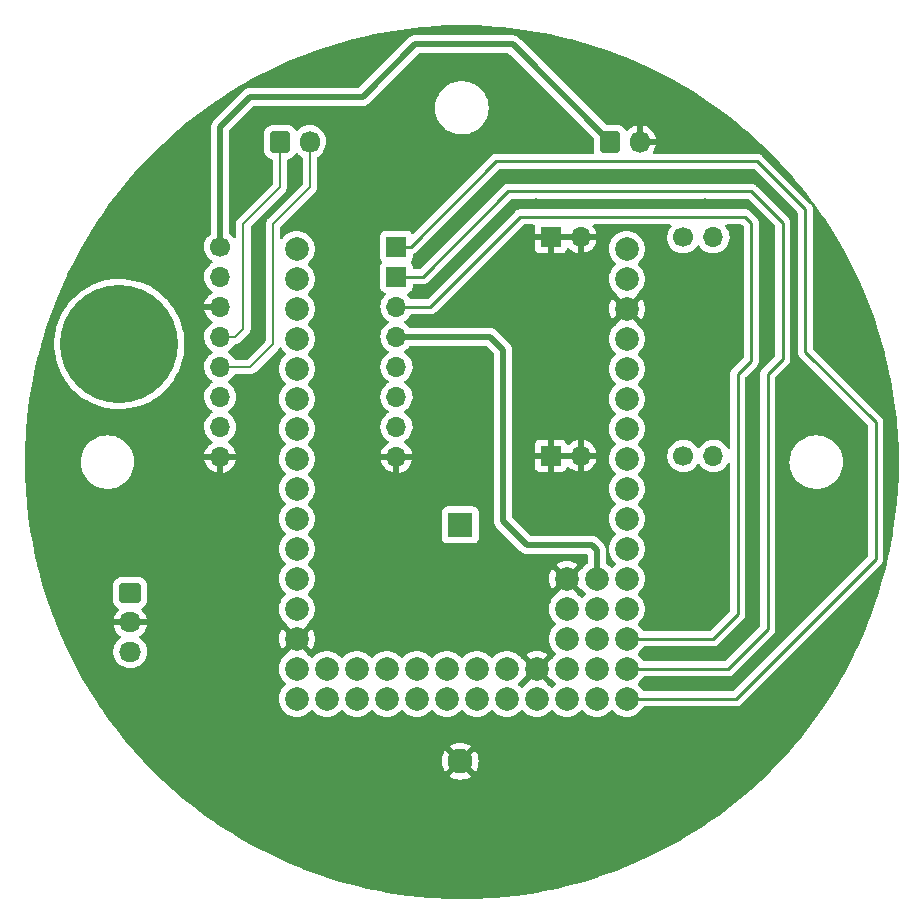
<source format=gbr>
%TF.GenerationSoftware,KiCad,Pcbnew,(6.0.4)*%
%TF.CreationDate,2022-05-12T17:17:44+09:00*%
%TF.ProjectId,0506,30353036-2e6b-4696-9361-645f70636258,rev?*%
%TF.SameCoordinates,Original*%
%TF.FileFunction,Copper,L2,Bot*%
%TF.FilePolarity,Positive*%
%FSLAX46Y46*%
G04 Gerber Fmt 4.6, Leading zero omitted, Abs format (unit mm)*
G04 Created by KiCad (PCBNEW (6.0.4)) date 2022-05-12 17:17:44*
%MOMM*%
%LPD*%
G01*
G04 APERTURE LIST*
G04 Aperture macros list*
%AMRoundRect*
0 Rectangle with rounded corners*
0 $1 Rounding radius*
0 $2 $3 $4 $5 $6 $7 $8 $9 X,Y pos of 4 corners*
0 Add a 4 corners polygon primitive as box body*
4,1,4,$2,$3,$4,$5,$6,$7,$8,$9,$2,$3,0*
0 Add four circle primitives for the rounded corners*
1,1,$1+$1,$2,$3*
1,1,$1+$1,$4,$5*
1,1,$1+$1,$6,$7*
1,1,$1+$1,$8,$9*
0 Add four rect primitives between the rounded corners*
20,1,$1+$1,$2,$3,$4,$5,0*
20,1,$1+$1,$4,$5,$6,$7,0*
20,1,$1+$1,$6,$7,$8,$9,0*
20,1,$1+$1,$8,$9,$2,$3,0*%
G04 Aperture macros list end*
%TA.AperFunction,ComponentPad*%
%ADD10C,1.700000*%
%TD*%
%TA.AperFunction,ComponentPad*%
%ADD11O,1.700000X1.700000*%
%TD*%
%TA.AperFunction,ComponentPad*%
%ADD12R,1.700000X1.700000*%
%TD*%
%TA.AperFunction,ComponentPad*%
%ADD13C,2.100000*%
%TD*%
%TA.AperFunction,ComponentPad*%
%ADD14R,2.100000X2.100000*%
%TD*%
%TA.AperFunction,WasherPad*%
%ADD15C,10.000000*%
%TD*%
%TA.AperFunction,ComponentPad*%
%ADD16C,2.000000*%
%TD*%
%TA.AperFunction,ComponentPad*%
%ADD17RoundRect,0.250000X-0.600000X-0.675000X0.600000X-0.675000X0.600000X0.675000X-0.600000X0.675000X0*%
%TD*%
%TA.AperFunction,ComponentPad*%
%ADD18O,1.700000X1.850000*%
%TD*%
%TA.AperFunction,ComponentPad*%
%ADD19RoundRect,0.250000X-0.675000X0.600000X-0.675000X-0.600000X0.675000X-0.600000X0.675000X0.600000X0*%
%TD*%
%TA.AperFunction,ComponentPad*%
%ADD20O,1.850000X1.700000*%
%TD*%
%TA.AperFunction,ViaPad*%
%ADD21C,0.800000*%
%TD*%
%TA.AperFunction,Conductor*%
%ADD22C,0.250000*%
%TD*%
%TA.AperFunction,Conductor*%
%ADD23C,0.200000*%
%TD*%
%TA.AperFunction,Conductor*%
%ADD24C,0.500000*%
%TD*%
G04 APERTURE END LIST*
D10*
%TO.P,J2,16,VMOT*%
%TO.N,+12V*%
X129540000Y-64770000D03*
D11*
%TO.P,J2,15,VCC*%
%TO.N,+5V*%
X129540000Y-67310000D03*
%TO.P,J2,14,GND*%
%TO.N,GND*%
X129540000Y-69850000D03*
%TO.P,J2,13,AO1*%
%TO.N,/Motor+*%
X129540000Y-72390000D03*
%TO.P,J2,12,AO2*%
%TO.N,/Motor-*%
X129540000Y-74930000D03*
%TO.P,J2,11,BO2*%
%TO.N,unconnected-(J2-Pad11)*%
X129540000Y-77470000D03*
%TO.P,J2,10,BO1*%
%TO.N,unconnected-(J2-Pad10)*%
X129540000Y-80010000D03*
%TO.P,J2,9,GND*%
%TO.N,GND*%
X129540000Y-82550000D03*
%TO.P,J2,8,GND*%
X144462500Y-82550000D03*
%TO.P,J2,7,PWMB*%
%TO.N,unconnected-(J2-Pad7)*%
X144462500Y-80010000D03*
%TO.P,J2,6,BIN2*%
%TO.N,unconnected-(J2-Pad6)*%
X144462500Y-77470000D03*
%TO.P,J2,5,BIN1*%
%TO.N,unconnected-(J2-Pad5)*%
X144462500Y-74930000D03*
%TO.P,J2,4,STBY*%
%TO.N,+5V*%
X144462500Y-72390000D03*
%TO.P,J2,3,AIN1*%
%TO.N,/AIN1*%
X144462500Y-69850000D03*
D12*
%TO.P,J2,2,AIN2*%
%TO.N,/AIN2*%
X144462500Y-67310000D03*
%TO.P,J2,1,PWMA*%
%TO.N,/PWMA*%
X144462500Y-64770000D03*
%TD*%
%TO.P,J3,8,OUT-*%
%TO.N,GND*%
X157520000Y-82460000D03*
D11*
%TO.P,J3,7,OUT-*%
X160060000Y-82460000D03*
D10*
%TO.P,J3,6,OUT+*%
%TO.N,+5V*%
X168750000Y-82470000D03*
D11*
%TO.P,J3,5,OUT+*%
X171300000Y-82470000D03*
%TO.P,J3,4,IN+*%
%TO.N,+12V*%
X171300000Y-63970000D03*
D10*
%TO.P,J3,3,IN+*%
X168750000Y-63970000D03*
D11*
%TO.P,J3,2,IN-*%
%TO.N,GND*%
X160060000Y-63960000D03*
D12*
%TO.P,J3,1,IN-*%
X157520000Y-63960000D03*
%TD*%
D13*
%TO.P,J7,2,-*%
%TO.N,GND*%
X149860000Y-108310914D03*
D14*
%TO.P,J7,1,+*%
%TO.N,Net-(J1-PadP6)*%
X149860000Y-88310914D03*
%TD*%
D15*
%TO.P,H3,*%
%TO.N,*%
X121000000Y-73000000D03*
%TD*%
D16*
%TO.P,J1,P1,BOOT*%
%TO.N,unconnected-(J1-PadP1)*%
X138570000Y-100510000D03*
%TO.P,J1,P2,PB4/BlueLED*%
%TO.N,unconnected-(J1-PadP2)*%
X141110000Y-100510000D03*
%TO.P,J1,P3,PA15/YellowLED*%
%TO.N,unconnected-(J1-PadP3)*%
X143650000Y-100510000D03*
%TO.P,J1,P4,PA14/GreenLED*%
%TO.N,unconnected-(J1-PadP4)*%
X146190000Y-100510000D03*
%TO.P,J1,P5,PA13/RedLED*%
%TO.N,unconnected-(J1-PadP5)*%
X148730000Y-100510000D03*
%TO.P,J1,P6,VBACK*%
%TO.N,Net-(J1-PadP6)*%
X151270000Y-100510000D03*
%TO.P,J1,P7,VIN*%
%TO.N,unconnected-(J1-PadP7)*%
X153810000Y-100510000D03*
%TO.P,J1,P8,GND*%
%TO.N,GND*%
X156350000Y-100510000D03*
%TO.P,J1,P9A,GND/SERVO*%
%TO.N,unconnected-(J1-PadP9A)*%
X158890000Y-103050000D03*
%TO.P,J1,P9B,GND/SERVO*%
%TO.N,unconnected-(J1-PadP9B)*%
X158890000Y-100510000D03*
%TO.P,J1,P9C,GND/SERVO*%
%TO.N,unconnected-(J1-PadP9C)*%
X158890000Y-97970000D03*
%TO.P,J1,P9D,GND/SERVO*%
%TO.N,unconnected-(J1-PadP9D)*%
X158890000Y-95430000D03*
%TO.P,J1,P9E,GND*%
%TO.N,GND*%
X158890000Y-92890000D03*
%TO.P,J1,P10A,VIN/SERVO*%
%TO.N,unconnected-(J1-PadP10A)*%
X161430000Y-103050000D03*
%TO.P,J1,P10B,VIN/SERVO*%
%TO.N,unconnected-(J1-PadP10B)*%
X161430000Y-100510000D03*
%TO.P,J1,P10C,VIN/SERVO*%
%TO.N,unconnected-(J1-PadP10C)*%
X161430000Y-97970000D03*
%TO.P,J1,P10D,VIN/SERVO*%
%TO.N,unconnected-(J1-PadP10D)*%
X161430000Y-95430000D03*
%TO.P,J1,P10E,VBAT*%
%TO.N,+5V*%
X161430000Y-92890000D03*
%TO.P,J1,X1,PA0/TX4/ADC/PWM/SERVO*%
%TO.N,/PWMA*%
X163970000Y-103050000D03*
%TO.P,J1,X2,PA1/RX4/ADC/PWM/SERVO*%
%TO.N,/AIN2*%
X163970000Y-100510000D03*
%TO.P,J1,X3,PA2/TX2/ADC/PWM/SERVO*%
%TO.N,/AIN1*%
X163970000Y-97970000D03*
%TO.P,J1,X4,PA3/RX2/ADC/PWM/SERVO*%
%TO.N,unconnected-(J1-PadX4)*%
X163970000Y-95430000D03*
%TO.P,J1,X5,PA4/SS1/ADC/DAC*%
%TO.N,unconnected-(J1-PadX5)*%
X163970000Y-92890000D03*
%TO.P,J1,X6,PA5/SCK1/ADC/DAC/PWM*%
%TO.N,unconnected-(J1-PadX6)*%
X163970000Y-90350000D03*
%TO.P,J1,X7,PA6/MISO1/ADC/PWM*%
%TO.N,unconnected-(J1-PadX7)*%
X163970000Y-87810000D03*
%TO.P,J1,X8,PA7/MOSI1/ADC/PWM*%
%TO.N,unconnected-(J1-PadX8)*%
X163970000Y-85270000D03*
%TO.P,J1,X9,PB6/SCL1/TXD1/PWM*%
%TO.N,unconnected-(J1-PadX9)*%
X136030000Y-85270000D03*
%TO.P,J1,X10,PB7/SDA1/RXD1/PWM*%
%TO.N,unconnected-(J1-PadX10)*%
X136030000Y-87810000D03*
%TO.P,J1,X11,PC4/ADC*%
%TO.N,unconnected-(J1-PadX11)*%
X136030000Y-90350000D03*
%TO.P,J1,X12,PC5/ADC*%
%TO.N,unconnected-(J1-PadX12)*%
X136030000Y-92890000D03*
%TO.P,J1,X13,RST*%
%TO.N,unconnected-(J1-PadX13)*%
X136030000Y-95430000D03*
%TO.P,J1,X14,GND*%
%TO.N,GND*%
X136030000Y-97970000D03*
%TO.P,J1,X15,3V3*%
%TO.N,unconnected-(J1-PadX15)*%
X136030000Y-100510000D03*
%TO.P,J1,X16,VIN*%
%TO.N,unconnected-(J1-PadX16)*%
X136030000Y-103050000D03*
%TO.P,J1,X17,PB3/USR_SW/TDO*%
%TO.N,unconnected-(J1-PadX17)*%
X138570000Y-103050000D03*
%TO.P,J1,X18,PC13*%
%TO.N,unconnected-(J1-PadX18)*%
X141110000Y-103050000D03*
%TO.P,J1,X19,PC0/ADC*%
%TO.N,unconnected-(J1-PadX19)*%
X143650000Y-103050000D03*
%TO.P,J1,X20,PC1/ADC*%
%TO.N,unconnected-(J1-PadX20)*%
X146190000Y-103050000D03*
%TO.P,J1,X21,PC2/ADC*%
%TO.N,unconnected-(J1-PadX21)*%
X148730000Y-103050000D03*
%TO.P,J1,X22,PC3/ADC*%
%TO.N,unconnected-(J1-PadX22)*%
X151270000Y-103050000D03*
%TO.P,J1,X23,A3V3*%
%TO.N,unconnected-(J1-PadX23)*%
X153810000Y-103050000D03*
%TO.P,J1,X24,AGND*%
%TO.N,unconnected-(J1-PadX24)*%
X156350000Y-103050000D03*
%TO.P,J1,Y1,PC6/TX6/PWM*%
%TO.N,unconnected-(J1-PadY1)*%
X136030000Y-64950000D03*
%TO.P,J1,Y2,PC7/RX6/PWM*%
%TO.N,unconnected-(J1-PadY2)*%
X136030000Y-67490000D03*
%TO.P,J1,Y3,PB8/CANRX1/PWM*%
%TO.N,unconnected-(J1-PadY3)*%
X136030000Y-70030000D03*
%TO.P,J1,Y4,PB9/CANTX1/PWM*%
%TO.N,unconnected-(J1-PadY4)*%
X136030000Y-72570000D03*
%TO.P,J1,Y5,PB12/SS2/CANRX2*%
%TO.N,unconnected-(J1-PadY5)*%
X136030000Y-75110000D03*
%TO.P,J1,Y6,PB13/SCK2/CANTX/PWM*%
%TO.N,unconnected-(J1-PadY6)*%
X136030000Y-77650000D03*
%TO.P,J1,Y7,PB14/MISO2/PWM*%
%TO.N,/SIG*%
X136030000Y-80190000D03*
%TO.P,J1,Y8,PB15/MOSI2/PWM*%
%TO.N,unconnected-(J1-PadY8)*%
X136030000Y-82730000D03*
%TO.P,J1,Y9,PB10/SCL2/TX3/PWM*%
%TO.N,unconnected-(J1-PadY9)*%
X163970000Y-82730000D03*
%TO.P,J1,Y10,PB11/SDA2/RX3/PWM*%
%TO.N,unconnected-(J1-PadY10)*%
X163970000Y-80190000D03*
%TO.P,J1,Y11,PB0/ADC/PWM*%
%TO.N,unconnected-(J1-PadY11)*%
X163970000Y-77650000D03*
%TO.P,J1,Y12,PB1/ADC/PWM*%
%TO.N,unconnected-(J1-PadY12)*%
X163970000Y-75110000D03*
%TO.P,J1,Y13,RST*%
%TO.N,unconnected-(J1-PadY13)*%
X163970000Y-72570000D03*
%TO.P,J1,Y14,GND*%
%TO.N,GND*%
X163970000Y-70030000D03*
%TO.P,J1,Y15,3V3*%
%TO.N,unconnected-(J1-PadY15)*%
X163970000Y-67490000D03*
%TO.P,J1,Y16,VIN*%
%TO.N,unconnected-(J1-PadY16)*%
X163970000Y-64950000D03*
%TD*%
D17*
%TO.P,J6,1,Pin_1*%
%TO.N,/Motor+*%
X134620000Y-55880000D03*
D18*
%TO.P,J6,2,Pin_2*%
%TO.N,/Motor-*%
X137120000Y-55880000D03*
%TD*%
D19*
%TO.P,J5,1,Pin_1*%
%TO.N,+5V*%
X121920000Y-94060000D03*
D20*
%TO.P,J5,2,Pin_2*%
%TO.N,GND*%
X121920000Y-96560000D03*
%TO.P,J5,3,Pin_3*%
%TO.N,/SIG*%
X121920000Y-99060000D03*
%TD*%
D17*
%TO.P,J4,1,12V*%
%TO.N,+12V*%
X162560000Y-55880000D03*
D18*
%TO.P,J4,2,GND*%
%TO.N,GND*%
X165060000Y-55880000D03*
%TD*%
D21*
%TO.N,GND*%
X169000000Y-101750000D03*
X169000000Y-99187000D03*
X183250000Y-90250000D03*
X179250000Y-90250000D03*
X179250000Y-94000000D03*
X174625000Y-94000000D03*
X174625000Y-85979000D03*
X179750000Y-76750000D03*
X174625000Y-76750000D03*
X175895000Y-73787000D03*
X175895000Y-69750000D03*
X175895000Y-65786000D03*
X176403000Y-60452000D03*
X170561000Y-61087000D03*
X170561000Y-58750000D03*
X156250000Y-58674000D03*
X132715000Y-68199000D03*
X142000000Y-60000000D03*
X139250000Y-60000000D03*
X135500000Y-60000000D03*
X156250000Y-61087000D03*
X151892000Y-60500000D03*
X148250000Y-60500000D03*
%TD*%
D22*
%TO.N,/AIN2*%
X172540000Y-100510000D02*
X163970000Y-100510000D01*
X177165000Y-74295000D02*
X175895000Y-75565000D01*
X175895000Y-75565000D02*
X175895000Y-97155000D01*
X175895000Y-97155000D02*
X172540000Y-100510000D01*
X177165000Y-62738000D02*
X177165000Y-74295000D01*
X144462500Y-67310000D02*
X146685000Y-67310000D01*
X146685000Y-67310000D02*
X153924000Y-60071000D01*
X153924000Y-60071000D02*
X174498000Y-60071000D01*
X174498000Y-60071000D02*
X177165000Y-62738000D01*
%TO.N,/AIN1*%
X171270000Y-97970000D02*
X163970000Y-97970000D01*
X173990000Y-62230000D02*
X174498000Y-62738000D01*
X154940000Y-62230000D02*
X173990000Y-62230000D01*
X174498000Y-74422000D02*
X173355000Y-75565000D01*
X173355000Y-95885000D02*
X171270000Y-97970000D01*
X147320000Y-69850000D02*
X154940000Y-62230000D01*
X144462500Y-69850000D02*
X147320000Y-69850000D01*
X174498000Y-62738000D02*
X174498000Y-74422000D01*
X173355000Y-75565000D02*
X173355000Y-95885000D01*
%TO.N,/PWMA*%
X173175000Y-103050000D02*
X163970000Y-103050000D01*
X185039000Y-91186000D02*
X173175000Y-103050000D01*
X185039000Y-79629000D02*
X185039000Y-91186000D01*
X175006000Y-57531000D02*
X179070000Y-61595000D01*
X152908000Y-57531000D02*
X175006000Y-57531000D01*
X179070000Y-61595000D02*
X179070000Y-73660000D01*
X145669000Y-64770000D02*
X152908000Y-57531000D01*
X144462500Y-64770000D02*
X145669000Y-64770000D01*
X179070000Y-73660000D02*
X185039000Y-79629000D01*
D23*
%TO.N,/Motor-*%
X134000000Y-73010000D02*
X132080000Y-74930000D01*
X134000000Y-62850000D02*
X134000000Y-73010000D01*
X132080000Y-74930000D02*
X129540000Y-74930000D01*
X137120000Y-59730000D02*
X134000000Y-62850000D01*
X137120000Y-55880000D02*
X137120000Y-59730000D01*
D24*
%TO.N,+5V*%
X152390000Y-72390000D02*
X144462500Y-72390000D01*
X153500000Y-73500000D02*
X152390000Y-72390000D01*
X161000000Y-90000000D02*
X155500000Y-90000000D01*
X155500000Y-90000000D02*
X153500000Y-88000000D01*
X161430000Y-90430000D02*
X161000000Y-90000000D01*
X161430000Y-92890000D02*
X161430000Y-90430000D01*
X153500000Y-88000000D02*
X153500000Y-73500000D01*
D23*
%TO.N,/Motor+*%
X130810000Y-72390000D02*
X129540000Y-72390000D01*
X131500000Y-71700000D02*
X130810000Y-72390000D01*
X131500000Y-62810000D02*
X131500000Y-71700000D01*
X134620000Y-59690000D02*
X131500000Y-62810000D01*
X134620000Y-55880000D02*
X134620000Y-59690000D01*
D24*
%TO.N,+12V*%
X129540000Y-54610000D02*
X129540000Y-64770000D01*
X141605000Y-52070000D02*
X132080000Y-52070000D01*
X146050000Y-47625000D02*
X141605000Y-52070000D01*
X154305000Y-47625000D02*
X146050000Y-47625000D01*
X162560000Y-55880000D02*
X154305000Y-47625000D01*
X132080000Y-52070000D02*
X129540000Y-54610000D01*
%TD*%
%TA.AperFunction,Conductor*%
%TO.N,GND*%
G36*
X150308713Y-46013350D02*
G01*
X151159942Y-46026722D01*
X151163898Y-46026846D01*
X152320720Y-46081400D01*
X152324671Y-46081648D01*
X152901962Y-46127082D01*
X153479262Y-46172517D01*
X153483178Y-46172887D01*
X154634294Y-46299972D01*
X154638217Y-46300467D01*
X155784783Y-46463648D01*
X155788692Y-46464267D01*
X156324886Y-46557847D01*
X156929602Y-46663387D01*
X156933439Y-46664119D01*
X157477061Y-46776698D01*
X158067493Y-46898971D01*
X158071356Y-46899834D01*
X158766221Y-47066656D01*
X159197515Y-47170201D01*
X159201329Y-47171180D01*
X160318398Y-47476776D01*
X160322165Y-47477870D01*
X161429111Y-47818411D01*
X161432855Y-47819627D01*
X161720596Y-47918143D01*
X162528559Y-48194771D01*
X162532283Y-48196112D01*
X163125858Y-48420405D01*
X163612711Y-48604371D01*
X163615627Y-48605473D01*
X163619307Y-48606930D01*
X164689263Y-49050121D01*
X164692896Y-49051693D01*
X164865747Y-49129738D01*
X165748451Y-49528293D01*
X165752000Y-49529965D01*
X166075673Y-49688530D01*
X166792010Y-50039460D01*
X166795488Y-50041231D01*
X167819097Y-50583204D01*
X167822452Y-50585048D01*
X168401240Y-50915183D01*
X168828489Y-51158882D01*
X168831896Y-51160897D01*
X169143297Y-51351724D01*
X169819372Y-51766023D01*
X169822674Y-51768119D01*
X170429501Y-52166730D01*
X170790652Y-52403962D01*
X170793926Y-52406187D01*
X171741451Y-53072119D01*
X171744653Y-53074446D01*
X172670762Y-53769788D01*
X172673890Y-53772214D01*
X173577738Y-54496332D01*
X173580787Y-54498855D01*
X174461405Y-55250974D01*
X174464375Y-55253592D01*
X175320957Y-56033022D01*
X175323837Y-56035727D01*
X176155550Y-56841713D01*
X176158287Y-56844450D01*
X176964269Y-57676158D01*
X176966978Y-57679043D01*
X177746408Y-58535625D01*
X177749026Y-58538595D01*
X178501145Y-59419213D01*
X178503668Y-59422262D01*
X179227786Y-60326110D01*
X179230212Y-60329238D01*
X179758927Y-61033420D01*
X179767085Y-61055197D01*
X179776347Y-61059850D01*
X179791117Y-61076293D01*
X179925554Y-61255347D01*
X179927881Y-61258549D01*
X180593813Y-62206074D01*
X180596038Y-62209348D01*
X180635175Y-62268928D01*
X181216716Y-63154239D01*
X181231868Y-63177306D01*
X181233977Y-63180628D01*
X181514174Y-63637868D01*
X181839103Y-64168104D01*
X181841118Y-64171511D01*
X181994206Y-64439903D01*
X182414952Y-65177548D01*
X182416796Y-65180903D01*
X182958769Y-66204512D01*
X182960540Y-66207990D01*
X183391340Y-67087361D01*
X183470028Y-67247984D01*
X183471707Y-67251549D01*
X183604511Y-67545679D01*
X183948307Y-68307104D01*
X183949879Y-68310737D01*
X184147385Y-68787558D01*
X184379461Y-69347837D01*
X184393070Y-69380693D01*
X184394523Y-69384363D01*
X184467491Y-69577468D01*
X184803888Y-70467717D01*
X184805229Y-70471441D01*
X185021523Y-71103182D01*
X185177337Y-71558277D01*
X185180369Y-71567134D01*
X185181589Y-71570889D01*
X185493499Y-72584767D01*
X185522125Y-72677818D01*
X185523224Y-72681602D01*
X185821468Y-73771797D01*
X185828817Y-73798661D01*
X185829799Y-73802485D01*
X185867675Y-73960246D01*
X186100166Y-74928644D01*
X186101029Y-74932507D01*
X186203404Y-75426857D01*
X186332681Y-76051107D01*
X186335876Y-76066536D01*
X186336613Y-76070398D01*
X186402433Y-76447530D01*
X186535733Y-77211308D01*
X186536352Y-77215217D01*
X186699533Y-78361783D01*
X186700028Y-78365706D01*
X186810969Y-79370590D01*
X186827111Y-79516806D01*
X186827483Y-79520738D01*
X186841508Y-79698943D01*
X186918352Y-80675329D01*
X186918600Y-80679280D01*
X186973154Y-81836102D01*
X186973278Y-81840058D01*
X186991469Y-82998021D01*
X186991469Y-83001979D01*
X186973278Y-84159942D01*
X186973154Y-84163898D01*
X186918600Y-85320720D01*
X186918352Y-85324671D01*
X186830244Y-86444189D01*
X186827484Y-86479253D01*
X186827113Y-86483178D01*
X186706219Y-87578223D01*
X186700029Y-87634290D01*
X186699533Y-87638217D01*
X186536352Y-88784783D01*
X186535733Y-88788692D01*
X186468170Y-89175811D01*
X186344011Y-89887218D01*
X186336618Y-89929576D01*
X186335881Y-89933439D01*
X186227529Y-90456651D01*
X186101029Y-91067493D01*
X186100166Y-91071356D01*
X185967856Y-91622467D01*
X185871899Y-92022160D01*
X185829802Y-92197505D01*
X185828820Y-92201329D01*
X185524981Y-93311978D01*
X185523229Y-93318381D01*
X185522130Y-93322165D01*
X185202841Y-94360031D01*
X185181592Y-94429101D01*
X185180373Y-94432855D01*
X185144776Y-94536825D01*
X184805229Y-95528559D01*
X184803888Y-95532283D01*
X184607377Y-96052335D01*
X184484697Y-96377000D01*
X184394527Y-96615627D01*
X184393074Y-96619297D01*
X184294299Y-96857760D01*
X183949879Y-97689263D01*
X183948307Y-97692896D01*
X183847906Y-97915261D01*
X183511110Y-98661183D01*
X183471714Y-98748435D01*
X183470035Y-98752000D01*
X183007887Y-99695362D01*
X182960540Y-99792010D01*
X182958769Y-99795488D01*
X182416796Y-100819097D01*
X182414952Y-100822452D01*
X182128510Y-101324638D01*
X181841118Y-101828489D01*
X181839103Y-101831896D01*
X181234681Y-102818223D01*
X181233989Y-102819352D01*
X181231881Y-102822674D01*
X180923904Y-103291524D01*
X180596038Y-103790652D01*
X180593813Y-103793926D01*
X179927881Y-104741451D01*
X179925554Y-104744653D01*
X179230212Y-105670762D01*
X179227786Y-105673890D01*
X178503668Y-106577738D01*
X178501145Y-106580787D01*
X177749026Y-107461405D01*
X177746408Y-107464375D01*
X177419717Y-107823404D01*
X176984834Y-108301334D01*
X176966978Y-108320957D01*
X176964273Y-108323837D01*
X176158287Y-109155550D01*
X176155550Y-109158287D01*
X175417669Y-109873344D01*
X175323842Y-109964269D01*
X175320957Y-109966978D01*
X174464375Y-110746408D01*
X174461405Y-110749026D01*
X173580787Y-111501145D01*
X173577738Y-111503668D01*
X172673890Y-112227786D01*
X172670762Y-112230212D01*
X171744653Y-112925554D01*
X171741451Y-112927881D01*
X170793926Y-113593813D01*
X170790652Y-113596038D01*
X169822674Y-114231881D01*
X169819372Y-114233977D01*
X169482823Y-114440214D01*
X168831896Y-114839103D01*
X168828489Y-114841118D01*
X168477316Y-115041424D01*
X167822452Y-115414952D01*
X167819097Y-115416796D01*
X166795488Y-115958769D01*
X166792009Y-115960540D01*
X165752000Y-116470035D01*
X165748451Y-116471707D01*
X165192574Y-116722694D01*
X164692896Y-116948307D01*
X164689263Y-116949879D01*
X163619307Y-117393070D01*
X163615637Y-117394523D01*
X163337507Y-117499620D01*
X162532283Y-117803888D01*
X162528559Y-117805229D01*
X161720596Y-118081857D01*
X161432855Y-118180373D01*
X161429111Y-118181589D01*
X160322165Y-118522130D01*
X160318398Y-118523224D01*
X159201329Y-118828820D01*
X159197515Y-118829799D01*
X158888992Y-118903869D01*
X158071356Y-119100166D01*
X158067493Y-119101029D01*
X157477061Y-119223302D01*
X156933439Y-119335881D01*
X156929602Y-119336613D01*
X156324886Y-119442153D01*
X155788692Y-119535733D01*
X155784783Y-119536352D01*
X154638217Y-119699533D01*
X154634294Y-119700028D01*
X153483178Y-119827113D01*
X153479262Y-119827483D01*
X152901962Y-119872918D01*
X152324671Y-119918352D01*
X152320720Y-119918600D01*
X151163898Y-119973154D01*
X151159942Y-119973278D01*
X150308713Y-119986650D01*
X150001973Y-119991469D01*
X149998027Y-119991469D01*
X149691287Y-119986650D01*
X148840058Y-119973278D01*
X148836102Y-119973154D01*
X147679280Y-119918600D01*
X147675329Y-119918352D01*
X147098038Y-119872918D01*
X146520738Y-119827483D01*
X146516822Y-119827113D01*
X145365706Y-119700028D01*
X145361783Y-119699533D01*
X144215217Y-119536352D01*
X144211308Y-119535733D01*
X143675114Y-119442153D01*
X143070398Y-119336613D01*
X143066561Y-119335881D01*
X142522939Y-119223302D01*
X141932507Y-119101029D01*
X141928644Y-119100166D01*
X141111008Y-118903869D01*
X140802485Y-118829799D01*
X140798671Y-118828820D01*
X139681602Y-118523224D01*
X139677835Y-118522130D01*
X138570889Y-118181589D01*
X138567145Y-118180373D01*
X138279404Y-118081857D01*
X137471441Y-117805229D01*
X137467717Y-117803888D01*
X136662493Y-117499620D01*
X136384363Y-117394523D01*
X136380693Y-117393070D01*
X135310737Y-116949879D01*
X135307104Y-116948307D01*
X134807426Y-116722694D01*
X134251549Y-116471707D01*
X134248000Y-116470035D01*
X133207991Y-115960540D01*
X133204512Y-115958769D01*
X132180903Y-115416796D01*
X132177548Y-115414952D01*
X131522684Y-115041424D01*
X131171511Y-114841118D01*
X131168104Y-114839103D01*
X130517177Y-114440214D01*
X130180628Y-114233977D01*
X130177326Y-114231881D01*
X129209348Y-113596038D01*
X129206074Y-113593813D01*
X128258549Y-112927881D01*
X128255347Y-112925554D01*
X127329238Y-112230212D01*
X127326110Y-112227786D01*
X126422262Y-111503668D01*
X126419213Y-111501145D01*
X125538595Y-110749026D01*
X125535625Y-110746408D01*
X124679043Y-109966978D01*
X124676158Y-109964269D01*
X124582331Y-109873344D01*
X124279566Y-109579944D01*
X148955800Y-109579944D01*
X148961527Y-109587594D01*
X149146272Y-109700807D01*
X149155067Y-109705289D01*
X149372490Y-109795348D01*
X149381875Y-109798397D01*
X149610708Y-109853336D01*
X149620455Y-109854879D01*
X149855070Y-109873344D01*
X149864930Y-109873344D01*
X150099545Y-109854879D01*
X150109292Y-109853336D01*
X150338125Y-109798397D01*
X150347510Y-109795348D01*
X150564933Y-109705289D01*
X150573728Y-109700807D01*
X150754805Y-109589842D01*
X150764267Y-109579384D01*
X150760484Y-109570608D01*
X149872812Y-108682936D01*
X149858868Y-108675322D01*
X149857035Y-108675453D01*
X149850420Y-108679704D01*
X148962560Y-109567564D01*
X148955800Y-109579944D01*
X124279566Y-109579944D01*
X123844450Y-109158287D01*
X123841713Y-109155550D01*
X123035727Y-108323837D01*
X123033022Y-108320957D01*
X123028370Y-108315844D01*
X148297570Y-108315844D01*
X148316035Y-108550459D01*
X148317578Y-108560206D01*
X148372517Y-108789039D01*
X148375566Y-108798424D01*
X148465625Y-109015847D01*
X148470107Y-109024642D01*
X148581072Y-109205719D01*
X148591530Y-109215181D01*
X148600306Y-109211398D01*
X149487978Y-108323726D01*
X149494356Y-108312046D01*
X150224408Y-108312046D01*
X150224539Y-108313879D01*
X150228790Y-108320494D01*
X151116650Y-109208354D01*
X151129030Y-109215114D01*
X151136680Y-109209387D01*
X151249893Y-109024642D01*
X151254375Y-109015847D01*
X151344434Y-108798424D01*
X151347483Y-108789039D01*
X151402422Y-108560206D01*
X151403965Y-108550459D01*
X151422430Y-108315844D01*
X151422430Y-108305984D01*
X151403965Y-108071369D01*
X151402422Y-108061622D01*
X151347483Y-107832789D01*
X151344434Y-107823404D01*
X151254375Y-107605981D01*
X151249893Y-107597186D01*
X151138928Y-107416109D01*
X151128470Y-107406647D01*
X151119694Y-107410430D01*
X150232022Y-108298102D01*
X150224408Y-108312046D01*
X149494356Y-108312046D01*
X149495592Y-108309782D01*
X149495461Y-108307949D01*
X149491210Y-108301334D01*
X148603350Y-107413474D01*
X148590970Y-107406714D01*
X148583320Y-107412441D01*
X148470107Y-107597186D01*
X148465625Y-107605981D01*
X148375566Y-107823404D01*
X148372517Y-107832789D01*
X148317578Y-108061622D01*
X148316035Y-108071369D01*
X148297570Y-108305984D01*
X148297570Y-108315844D01*
X123028370Y-108315844D01*
X123015167Y-108301334D01*
X122580283Y-107823404D01*
X122253592Y-107464375D01*
X122250974Y-107461405D01*
X121893147Y-107042444D01*
X148955733Y-107042444D01*
X148959516Y-107051220D01*
X149847188Y-107938892D01*
X149861132Y-107946506D01*
X149862965Y-107946375D01*
X149869580Y-107942124D01*
X150757440Y-107054264D01*
X150764200Y-107041884D01*
X150758473Y-107034234D01*
X150573728Y-106921021D01*
X150564933Y-106916539D01*
X150347510Y-106826480D01*
X150338125Y-106823431D01*
X150109292Y-106768492D01*
X150099545Y-106766949D01*
X149864930Y-106748484D01*
X149855070Y-106748484D01*
X149620455Y-106766949D01*
X149610708Y-106768492D01*
X149381875Y-106823431D01*
X149372490Y-106826480D01*
X149155067Y-106916539D01*
X149146272Y-106921021D01*
X148965195Y-107031986D01*
X148955733Y-107042444D01*
X121893147Y-107042444D01*
X121498855Y-106580787D01*
X121496332Y-106577738D01*
X120772214Y-105673890D01*
X120769788Y-105670762D01*
X120074446Y-104744653D01*
X120072119Y-104741451D01*
X119406187Y-103793926D01*
X119403962Y-103790652D01*
X119076096Y-103291524D01*
X118768119Y-102822674D01*
X118766011Y-102819352D01*
X118765320Y-102818223D01*
X118160897Y-101831896D01*
X118158882Y-101828489D01*
X117871490Y-101324638D01*
X117585048Y-100822452D01*
X117583204Y-100819097D01*
X117041231Y-99795488D01*
X117039460Y-99792010D01*
X116992113Y-99695362D01*
X116649389Y-98995774D01*
X120483102Y-98995774D01*
X120483302Y-99001103D01*
X120483302Y-99001105D01*
X120483903Y-99017115D01*
X120491751Y-99226158D01*
X120492846Y-99231377D01*
X120502488Y-99277330D01*
X120539093Y-99451791D01*
X120541051Y-99456750D01*
X120541052Y-99456752D01*
X120596528Y-99597224D01*
X120623776Y-99666221D01*
X120743377Y-99863317D01*
X120746874Y-99867347D01*
X120833438Y-99967103D01*
X120894477Y-100037445D01*
X120906396Y-100047218D01*
X121068627Y-100180240D01*
X121068633Y-100180244D01*
X121072755Y-100183624D01*
X121077391Y-100186263D01*
X121077394Y-100186265D01*
X121186422Y-100248327D01*
X121273114Y-100297675D01*
X121489825Y-100376337D01*
X121495074Y-100377286D01*
X121495077Y-100377287D01*
X121712608Y-100416623D01*
X121712615Y-100416624D01*
X121716692Y-100417361D01*
X121734414Y-100418197D01*
X121739356Y-100418430D01*
X121739363Y-100418430D01*
X121740844Y-100418500D01*
X122052890Y-100418500D01*
X122119809Y-100412822D01*
X122219409Y-100404371D01*
X122219413Y-100404370D01*
X122224720Y-100403920D01*
X122229875Y-100402582D01*
X122229881Y-100402581D01*
X122442703Y-100347343D01*
X122442707Y-100347342D01*
X122447872Y-100346001D01*
X122452738Y-100343809D01*
X122452741Y-100343808D01*
X122619972Y-100268476D01*
X122658075Y-100251312D01*
X122849319Y-100122559D01*
X123016135Y-99963424D01*
X123153754Y-99778458D01*
X123258240Y-99572949D01*
X123261623Y-99562056D01*
X123325024Y-99357871D01*
X123326607Y-99352773D01*
X123336606Y-99277330D01*
X123356198Y-99129511D01*
X123356198Y-99129506D01*
X123356898Y-99124226D01*
X123353856Y-99043182D01*
X123348449Y-98899173D01*
X123348249Y-98893842D01*
X123341815Y-98863175D01*
X123302002Y-98673428D01*
X123300907Y-98668209D01*
X123298132Y-98661183D01*
X123218185Y-98458744D01*
X123218184Y-98458742D01*
X123216224Y-98453779D01*
X123096623Y-98256683D01*
X123057436Y-98211524D01*
X122949023Y-98086588D01*
X122949021Y-98086586D01*
X122945523Y-98082555D01*
X122903970Y-98048484D01*
X122814265Y-97974930D01*
X134517725Y-97974930D01*
X134535572Y-98201699D01*
X134537115Y-98211446D01*
X134590217Y-98432627D01*
X134593266Y-98442012D01*
X134680313Y-98652163D01*
X134684795Y-98660958D01*
X134787432Y-98828445D01*
X134797890Y-98837907D01*
X134806666Y-98834124D01*
X135657978Y-97982812D01*
X135664356Y-97971132D01*
X136394408Y-97971132D01*
X136394539Y-97972965D01*
X136398790Y-97979580D01*
X137250290Y-98831080D01*
X137262670Y-98837840D01*
X137270320Y-98832113D01*
X137375205Y-98660958D01*
X137379687Y-98652163D01*
X137466734Y-98442012D01*
X137469783Y-98432627D01*
X137522885Y-98211446D01*
X137524428Y-98201699D01*
X137542275Y-97974930D01*
X137542275Y-97965070D01*
X137524428Y-97738301D01*
X137522885Y-97728554D01*
X137469783Y-97507373D01*
X137466734Y-97497988D01*
X137379687Y-97287837D01*
X137375205Y-97279042D01*
X137272568Y-97111555D01*
X137262110Y-97102093D01*
X137253334Y-97105876D01*
X136402022Y-97957188D01*
X136394408Y-97971132D01*
X135664356Y-97971132D01*
X135665592Y-97968868D01*
X135665461Y-97967035D01*
X135661210Y-97960420D01*
X134809710Y-97108920D01*
X134797330Y-97102160D01*
X134789680Y-97107887D01*
X134684795Y-97279042D01*
X134680313Y-97287837D01*
X134593266Y-97497988D01*
X134590217Y-97507373D01*
X134537115Y-97728554D01*
X134535572Y-97738301D01*
X134517725Y-97965070D01*
X134517725Y-97974930D01*
X122814265Y-97974930D01*
X122771373Y-97939760D01*
X122771367Y-97939756D01*
X122767245Y-97936376D01*
X122762602Y-97933733D01*
X122735265Y-97918171D01*
X122685959Y-97867088D01*
X122672098Y-97797458D01*
X122698082Y-97731387D01*
X122727232Y-97704149D01*
X122844578Y-97625148D01*
X122852870Y-97618481D01*
X123011900Y-97466772D01*
X123018941Y-97458814D01*
X123150141Y-97282475D01*
X123155745Y-97273438D01*
X123255357Y-97077516D01*
X123259357Y-97067665D01*
X123324534Y-96857760D01*
X123326817Y-96847376D01*
X123328861Y-96831957D01*
X123326665Y-96817793D01*
X123313478Y-96814000D01*
X120528808Y-96814000D01*
X120515277Y-96817973D01*
X120513752Y-96828580D01*
X120538477Y-96946421D01*
X120541537Y-96956617D01*
X120622263Y-97161029D01*
X120626994Y-97170561D01*
X120741016Y-97358462D01*
X120747280Y-97367052D01*
X120891327Y-97533052D01*
X120898958Y-97540472D01*
X121068911Y-97679826D01*
X121077674Y-97685848D01*
X121104711Y-97701238D01*
X121154018Y-97752320D01*
X121167880Y-97821951D01*
X121141897Y-97888022D01*
X121112747Y-97915261D01*
X121108425Y-97918171D01*
X120990681Y-97997441D01*
X120823865Y-98156576D01*
X120686246Y-98341542D01*
X120683830Y-98346293D01*
X120683828Y-98346297D01*
X120655815Y-98401395D01*
X120581760Y-98547051D01*
X120580178Y-98552145D01*
X120580177Y-98552148D01*
X120519228Y-98748435D01*
X120513393Y-98767227D01*
X120512692Y-98772516D01*
X120497304Y-98888623D01*
X120483102Y-98995774D01*
X116649389Y-98995774D01*
X116529965Y-98752000D01*
X116528286Y-98748435D01*
X116488891Y-98661183D01*
X116152094Y-97915261D01*
X116051693Y-97692896D01*
X116050121Y-97689263D01*
X115705701Y-96857760D01*
X115606926Y-96619297D01*
X115605473Y-96615627D01*
X115515304Y-96377000D01*
X115392623Y-96052335D01*
X115196112Y-95532283D01*
X115194771Y-95528559D01*
X114914652Y-94710400D01*
X120486500Y-94710400D01*
X120497474Y-94816166D01*
X120553450Y-94983946D01*
X120646522Y-95134348D01*
X120771697Y-95259305D01*
X120917258Y-95349030D01*
X120917780Y-95349352D01*
X120965273Y-95402124D01*
X120976697Y-95472196D01*
X120948423Y-95537320D01*
X120938636Y-95547782D01*
X120828094Y-95653234D01*
X120821059Y-95661186D01*
X120689859Y-95837525D01*
X120684255Y-95846562D01*
X120584643Y-96042484D01*
X120580643Y-96052335D01*
X120515466Y-96262240D01*
X120513183Y-96272624D01*
X120511139Y-96288043D01*
X120513335Y-96302207D01*
X120526522Y-96306000D01*
X123311192Y-96306000D01*
X123324723Y-96302027D01*
X123326248Y-96291420D01*
X123301523Y-96173579D01*
X123298463Y-96163383D01*
X123217737Y-95958971D01*
X123213006Y-95949439D01*
X123098984Y-95761538D01*
X123092720Y-95752948D01*
X122948673Y-95586948D01*
X122941044Y-95579530D01*
X122909431Y-95553609D01*
X122869436Y-95494949D01*
X122867504Y-95423979D01*
X122904248Y-95363230D01*
X122923018Y-95349030D01*
X123063120Y-95262332D01*
X123069348Y-95258478D01*
X123194305Y-95133303D01*
X123287115Y-94982738D01*
X123342797Y-94814861D01*
X123353500Y-94710400D01*
X123353500Y-93409600D01*
X123353163Y-93406350D01*
X123343238Y-93310692D01*
X123343237Y-93310688D01*
X123342526Y-93303834D01*
X123328577Y-93262022D01*
X123288868Y-93143002D01*
X123286550Y-93136054D01*
X123193478Y-92985652D01*
X123068303Y-92860695D01*
X123062072Y-92856854D01*
X122923968Y-92771725D01*
X122923966Y-92771724D01*
X122917738Y-92767885D01*
X122757254Y-92714655D01*
X122756389Y-92714368D01*
X122756387Y-92714368D01*
X122749861Y-92712203D01*
X122743025Y-92711503D01*
X122743022Y-92711502D01*
X122699969Y-92707091D01*
X122645400Y-92701500D01*
X121194600Y-92701500D01*
X121191354Y-92701837D01*
X121191350Y-92701837D01*
X121095692Y-92711762D01*
X121095688Y-92711763D01*
X121088834Y-92712474D01*
X121082298Y-92714655D01*
X121082296Y-92714655D01*
X120950194Y-92758728D01*
X120921054Y-92768450D01*
X120770652Y-92861522D01*
X120645695Y-92986697D01*
X120552885Y-93137262D01*
X120497203Y-93305139D01*
X120496503Y-93311975D01*
X120496502Y-93311978D01*
X120495457Y-93322182D01*
X120486500Y-93409600D01*
X120486500Y-94710400D01*
X114914652Y-94710400D01*
X114855224Y-94536825D01*
X114819627Y-94432855D01*
X114818408Y-94429101D01*
X114797159Y-94360031D01*
X114477870Y-93322165D01*
X114476771Y-93318381D01*
X114475020Y-93311978D01*
X114171180Y-92201329D01*
X114170198Y-92197505D01*
X114128102Y-92022160D01*
X114032144Y-91622467D01*
X113899834Y-91071356D01*
X113898971Y-91067493D01*
X113772471Y-90456651D01*
X113664119Y-89933439D01*
X113663382Y-89929576D01*
X113655990Y-89887218D01*
X113531830Y-89175811D01*
X113464267Y-88788692D01*
X113463648Y-88784783D01*
X113300467Y-87638217D01*
X113299971Y-87634290D01*
X113293781Y-87578223D01*
X113172887Y-86483178D01*
X113172516Y-86479253D01*
X113169757Y-86444189D01*
X113081648Y-85324671D01*
X113081400Y-85320720D01*
X113026846Y-84163898D01*
X113026722Y-84159942D01*
X113009245Y-83047404D01*
X117736941Y-83047404D01*
X117737304Y-83051552D01*
X117737304Y-83051556D01*
X117747849Y-83172077D01*
X117763091Y-83346292D01*
X117764001Y-83350364D01*
X117764002Y-83350369D01*
X117823199Y-83615202D01*
X117828540Y-83639095D01*
X117829984Y-83643018D01*
X117829984Y-83643020D01*
X117839481Y-83668831D01*
X117932140Y-83920671D01*
X117934084Y-83924359D01*
X117934088Y-83924367D01*
X118070116Y-84182367D01*
X118072069Y-84186071D01*
X118245871Y-84430633D01*
X118450490Y-84650061D01*
X118453715Y-84652710D01*
X118630392Y-84797833D01*
X118682333Y-84840498D01*
X118937325Y-84998600D01*
X119210988Y-85121589D01*
X119385368Y-85173574D01*
X119494514Y-85206112D01*
X119494516Y-85206112D01*
X119498513Y-85207304D01*
X119502633Y-85207957D01*
X119502635Y-85207957D01*
X119621509Y-85226785D01*
X119794848Y-85254239D01*
X119837577Y-85256179D01*
X119887262Y-85258436D01*
X119887281Y-85258436D01*
X119888681Y-85258500D01*
X120076107Y-85258500D01*
X120299370Y-85243671D01*
X120303464Y-85242846D01*
X120303468Y-85242845D01*
X120444513Y-85214405D01*
X120593480Y-85184368D01*
X120877163Y-85086688D01*
X120880896Y-85084819D01*
X120880900Y-85084817D01*
X121141691Y-84954222D01*
X121141693Y-84954221D01*
X121145435Y-84952347D01*
X121393584Y-84783706D01*
X121617248Y-84583726D01*
X121621456Y-84578817D01*
X121809779Y-84359097D01*
X121809782Y-84359093D01*
X121812499Y-84355923D01*
X121814773Y-84352421D01*
X121814777Y-84352416D01*
X121973628Y-84107807D01*
X121973631Y-84107802D01*
X121975907Y-84104297D01*
X121979937Y-84095811D01*
X122087603Y-83869065D01*
X122104600Y-83833270D01*
X122107655Y-83823757D01*
X122195038Y-83551591D01*
X122195038Y-83551590D01*
X122196318Y-83547604D01*
X122231032Y-83354669D01*
X122248709Y-83256425D01*
X122248710Y-83256420D01*
X122249448Y-83252316D01*
X122249682Y-83247183D01*
X122262870Y-82956766D01*
X122262870Y-82956760D01*
X122263059Y-82952596D01*
X122262272Y-82943594D01*
X122251280Y-82817966D01*
X128208257Y-82817966D01*
X128238565Y-82952446D01*
X128241645Y-82962275D01*
X128321770Y-83159603D01*
X128326413Y-83168794D01*
X128437694Y-83350388D01*
X128443777Y-83358699D01*
X128583213Y-83519667D01*
X128590580Y-83526883D01*
X128754434Y-83662916D01*
X128762881Y-83668831D01*
X128946756Y-83776279D01*
X128956042Y-83780729D01*
X129155001Y-83856703D01*
X129164899Y-83859579D01*
X129268250Y-83880606D01*
X129282299Y-83879410D01*
X129286000Y-83869065D01*
X129286000Y-83868517D01*
X129794000Y-83868517D01*
X129798064Y-83882359D01*
X129811478Y-83884393D01*
X129818184Y-83883534D01*
X129828262Y-83881392D01*
X130032255Y-83820191D01*
X130041842Y-83816433D01*
X130233095Y-83722739D01*
X130241945Y-83717464D01*
X130415328Y-83593792D01*
X130423200Y-83587139D01*
X130574052Y-83436812D01*
X130580730Y-83428965D01*
X130705003Y-83256020D01*
X130710313Y-83247183D01*
X130804670Y-83056267D01*
X130808469Y-83046672D01*
X130870377Y-82842910D01*
X130872555Y-82832837D01*
X130873986Y-82821962D01*
X130871775Y-82807778D01*
X130858617Y-82804000D01*
X129812115Y-82804000D01*
X129796876Y-82808475D01*
X129795671Y-82809865D01*
X129794000Y-82817548D01*
X129794000Y-83868517D01*
X129286000Y-83868517D01*
X129286000Y-82822115D01*
X129281525Y-82806876D01*
X129280135Y-82805671D01*
X129272452Y-82804000D01*
X128223225Y-82804000D01*
X128209694Y-82807973D01*
X128208257Y-82817966D01*
X122251280Y-82817966D01*
X122243769Y-82732115D01*
X122236909Y-82653708D01*
X122201052Y-82493289D01*
X122172372Y-82364984D01*
X122172371Y-82364981D01*
X122171460Y-82360905D01*
X122067860Y-82079329D01*
X122065916Y-82075641D01*
X122065912Y-82075633D01*
X121929884Y-81817633D01*
X121929883Y-81817632D01*
X121927931Y-81813929D01*
X121754129Y-81569367D01*
X121549510Y-81349939D01*
X121383945Y-81213943D01*
X121320892Y-81162151D01*
X121317667Y-81159502D01*
X121062675Y-81001400D01*
X121023821Y-80983938D01*
X120870833Y-80915183D01*
X120789012Y-80878411D01*
X120614632Y-80826426D01*
X120505486Y-80793888D01*
X120505484Y-80793888D01*
X120501487Y-80792696D01*
X120497367Y-80792043D01*
X120497365Y-80792043D01*
X120378491Y-80773215D01*
X120205152Y-80745761D01*
X120162423Y-80743821D01*
X120112738Y-80741564D01*
X120112719Y-80741564D01*
X120111319Y-80741500D01*
X119923893Y-80741500D01*
X119700630Y-80756329D01*
X119696536Y-80757154D01*
X119696532Y-80757155D01*
X119555487Y-80785595D01*
X119406520Y-80815632D01*
X119122837Y-80913312D01*
X119119104Y-80915181D01*
X119119100Y-80915183D01*
X118858309Y-81045778D01*
X118854565Y-81047653D01*
X118772135Y-81103672D01*
X118610738Y-81213357D01*
X118606416Y-81216294D01*
X118382752Y-81416274D01*
X118380035Y-81419444D01*
X118380034Y-81419445D01*
X118197059Y-81632926D01*
X118187501Y-81644077D01*
X118185227Y-81647579D01*
X118185223Y-81647584D01*
X118026372Y-81892193D01*
X118024093Y-81895703D01*
X117895400Y-82166730D01*
X117894121Y-82170713D01*
X117894120Y-82170716D01*
X117834317Y-82356980D01*
X117803682Y-82452396D01*
X117802941Y-82456515D01*
X117752847Y-82734930D01*
X117750552Y-82747684D01*
X117750363Y-82751851D01*
X117750362Y-82751858D01*
X117737130Y-83043234D01*
X117736941Y-83047404D01*
X113009245Y-83047404D01*
X113008531Y-83001979D01*
X113008531Y-82998021D01*
X113026722Y-81840058D01*
X113026846Y-81836102D01*
X113081400Y-80679280D01*
X113081648Y-80675329D01*
X113136632Y-79976695D01*
X128177251Y-79976695D01*
X128177548Y-79981848D01*
X128177548Y-79981851D01*
X128183011Y-80076590D01*
X128190110Y-80199715D01*
X128191247Y-80204761D01*
X128191248Y-80204767D01*
X128211119Y-80292939D01*
X128239222Y-80417639D01*
X128277461Y-80511811D01*
X128318596Y-80613114D01*
X128323266Y-80624616D01*
X128325965Y-80629020D01*
X128426996Y-80793888D01*
X128439987Y-80815088D01*
X128586250Y-80983938D01*
X128665832Y-81050008D01*
X128739235Y-81110948D01*
X128758126Y-81126632D01*
X128831955Y-81169774D01*
X128880679Y-81221412D01*
X128893750Y-81291195D01*
X128867019Y-81356967D01*
X128826562Y-81390327D01*
X128818457Y-81394546D01*
X128809738Y-81400036D01*
X128639433Y-81527905D01*
X128631726Y-81534748D01*
X128484590Y-81688717D01*
X128478104Y-81696727D01*
X128358098Y-81872649D01*
X128353000Y-81881623D01*
X128263338Y-82074783D01*
X128259775Y-82084470D01*
X128204389Y-82284183D01*
X128205912Y-82292607D01*
X128218292Y-82296000D01*
X130858344Y-82296000D01*
X130871875Y-82292027D01*
X130873180Y-82282947D01*
X130831214Y-82115875D01*
X130827894Y-82106124D01*
X130742972Y-81910814D01*
X130738105Y-81901739D01*
X130622426Y-81722926D01*
X130616136Y-81714757D01*
X130472806Y-81557240D01*
X130465273Y-81550215D01*
X130298139Y-81418222D01*
X130289556Y-81412520D01*
X130252602Y-81392120D01*
X130202631Y-81341687D01*
X130187859Y-81272245D01*
X130212975Y-81205839D01*
X130240327Y-81179232D01*
X130290880Y-81143173D01*
X130419860Y-81051173D01*
X130578096Y-80893489D01*
X130637594Y-80810689D01*
X130705435Y-80716277D01*
X130708453Y-80712077D01*
X130807430Y-80511811D01*
X130872370Y-80298069D01*
X130901529Y-80076590D01*
X130903156Y-80010000D01*
X130884852Y-79787361D01*
X130830431Y-79570702D01*
X130741354Y-79365840D01*
X130662833Y-79244465D01*
X130622822Y-79182617D01*
X130622820Y-79182614D01*
X130620014Y-79178277D01*
X130469670Y-79013051D01*
X130465619Y-79009852D01*
X130465615Y-79009848D01*
X130298414Y-78877800D01*
X130298410Y-78877798D01*
X130294359Y-78874598D01*
X130253053Y-78851796D01*
X130203084Y-78801364D01*
X130188312Y-78731921D01*
X130213428Y-78665516D01*
X130240780Y-78638909D01*
X130284603Y-78607650D01*
X130419860Y-78511173D01*
X130578096Y-78353489D01*
X130637594Y-78270689D01*
X130705435Y-78176277D01*
X130708453Y-78172077D01*
X130807430Y-77971811D01*
X130867286Y-77774803D01*
X130870865Y-77763023D01*
X130870865Y-77763021D01*
X130872370Y-77758069D01*
X130901529Y-77536590D01*
X130903156Y-77470000D01*
X130884852Y-77247361D01*
X130830431Y-77030702D01*
X130741354Y-76825840D01*
X130620014Y-76638277D01*
X130469670Y-76473051D01*
X130465619Y-76469852D01*
X130465615Y-76469848D01*
X130298414Y-76337800D01*
X130298410Y-76337798D01*
X130294359Y-76334598D01*
X130253053Y-76311796D01*
X130203084Y-76261364D01*
X130188312Y-76191921D01*
X130213428Y-76125516D01*
X130240780Y-76098909D01*
X130307796Y-76051107D01*
X130419860Y-75971173D01*
X130578096Y-75813489D01*
X130637594Y-75730689D01*
X130705435Y-75636277D01*
X130708453Y-75632077D01*
X130720019Y-75608675D01*
X130768132Y-75556467D01*
X130832977Y-75538500D01*
X132031864Y-75538500D01*
X132048307Y-75539578D01*
X132080000Y-75543750D01*
X132088189Y-75542672D01*
X132119874Y-75538501D01*
X132119884Y-75538500D01*
X132119885Y-75538500D01*
X132221334Y-75525144D01*
X132222922Y-75524935D01*
X132230664Y-75523916D01*
X132230666Y-75523916D01*
X132238851Y-75522838D01*
X132386876Y-75461524D01*
X132396952Y-75453793D01*
X132482072Y-75388477D01*
X132482075Y-75388474D01*
X132507434Y-75369015D01*
X132513987Y-75363987D01*
X132519017Y-75357432D01*
X132533452Y-75338621D01*
X132544319Y-75326230D01*
X134396234Y-73474315D01*
X134408625Y-73463448D01*
X134427437Y-73449013D01*
X134433987Y-73443987D01*
X134458474Y-73412075D01*
X134458477Y-73412072D01*
X134523862Y-73326861D01*
X134581199Y-73284995D01*
X134652070Y-73280774D01*
X134713973Y-73315539D01*
X134731254Y-73337729D01*
X134805824Y-73459416D01*
X134960031Y-73639969D01*
X134963787Y-73643177D01*
X134963792Y-73643182D01*
X135082056Y-73744189D01*
X135120866Y-73803639D01*
X135121372Y-73874634D01*
X135082056Y-73935811D01*
X134963792Y-74036818D01*
X134963787Y-74036823D01*
X134960031Y-74040031D01*
X134805824Y-74220584D01*
X134803245Y-74224792D01*
X134803241Y-74224798D01*
X134700703Y-74392125D01*
X134681760Y-74423037D01*
X134679867Y-74427607D01*
X134679865Y-74427611D01*
X134600700Y-74618734D01*
X134590895Y-74642406D01*
X134587377Y-74657060D01*
X134538294Y-74861507D01*
X134535465Y-74873289D01*
X134516835Y-75110000D01*
X134535465Y-75346711D01*
X134536619Y-75351518D01*
X134536620Y-75351524D01*
X134560618Y-75451482D01*
X134590895Y-75577594D01*
X134592788Y-75582165D01*
X134592789Y-75582167D01*
X134679083Y-75790499D01*
X134681760Y-75796963D01*
X134684346Y-75801183D01*
X134803241Y-75995202D01*
X134803245Y-75995208D01*
X134805824Y-75999416D01*
X134960031Y-76179969D01*
X134963787Y-76183177D01*
X134963792Y-76183182D01*
X135082056Y-76284189D01*
X135120866Y-76343639D01*
X135121372Y-76414634D01*
X135082056Y-76475811D01*
X134963792Y-76576818D01*
X134963787Y-76576823D01*
X134960031Y-76580031D01*
X134805824Y-76760584D01*
X134803245Y-76764792D01*
X134803241Y-76764798D01*
X134762924Y-76830590D01*
X134681760Y-76963037D01*
X134679867Y-76967607D01*
X134679865Y-76967611D01*
X134625446Y-77098991D01*
X134590895Y-77182406D01*
X134589740Y-77187218D01*
X134540303Y-77393139D01*
X134535465Y-77413289D01*
X134516835Y-77650000D01*
X134535465Y-77886711D01*
X134536619Y-77891518D01*
X134536620Y-77891524D01*
X134557010Y-77976453D01*
X134590895Y-78117594D01*
X134592788Y-78122165D01*
X134592789Y-78122167D01*
X134670405Y-78309549D01*
X134681760Y-78336963D01*
X134684346Y-78341183D01*
X134803241Y-78535202D01*
X134803245Y-78535208D01*
X134805824Y-78539416D01*
X134960031Y-78719969D01*
X134963787Y-78723177D01*
X134963792Y-78723182D01*
X135082056Y-78824189D01*
X135120866Y-78883639D01*
X135121372Y-78954634D01*
X135082056Y-79015811D01*
X134963792Y-79116818D01*
X134963787Y-79116823D01*
X134960031Y-79120031D01*
X134805824Y-79300584D01*
X134803245Y-79304792D01*
X134803241Y-79304798D01*
X134689568Y-79490295D01*
X134681760Y-79503037D01*
X134679867Y-79507607D01*
X134679865Y-79507611D01*
X134596958Y-79707768D01*
X134590895Y-79722406D01*
X134535465Y-79953289D01*
X134516835Y-80190000D01*
X134535465Y-80426711D01*
X134536619Y-80431518D01*
X134536620Y-80431524D01*
X134557010Y-80516453D01*
X134590895Y-80657594D01*
X134592788Y-80662165D01*
X134592789Y-80662167D01*
X134656921Y-80816995D01*
X134681760Y-80876963D01*
X134684346Y-80881183D01*
X134803241Y-81075202D01*
X134803245Y-81075208D01*
X134805824Y-81079416D01*
X134960031Y-81259969D01*
X134963787Y-81263177D01*
X134963792Y-81263182D01*
X135082056Y-81364189D01*
X135120866Y-81423639D01*
X135121372Y-81494634D01*
X135082056Y-81555811D01*
X134963792Y-81656818D01*
X134963787Y-81656823D01*
X134960031Y-81660031D01*
X134805824Y-81840584D01*
X134803245Y-81844792D01*
X134803241Y-81844798D01*
X134712711Y-81992530D01*
X134681760Y-82043037D01*
X134679867Y-82047607D01*
X134679865Y-82047611D01*
X134615450Y-82203124D01*
X134590895Y-82262406D01*
X134582830Y-82296000D01*
X134544294Y-82456515D01*
X134535465Y-82493289D01*
X134516835Y-82730000D01*
X134535465Y-82966711D01*
X134536619Y-82971518D01*
X134536620Y-82971524D01*
X134555834Y-83051556D01*
X134590895Y-83197594D01*
X134592788Y-83202165D01*
X134592789Y-83202167D01*
X134674796Y-83400150D01*
X134681760Y-83416963D01*
X134684346Y-83421183D01*
X134803241Y-83615202D01*
X134803245Y-83615208D01*
X134805824Y-83619416D01*
X134874084Y-83699338D01*
X134952706Y-83791392D01*
X134960031Y-83799969D01*
X134963787Y-83803177D01*
X134963792Y-83803182D01*
X135082056Y-83904189D01*
X135120866Y-83963639D01*
X135121372Y-84034634D01*
X135082056Y-84095811D01*
X134963792Y-84196818D01*
X134963787Y-84196823D01*
X134960031Y-84200031D01*
X134805824Y-84380584D01*
X134803245Y-84384792D01*
X134803241Y-84384798D01*
X134773281Y-84433689D01*
X134681760Y-84583037D01*
X134679867Y-84587607D01*
X134679865Y-84587611D01*
X134599795Y-84780920D01*
X134590895Y-84802406D01*
X134589740Y-84807218D01*
X134543381Y-85000317D01*
X134535465Y-85033289D01*
X134516835Y-85270000D01*
X134535465Y-85506711D01*
X134590895Y-85737594D01*
X134681760Y-85956963D01*
X134684346Y-85961183D01*
X134803241Y-86155202D01*
X134803245Y-86155208D01*
X134805824Y-86159416D01*
X134960031Y-86339969D01*
X134963787Y-86343177D01*
X134963792Y-86343182D01*
X135082056Y-86444189D01*
X135120866Y-86503639D01*
X135121372Y-86574634D01*
X135082056Y-86635811D01*
X134963792Y-86736818D01*
X134963787Y-86736823D01*
X134960031Y-86740031D01*
X134805824Y-86920584D01*
X134803245Y-86924792D01*
X134803241Y-86924798D01*
X134684346Y-87118817D01*
X134681760Y-87123037D01*
X134679867Y-87127607D01*
X134679865Y-87127611D01*
X134644587Y-87212780D01*
X134590895Y-87342406D01*
X134535465Y-87573289D01*
X134516835Y-87810000D01*
X134535465Y-88046711D01*
X134536619Y-88051518D01*
X134536620Y-88051524D01*
X134542708Y-88076882D01*
X134590895Y-88277594D01*
X134592788Y-88282165D01*
X134592789Y-88282167D01*
X134678815Y-88489852D01*
X134681760Y-88496963D01*
X134684346Y-88501183D01*
X134803241Y-88695202D01*
X134803245Y-88695208D01*
X134805824Y-88699416D01*
X134960031Y-88879969D01*
X134963787Y-88883177D01*
X134963792Y-88883182D01*
X135082056Y-88984189D01*
X135120866Y-89043639D01*
X135121372Y-89114634D01*
X135082056Y-89175811D01*
X134963792Y-89276818D01*
X134963787Y-89276823D01*
X134960031Y-89280031D01*
X134805824Y-89460584D01*
X134803245Y-89464792D01*
X134803241Y-89464798D01*
X134783706Y-89496677D01*
X134681760Y-89663037D01*
X134590895Y-89882406D01*
X134577032Y-89940148D01*
X134538500Y-90100648D01*
X134535465Y-90113289D01*
X134516835Y-90350000D01*
X134535465Y-90586711D01*
X134536619Y-90591518D01*
X134536620Y-90591524D01*
X134565650Y-90712440D01*
X134590895Y-90817594D01*
X134592788Y-90822165D01*
X134592789Y-90822167D01*
X134650089Y-90960501D01*
X134681760Y-91036963D01*
X134684346Y-91041183D01*
X134803241Y-91235202D01*
X134803245Y-91235208D01*
X134805824Y-91239416D01*
X134960031Y-91419969D01*
X134963787Y-91423177D01*
X134963792Y-91423182D01*
X135082056Y-91524189D01*
X135120866Y-91583639D01*
X135121372Y-91654634D01*
X135082056Y-91715811D01*
X134963792Y-91816818D01*
X134963787Y-91816823D01*
X134960031Y-91820031D01*
X134805824Y-92000584D01*
X134803245Y-92004792D01*
X134803241Y-92004798D01*
X134685150Y-92197505D01*
X134681760Y-92203037D01*
X134679867Y-92207607D01*
X134679865Y-92207611D01*
X134592789Y-92417833D01*
X134590895Y-92422406D01*
X134535465Y-92653289D01*
X134516835Y-92890000D01*
X134535465Y-93126711D01*
X134536619Y-93131518D01*
X134536620Y-93131524D01*
X134566122Y-93254408D01*
X134590895Y-93357594D01*
X134592788Y-93362165D01*
X134592789Y-93362167D01*
X134679772Y-93572163D01*
X134681760Y-93576963D01*
X134684346Y-93581183D01*
X134803241Y-93775202D01*
X134803245Y-93775208D01*
X134805824Y-93779416D01*
X134960031Y-93959969D01*
X134963787Y-93963177D01*
X134963792Y-93963182D01*
X135082056Y-94064189D01*
X135120866Y-94123639D01*
X135121372Y-94194634D01*
X135082056Y-94255811D01*
X134963792Y-94356818D01*
X134963787Y-94356823D01*
X134960031Y-94360031D01*
X134805824Y-94540584D01*
X134803245Y-94544792D01*
X134803241Y-94544798D01*
X134703731Y-94707183D01*
X134681760Y-94743037D01*
X134679867Y-94747607D01*
X134679865Y-94747611D01*
X134648761Y-94822704D01*
X134590895Y-94962406D01*
X134589740Y-94967218D01*
X134548374Y-95139521D01*
X134535465Y-95193289D01*
X134516835Y-95430000D01*
X134535465Y-95666711D01*
X134536619Y-95671518D01*
X134536620Y-95671524D01*
X134558231Y-95761538D01*
X134590895Y-95897594D01*
X134592788Y-95902165D01*
X134592789Y-95902167D01*
X134679861Y-96112378D01*
X134681760Y-96116963D01*
X134684346Y-96121183D01*
X134803241Y-96315202D01*
X134803245Y-96315208D01*
X134805824Y-96319416D01*
X134960031Y-96499969D01*
X134963787Y-96503177D01*
X134963792Y-96503182D01*
X135116616Y-96633706D01*
X135155426Y-96693156D01*
X135157640Y-96727558D01*
X135165877Y-96746667D01*
X136017188Y-97597978D01*
X136031132Y-97605592D01*
X136032965Y-97605461D01*
X136039580Y-97601210D01*
X136891080Y-96749710D01*
X136900260Y-96732898D01*
X136914020Y-96669650D01*
X136942776Y-96634225D01*
X137096213Y-96503177D01*
X137099969Y-96499969D01*
X137254176Y-96319416D01*
X137256755Y-96315208D01*
X137256759Y-96315202D01*
X137375654Y-96121183D01*
X137378240Y-96116963D01*
X137380140Y-96112378D01*
X137467211Y-95902167D01*
X137467212Y-95902165D01*
X137469105Y-95897594D01*
X137501769Y-95761538D01*
X137523380Y-95671524D01*
X137523381Y-95671518D01*
X137524535Y-95666711D01*
X137543165Y-95430000D01*
X137524535Y-95193289D01*
X137511627Y-95139521D01*
X137470260Y-94967218D01*
X137469105Y-94962406D01*
X137411239Y-94822704D01*
X137380135Y-94747611D01*
X137380133Y-94747607D01*
X137378240Y-94743037D01*
X137356269Y-94707183D01*
X137256759Y-94544798D01*
X137256755Y-94544792D01*
X137254176Y-94540584D01*
X137099969Y-94360031D01*
X137096213Y-94356823D01*
X137096208Y-94356818D01*
X136977944Y-94255811D01*
X136939134Y-94196361D01*
X136938628Y-94125366D01*
X136977944Y-94064189D01*
X137096208Y-93963182D01*
X137096213Y-93963177D01*
X137099969Y-93959969D01*
X137254176Y-93779416D01*
X137256755Y-93775208D01*
X137256759Y-93775202D01*
X137375654Y-93581183D01*
X137378240Y-93576963D01*
X137380229Y-93572163D01*
X137467211Y-93362167D01*
X137467212Y-93362165D01*
X137469105Y-93357594D01*
X137493878Y-93254408D01*
X137523380Y-93131524D01*
X137523381Y-93131518D01*
X137524535Y-93126711D01*
X137542777Y-92894930D01*
X157377725Y-92894930D01*
X157395572Y-93121699D01*
X157397115Y-93131446D01*
X157450217Y-93352627D01*
X157453266Y-93362012D01*
X157540313Y-93572163D01*
X157544795Y-93580958D01*
X157647432Y-93748445D01*
X157657890Y-93757907D01*
X157666666Y-93754124D01*
X158517978Y-92902812D01*
X158525592Y-92888868D01*
X158525461Y-92887035D01*
X158521210Y-92880420D01*
X157669710Y-92028920D01*
X157657330Y-92022160D01*
X157649680Y-92027887D01*
X157544795Y-92199042D01*
X157540313Y-92207837D01*
X157453266Y-92417988D01*
X157450217Y-92427373D01*
X157397115Y-92648554D01*
X157395572Y-92658301D01*
X157377725Y-92885070D01*
X157377725Y-92894930D01*
X137542777Y-92894930D01*
X137543165Y-92890000D01*
X137524535Y-92653289D01*
X137469105Y-92422406D01*
X137467211Y-92417833D01*
X137380135Y-92207611D01*
X137380133Y-92207607D01*
X137378240Y-92203037D01*
X137374850Y-92197505D01*
X137256759Y-92004798D01*
X137256755Y-92004792D01*
X137254176Y-92000584D01*
X137099969Y-91820031D01*
X137096213Y-91816823D01*
X137096208Y-91816818D01*
X136977944Y-91715811D01*
X136940132Y-91657890D01*
X158022093Y-91657890D01*
X158025876Y-91666666D01*
X158877188Y-92517978D01*
X158891132Y-92525592D01*
X158892965Y-92525461D01*
X158899580Y-92521210D01*
X159751080Y-91669710D01*
X159757840Y-91657330D01*
X159752113Y-91649680D01*
X159580958Y-91544795D01*
X159572163Y-91540313D01*
X159362012Y-91453266D01*
X159352627Y-91450217D01*
X159131446Y-91397115D01*
X159121699Y-91395572D01*
X158894930Y-91377725D01*
X158885070Y-91377725D01*
X158658301Y-91395572D01*
X158648554Y-91397115D01*
X158427373Y-91450217D01*
X158417988Y-91453266D01*
X158207837Y-91540313D01*
X158199042Y-91544795D01*
X158031555Y-91647432D01*
X158022093Y-91657890D01*
X136940132Y-91657890D01*
X136939134Y-91656361D01*
X136938628Y-91585366D01*
X136977944Y-91524189D01*
X137096208Y-91423182D01*
X137096213Y-91423177D01*
X137099969Y-91419969D01*
X137254176Y-91239416D01*
X137256755Y-91235208D01*
X137256759Y-91235202D01*
X137375654Y-91041183D01*
X137378240Y-91036963D01*
X137409912Y-90960501D01*
X137467211Y-90822167D01*
X137467212Y-90822165D01*
X137469105Y-90817594D01*
X137494350Y-90712440D01*
X137523380Y-90591524D01*
X137523381Y-90591518D01*
X137524535Y-90586711D01*
X137543165Y-90350000D01*
X137524535Y-90113289D01*
X137521501Y-90100648D01*
X137482968Y-89940148D01*
X137469105Y-89882406D01*
X137378240Y-89663037D01*
X137276294Y-89496677D01*
X137256759Y-89464798D01*
X137256755Y-89464792D01*
X137254176Y-89460584D01*
X137210160Y-89409048D01*
X148301500Y-89409048D01*
X148308255Y-89471230D01*
X148359385Y-89607619D01*
X148446739Y-89724175D01*
X148563295Y-89811529D01*
X148699684Y-89862659D01*
X148761866Y-89869414D01*
X150958134Y-89869414D01*
X151020316Y-89862659D01*
X151156705Y-89811529D01*
X151273261Y-89724175D01*
X151360615Y-89607619D01*
X151411745Y-89471230D01*
X151418500Y-89409048D01*
X151418500Y-87212780D01*
X151411745Y-87150598D01*
X151360615Y-87014209D01*
X151273261Y-86897653D01*
X151156705Y-86810299D01*
X151020316Y-86759169D01*
X150958134Y-86752414D01*
X148761866Y-86752414D01*
X148699684Y-86759169D01*
X148563295Y-86810299D01*
X148446739Y-86897653D01*
X148359385Y-87014209D01*
X148308255Y-87150598D01*
X148301500Y-87212780D01*
X148301500Y-89409048D01*
X137210160Y-89409048D01*
X137099969Y-89280031D01*
X137096213Y-89276823D01*
X137096208Y-89276818D01*
X136977944Y-89175811D01*
X136939134Y-89116361D01*
X136938628Y-89045366D01*
X136977944Y-88984189D01*
X137096208Y-88883182D01*
X137096213Y-88883177D01*
X137099969Y-88879969D01*
X137254176Y-88699416D01*
X137256755Y-88695208D01*
X137256759Y-88695202D01*
X137375654Y-88501183D01*
X137378240Y-88496963D01*
X137381186Y-88489852D01*
X137467211Y-88282167D01*
X137467212Y-88282165D01*
X137469105Y-88277594D01*
X137517292Y-88076882D01*
X137523380Y-88051524D01*
X137523381Y-88051518D01*
X137524535Y-88046711D01*
X137543165Y-87810000D01*
X137524535Y-87573289D01*
X137469105Y-87342406D01*
X137415413Y-87212780D01*
X137380135Y-87127611D01*
X137380133Y-87127607D01*
X137378240Y-87123037D01*
X137375654Y-87118817D01*
X137256759Y-86924798D01*
X137256755Y-86924792D01*
X137254176Y-86920584D01*
X137099969Y-86740031D01*
X137096213Y-86736823D01*
X137096208Y-86736818D01*
X136977944Y-86635811D01*
X136939134Y-86576361D01*
X136938628Y-86505366D01*
X136977944Y-86444189D01*
X137096208Y-86343182D01*
X137096213Y-86343177D01*
X137099969Y-86339969D01*
X137254176Y-86159416D01*
X137256755Y-86155208D01*
X137256759Y-86155202D01*
X137375654Y-85961183D01*
X137378240Y-85956963D01*
X137469105Y-85737594D01*
X137524535Y-85506711D01*
X137543165Y-85270000D01*
X137524535Y-85033289D01*
X137516620Y-85000317D01*
X137470260Y-84807218D01*
X137469105Y-84802406D01*
X137460205Y-84780920D01*
X137380135Y-84587611D01*
X137380133Y-84587607D01*
X137378240Y-84583037D01*
X137286719Y-84433689D01*
X137256759Y-84384798D01*
X137256755Y-84384792D01*
X137254176Y-84380584D01*
X137099969Y-84200031D01*
X137096213Y-84196823D01*
X137096208Y-84196818D01*
X136977944Y-84095811D01*
X136939134Y-84036361D01*
X136938628Y-83965366D01*
X136977944Y-83904189D01*
X137096208Y-83803182D01*
X137096213Y-83803177D01*
X137099969Y-83799969D01*
X137107295Y-83791392D01*
X137185916Y-83699338D01*
X137254176Y-83619416D01*
X137256755Y-83615208D01*
X137256759Y-83615202D01*
X137375654Y-83421183D01*
X137378240Y-83416963D01*
X137385205Y-83400150D01*
X137467211Y-83202167D01*
X137467212Y-83202165D01*
X137469105Y-83197594D01*
X137504166Y-83051556D01*
X137523380Y-82971524D01*
X137523381Y-82971518D01*
X137524535Y-82966711D01*
X137536242Y-82817966D01*
X143130757Y-82817966D01*
X143161065Y-82952446D01*
X143164145Y-82962275D01*
X143244270Y-83159603D01*
X143248913Y-83168794D01*
X143360194Y-83350388D01*
X143366277Y-83358699D01*
X143505713Y-83519667D01*
X143513080Y-83526883D01*
X143676934Y-83662916D01*
X143685381Y-83668831D01*
X143869256Y-83776279D01*
X143878542Y-83780729D01*
X144077501Y-83856703D01*
X144087399Y-83859579D01*
X144190750Y-83880606D01*
X144204799Y-83879410D01*
X144208500Y-83869065D01*
X144208500Y-83868517D01*
X144716500Y-83868517D01*
X144720564Y-83882359D01*
X144733978Y-83884393D01*
X144740684Y-83883534D01*
X144750762Y-83881392D01*
X144954755Y-83820191D01*
X144964342Y-83816433D01*
X145155595Y-83722739D01*
X145164445Y-83717464D01*
X145337828Y-83593792D01*
X145345700Y-83587139D01*
X145496552Y-83436812D01*
X145503230Y-83428965D01*
X145627503Y-83256020D01*
X145632813Y-83247183D01*
X145727170Y-83056267D01*
X145730969Y-83046672D01*
X145792877Y-82842910D01*
X145795055Y-82832837D01*
X145796486Y-82821962D01*
X145794275Y-82807778D01*
X145781117Y-82804000D01*
X144734615Y-82804000D01*
X144719376Y-82808475D01*
X144718171Y-82809865D01*
X144716500Y-82817548D01*
X144716500Y-83868517D01*
X144208500Y-83868517D01*
X144208500Y-82822115D01*
X144204025Y-82806876D01*
X144202635Y-82805671D01*
X144194952Y-82804000D01*
X143145725Y-82804000D01*
X143132194Y-82807973D01*
X143130757Y-82817966D01*
X137536242Y-82817966D01*
X137543165Y-82730000D01*
X137524535Y-82493289D01*
X137515707Y-82456515D01*
X137477170Y-82296000D01*
X137469105Y-82262406D01*
X137444550Y-82203124D01*
X137380135Y-82047611D01*
X137380133Y-82047607D01*
X137378240Y-82043037D01*
X137347289Y-81992530D01*
X137256759Y-81844798D01*
X137256755Y-81844792D01*
X137254176Y-81840584D01*
X137099969Y-81660031D01*
X137096213Y-81656823D01*
X137096208Y-81656818D01*
X136977944Y-81555811D01*
X136939134Y-81496361D01*
X136938628Y-81425366D01*
X136977944Y-81364189D01*
X137096208Y-81263182D01*
X137096213Y-81263177D01*
X137099969Y-81259969D01*
X137254176Y-81079416D01*
X137256755Y-81075208D01*
X137256759Y-81075202D01*
X137375654Y-80881183D01*
X137378240Y-80876963D01*
X137403080Y-80816995D01*
X137467211Y-80662167D01*
X137467212Y-80662165D01*
X137469105Y-80657594D01*
X137502990Y-80516453D01*
X137523380Y-80431524D01*
X137523381Y-80431518D01*
X137524535Y-80426711D01*
X137543165Y-80190000D01*
X137524535Y-79953289D01*
X137469105Y-79722406D01*
X137463042Y-79707768D01*
X137380135Y-79507611D01*
X137380133Y-79507607D01*
X137378240Y-79503037D01*
X137370432Y-79490295D01*
X137256759Y-79304798D01*
X137256755Y-79304792D01*
X137254176Y-79300584D01*
X137099969Y-79120031D01*
X137096213Y-79116823D01*
X137096208Y-79116818D01*
X136977944Y-79015811D01*
X136939134Y-78956361D01*
X136938628Y-78885366D01*
X136977944Y-78824189D01*
X137096208Y-78723182D01*
X137096213Y-78723177D01*
X137099969Y-78719969D01*
X137254176Y-78539416D01*
X137256755Y-78535208D01*
X137256759Y-78535202D01*
X137375654Y-78341183D01*
X137378240Y-78336963D01*
X137389596Y-78309549D01*
X137467211Y-78122167D01*
X137467212Y-78122165D01*
X137469105Y-78117594D01*
X137502990Y-77976453D01*
X137523380Y-77891524D01*
X137523381Y-77891518D01*
X137524535Y-77886711D01*
X137543165Y-77650000D01*
X137524535Y-77413289D01*
X137519698Y-77393139D01*
X137470260Y-77187218D01*
X137469105Y-77182406D01*
X137434554Y-77098991D01*
X137380135Y-76967611D01*
X137380133Y-76967607D01*
X137378240Y-76963037D01*
X137297076Y-76830590D01*
X137256759Y-76764798D01*
X137256755Y-76764792D01*
X137254176Y-76760584D01*
X137099969Y-76580031D01*
X137096213Y-76576823D01*
X137096208Y-76576818D01*
X136977944Y-76475811D01*
X136939134Y-76416361D01*
X136938628Y-76345366D01*
X136977944Y-76284189D01*
X137096208Y-76183182D01*
X137096213Y-76183177D01*
X137099969Y-76179969D01*
X137254176Y-75999416D01*
X137256755Y-75995208D01*
X137256759Y-75995202D01*
X137375654Y-75801183D01*
X137378240Y-75796963D01*
X137380918Y-75790499D01*
X137467211Y-75582167D01*
X137467212Y-75582165D01*
X137469105Y-75577594D01*
X137499382Y-75451482D01*
X137523380Y-75351524D01*
X137523381Y-75351518D01*
X137524535Y-75346711D01*
X137543165Y-75110000D01*
X137524535Y-74873289D01*
X137521707Y-74861507D01*
X137472623Y-74657060D01*
X137469105Y-74642406D01*
X137459300Y-74618734D01*
X137380135Y-74427611D01*
X137380133Y-74427607D01*
X137378240Y-74423037D01*
X137359297Y-74392125D01*
X137256759Y-74224798D01*
X137256755Y-74224792D01*
X137254176Y-74220584D01*
X137099969Y-74040031D01*
X137096213Y-74036823D01*
X137096208Y-74036818D01*
X136977944Y-73935811D01*
X136939134Y-73876361D01*
X136938628Y-73805366D01*
X136977944Y-73744189D01*
X137096208Y-73643182D01*
X137096213Y-73643177D01*
X137099969Y-73639969D01*
X137254176Y-73459416D01*
X137256755Y-73455208D01*
X137256759Y-73455202D01*
X137375654Y-73261183D01*
X137378240Y-73256963D01*
X137380485Y-73251545D01*
X137467211Y-73042167D01*
X137467212Y-73042165D01*
X137469105Y-73037594D01*
X137514509Y-72848474D01*
X137523380Y-72811524D01*
X137523381Y-72811518D01*
X137524535Y-72806711D01*
X137543165Y-72570000D01*
X137524535Y-72333289D01*
X137518072Y-72306366D01*
X137478060Y-72139707D01*
X137469105Y-72102406D01*
X137467211Y-72097833D01*
X137380135Y-71887611D01*
X137380133Y-71887607D01*
X137378240Y-71883037D01*
X137360254Y-71853686D01*
X137256759Y-71684798D01*
X137256755Y-71684792D01*
X137254176Y-71680584D01*
X137099969Y-71500031D01*
X137096213Y-71496823D01*
X137096208Y-71496818D01*
X136977944Y-71395811D01*
X136939134Y-71336361D01*
X136938628Y-71265366D01*
X136977944Y-71204189D01*
X137096208Y-71103182D01*
X137096213Y-71103177D01*
X137099969Y-71099969D01*
X137254176Y-70919416D01*
X137256755Y-70915208D01*
X137256759Y-70915202D01*
X137375654Y-70721183D01*
X137378240Y-70716963D01*
X137380229Y-70712163D01*
X137467211Y-70502167D01*
X137467212Y-70502165D01*
X137469105Y-70497594D01*
X137497319Y-70380073D01*
X137523380Y-70271524D01*
X137523381Y-70271518D01*
X137524535Y-70266711D01*
X137543165Y-70030000D01*
X137524535Y-69793289D01*
X137516896Y-69761467D01*
X137476827Y-69594570D01*
X137469105Y-69562406D01*
X137451500Y-69519903D01*
X137380135Y-69347611D01*
X137380133Y-69347607D01*
X137378240Y-69343037D01*
X137375654Y-69338817D01*
X137256759Y-69144798D01*
X137256755Y-69144792D01*
X137254176Y-69140584D01*
X137099969Y-68960031D01*
X137096213Y-68956823D01*
X137096208Y-68956818D01*
X136977944Y-68855811D01*
X136939134Y-68796361D01*
X136938628Y-68725366D01*
X136977944Y-68664189D01*
X137096208Y-68563182D01*
X137096213Y-68563177D01*
X137099969Y-68559969D01*
X137254176Y-68379416D01*
X137256755Y-68375208D01*
X137256759Y-68375202D01*
X137375654Y-68181183D01*
X137378240Y-68176963D01*
X137389984Y-68148612D01*
X137467211Y-67962167D01*
X137467212Y-67962165D01*
X137469105Y-67957594D01*
X137497319Y-67840073D01*
X137523380Y-67731524D01*
X137523381Y-67731518D01*
X137524535Y-67726711D01*
X137543165Y-67490000D01*
X137524535Y-67253289D01*
X137523262Y-67247984D01*
X137470260Y-67027218D01*
X137469105Y-67022406D01*
X137406268Y-66870702D01*
X137380135Y-66807611D01*
X137380133Y-66807607D01*
X137378240Y-66803037D01*
X137300698Y-66676500D01*
X137256759Y-66604798D01*
X137256755Y-66604792D01*
X137254176Y-66600584D01*
X137099969Y-66420031D01*
X137096213Y-66416823D01*
X137096208Y-66416818D01*
X136977944Y-66315811D01*
X136939134Y-66256361D01*
X136938628Y-66185366D01*
X136977944Y-66124189D01*
X137096208Y-66023182D01*
X137096213Y-66023177D01*
X137099969Y-66019969D01*
X137254176Y-65839416D01*
X137256755Y-65835208D01*
X137256759Y-65835202D01*
X137375654Y-65641183D01*
X137378240Y-65636963D01*
X137389984Y-65608612D01*
X137467211Y-65422167D01*
X137467212Y-65422165D01*
X137469105Y-65417594D01*
X137494090Y-65313525D01*
X137523380Y-65191524D01*
X137523381Y-65191518D01*
X137524535Y-65186711D01*
X137543165Y-64950000D01*
X137524535Y-64713289D01*
X137515650Y-64676277D01*
X137470260Y-64487218D01*
X137469105Y-64482406D01*
X137466639Y-64476453D01*
X137380135Y-64267611D01*
X137380133Y-64267607D01*
X137378240Y-64263037D01*
X137350505Y-64217778D01*
X137256759Y-64064798D01*
X137256755Y-64064792D01*
X137254176Y-64060584D01*
X137099969Y-63880031D01*
X136919416Y-63725824D01*
X136915208Y-63723245D01*
X136915202Y-63723241D01*
X136721183Y-63604346D01*
X136716963Y-63601760D01*
X136712393Y-63599867D01*
X136712389Y-63599865D01*
X136502167Y-63512789D01*
X136502165Y-63512788D01*
X136497594Y-63510895D01*
X136417391Y-63491640D01*
X136271524Y-63456620D01*
X136271518Y-63456619D01*
X136266711Y-63455465D01*
X136030000Y-63436835D01*
X135793289Y-63455465D01*
X135788482Y-63456619D01*
X135788476Y-63456620D01*
X135642609Y-63491640D01*
X135562406Y-63510895D01*
X135557835Y-63512788D01*
X135557833Y-63512789D01*
X135347611Y-63599865D01*
X135347607Y-63599867D01*
X135343037Y-63601760D01*
X135338817Y-63604346D01*
X135144798Y-63723241D01*
X135144792Y-63723245D01*
X135140584Y-63725824D01*
X134960031Y-63880031D01*
X134956823Y-63883787D01*
X134830311Y-64031913D01*
X134770860Y-64070722D01*
X134699866Y-64071228D01*
X134639867Y-64033272D01*
X134609914Y-63968903D01*
X134608500Y-63950082D01*
X134608500Y-63154239D01*
X134628502Y-63086118D01*
X134645405Y-63065144D01*
X137516234Y-60194315D01*
X137528625Y-60183448D01*
X137547437Y-60169013D01*
X137553987Y-60163987D01*
X137578474Y-60132075D01*
X137578477Y-60132072D01*
X137651523Y-60036876D01*
X137651524Y-60036875D01*
X137712838Y-59888850D01*
X137728500Y-59769885D01*
X137728500Y-59769878D01*
X137733750Y-59730000D01*
X137729578Y-59698307D01*
X137728500Y-59681864D01*
X137728500Y-57245766D01*
X137748502Y-57177645D01*
X137789133Y-57138048D01*
X137923317Y-57056623D01*
X138004424Y-56986242D01*
X138093412Y-56909023D01*
X138093414Y-56909021D01*
X138097445Y-56905523D01*
X138148662Y-56843060D01*
X138240240Y-56731373D01*
X138240244Y-56731367D01*
X138243624Y-56727245D01*
X138357675Y-56526886D01*
X138436337Y-56310175D01*
X138437287Y-56304923D01*
X138476623Y-56087392D01*
X138476624Y-56087385D01*
X138477361Y-56083308D01*
X138478500Y-56059156D01*
X138478500Y-55747110D01*
X138463920Y-55575280D01*
X138462582Y-55570125D01*
X138462581Y-55570119D01*
X138407343Y-55357297D01*
X138407342Y-55357293D01*
X138406001Y-55352128D01*
X138361906Y-55254239D01*
X138313507Y-55146798D01*
X138311312Y-55141925D01*
X138182559Y-54950681D01*
X138165212Y-54932496D01*
X138095057Y-54858956D01*
X138023424Y-54783865D01*
X137838458Y-54646246D01*
X137833707Y-54643830D01*
X137833703Y-54643828D01*
X137715490Y-54583726D01*
X137632949Y-54541760D01*
X137627855Y-54540178D01*
X137627852Y-54540177D01*
X137417871Y-54474976D01*
X137412773Y-54473393D01*
X137407484Y-54472692D01*
X137189511Y-54443802D01*
X137189506Y-54443802D01*
X137184226Y-54443102D01*
X137178897Y-54443302D01*
X137178895Y-54443302D01*
X137069034Y-54447426D01*
X136953842Y-54451751D01*
X136948623Y-54452846D01*
X136926566Y-54457474D01*
X136728209Y-54499093D01*
X136723250Y-54501051D01*
X136723248Y-54501052D01*
X136518744Y-54581815D01*
X136518742Y-54581816D01*
X136513779Y-54583776D01*
X136509220Y-54586543D01*
X136509217Y-54586544D01*
X136414113Y-54644255D01*
X136316683Y-54703377D01*
X136312653Y-54706874D01*
X136219484Y-54787722D01*
X136142555Y-54854477D01*
X136113330Y-54890120D01*
X136054671Y-54930114D01*
X135983701Y-54932046D01*
X135922952Y-54895302D01*
X135908752Y-54876532D01*
X135822332Y-54736880D01*
X135818478Y-54730652D01*
X135693303Y-54605695D01*
X135662965Y-54586994D01*
X135548968Y-54516725D01*
X135548966Y-54516724D01*
X135542738Y-54512885D01*
X135429353Y-54475277D01*
X135381389Y-54459368D01*
X135381387Y-54459368D01*
X135374861Y-54457203D01*
X135368025Y-54456503D01*
X135368022Y-54456502D01*
X135324969Y-54452091D01*
X135270400Y-54446500D01*
X133969600Y-54446500D01*
X133966354Y-54446837D01*
X133966350Y-54446837D01*
X133870692Y-54456762D01*
X133870688Y-54456763D01*
X133863834Y-54457474D01*
X133857298Y-54459655D01*
X133857296Y-54459655D01*
X133725194Y-54503728D01*
X133696054Y-54513450D01*
X133545652Y-54606522D01*
X133420695Y-54731697D01*
X133416855Y-54737927D01*
X133416854Y-54737928D01*
X133346954Y-54851327D01*
X133327885Y-54882262D01*
X133272203Y-55050139D01*
X133261500Y-55154600D01*
X133261500Y-56605400D01*
X133272474Y-56711166D01*
X133274655Y-56717702D01*
X133274655Y-56717704D01*
X133310033Y-56823744D01*
X133328450Y-56878946D01*
X133421522Y-57029348D01*
X133546697Y-57154305D01*
X133552927Y-57158145D01*
X133552928Y-57158146D01*
X133690090Y-57242694D01*
X133697262Y-57247115D01*
X133777005Y-57273564D01*
X133858611Y-57300632D01*
X133858613Y-57300632D01*
X133865139Y-57302797D01*
X133871977Y-57303498D01*
X133871979Y-57303498D01*
X133898342Y-57306199D01*
X133964070Y-57333040D01*
X134004852Y-57391155D01*
X134011500Y-57431543D01*
X134011500Y-59385761D01*
X133991498Y-59453882D01*
X133974595Y-59474856D01*
X131103766Y-62345685D01*
X131091375Y-62356552D01*
X131066013Y-62376013D01*
X131041526Y-62407925D01*
X131041523Y-62407928D01*
X131041517Y-62407936D01*
X130976999Y-62492017D01*
X130968476Y-62503124D01*
X130907162Y-62651149D01*
X130907162Y-62651150D01*
X130905414Y-62664426D01*
X130902279Y-62688237D01*
X130891500Y-62770115D01*
X130891500Y-62770120D01*
X130886250Y-62810000D01*
X130887328Y-62818188D01*
X130890422Y-62841690D01*
X130891500Y-62858136D01*
X130891500Y-63931195D01*
X130871498Y-63999316D01*
X130817842Y-64045809D01*
X130747568Y-64055913D01*
X130682988Y-64026419D01*
X130659708Y-63999635D01*
X130622822Y-63942617D01*
X130622820Y-63942614D01*
X130620014Y-63938277D01*
X130469670Y-63773051D01*
X130346407Y-63675703D01*
X130305345Y-63617785D01*
X130298500Y-63576821D01*
X130298500Y-54976371D01*
X130318502Y-54908250D01*
X130335405Y-54887276D01*
X132175277Y-53047404D01*
X147736941Y-53047404D01*
X147763091Y-53346292D01*
X147764001Y-53350364D01*
X147764002Y-53350369D01*
X147827628Y-53635016D01*
X147828540Y-53639095D01*
X147932140Y-53920671D01*
X147934084Y-53924359D01*
X147934088Y-53924367D01*
X148069239Y-54180703D01*
X148072069Y-54186071D01*
X148245871Y-54430633D01*
X148450490Y-54650061D01*
X148453715Y-54652710D01*
X148613387Y-54783865D01*
X148682333Y-54840498D01*
X148937325Y-54998600D01*
X149210988Y-55121589D01*
X149385368Y-55173574D01*
X149494514Y-55206112D01*
X149494516Y-55206112D01*
X149498513Y-55207304D01*
X149502633Y-55207957D01*
X149502635Y-55207957D01*
X149621509Y-55226785D01*
X149794848Y-55254239D01*
X149837577Y-55256179D01*
X149887262Y-55258436D01*
X149887281Y-55258436D01*
X149888681Y-55258500D01*
X150076107Y-55258500D01*
X150299370Y-55243671D01*
X150303464Y-55242846D01*
X150303468Y-55242845D01*
X150444513Y-55214405D01*
X150593480Y-55184368D01*
X150877163Y-55086688D01*
X150880896Y-55084819D01*
X150880900Y-55084817D01*
X151141691Y-54954222D01*
X151141693Y-54954221D01*
X151145435Y-54952347D01*
X151257730Y-54876032D01*
X151390125Y-54786057D01*
X151390128Y-54786055D01*
X151393584Y-54783706D01*
X151617248Y-54583726D01*
X151662650Y-54530755D01*
X151809779Y-54359097D01*
X151809782Y-54359093D01*
X151812499Y-54355923D01*
X151814773Y-54352421D01*
X151814777Y-54352416D01*
X151973628Y-54107807D01*
X151973631Y-54107802D01*
X151975907Y-54104297D01*
X152104600Y-53833270D01*
X152196318Y-53547604D01*
X152249448Y-53252316D01*
X152257632Y-53072119D01*
X152262870Y-52956766D01*
X152262870Y-52956760D01*
X152263059Y-52952596D01*
X152248683Y-52788276D01*
X152238236Y-52668878D01*
X152236909Y-52653708D01*
X152224819Y-52599617D01*
X152172372Y-52364984D01*
X152172371Y-52364981D01*
X152171460Y-52360905D01*
X152067860Y-52079329D01*
X152065916Y-52075641D01*
X152065912Y-52075633D01*
X151929884Y-51817633D01*
X151929883Y-51817632D01*
X151927931Y-51813929D01*
X151754129Y-51569367D01*
X151549510Y-51349939D01*
X151317667Y-51159502D01*
X151062675Y-51001400D01*
X150789012Y-50878411D01*
X150575650Y-50814805D01*
X150505486Y-50793888D01*
X150505484Y-50793888D01*
X150501487Y-50792696D01*
X150497367Y-50792043D01*
X150497365Y-50792043D01*
X150378491Y-50773215D01*
X150205152Y-50745761D01*
X150162423Y-50743821D01*
X150112738Y-50741564D01*
X150112719Y-50741564D01*
X150111319Y-50741500D01*
X149923893Y-50741500D01*
X149700630Y-50756329D01*
X149696536Y-50757154D01*
X149696532Y-50757155D01*
X149555487Y-50785595D01*
X149406520Y-50815632D01*
X149122837Y-50913312D01*
X149119104Y-50915181D01*
X149119100Y-50915183D01*
X148858309Y-51045778D01*
X148854565Y-51047653D01*
X148851100Y-51050008D01*
X148687931Y-51160897D01*
X148606416Y-51216294D01*
X148382752Y-51416274D01*
X148380035Y-51419444D01*
X148380034Y-51419445D01*
X148254155Y-51566311D01*
X148187501Y-51644077D01*
X148185227Y-51647579D01*
X148185223Y-51647584D01*
X148074792Y-51817633D01*
X148024093Y-51895703D01*
X147895400Y-52166730D01*
X147894121Y-52170713D01*
X147894120Y-52170716D01*
X147818518Y-52406187D01*
X147803682Y-52452396D01*
X147802941Y-52456515D01*
X147757043Y-52711610D01*
X147750552Y-52747684D01*
X147750363Y-52751851D01*
X147750362Y-52751858D01*
X147745206Y-52865405D01*
X147736941Y-53047404D01*
X132175277Y-53047404D01*
X132357276Y-52865405D01*
X132419588Y-52831379D01*
X132446371Y-52828500D01*
X141537930Y-52828500D01*
X141556880Y-52829933D01*
X141571115Y-52832099D01*
X141571119Y-52832099D01*
X141578349Y-52833199D01*
X141585641Y-52832606D01*
X141585644Y-52832606D01*
X141631018Y-52828915D01*
X141641233Y-52828500D01*
X141649293Y-52828500D01*
X141662583Y-52826951D01*
X141677507Y-52825211D01*
X141681882Y-52824778D01*
X141747339Y-52819454D01*
X141747342Y-52819453D01*
X141754637Y-52818860D01*
X141761601Y-52816604D01*
X141767560Y-52815413D01*
X141773415Y-52814029D01*
X141780681Y-52813182D01*
X141849327Y-52788265D01*
X141853455Y-52786848D01*
X141915936Y-52766607D01*
X141915938Y-52766606D01*
X141922899Y-52764351D01*
X141929154Y-52760555D01*
X141934628Y-52758049D01*
X141940058Y-52755330D01*
X141946937Y-52752833D01*
X141953058Y-52748820D01*
X142007976Y-52712814D01*
X142011680Y-52710477D01*
X142074107Y-52672595D01*
X142082484Y-52665197D01*
X142082508Y-52665224D01*
X142085500Y-52662571D01*
X142088733Y-52659868D01*
X142094852Y-52655856D01*
X142148128Y-52599617D01*
X142150506Y-52597175D01*
X146327276Y-48420405D01*
X146389588Y-48386379D01*
X146416371Y-48383500D01*
X153938629Y-48383500D01*
X154006750Y-48403502D01*
X154027724Y-48420405D01*
X161164595Y-55557276D01*
X161198621Y-55619588D01*
X161201500Y-55646371D01*
X161201500Y-56605400D01*
X161212474Y-56711166D01*
X161214655Y-56717704D01*
X161214657Y-56717711D01*
X161219299Y-56731626D01*
X161221883Y-56802575D01*
X161185698Y-56863659D01*
X161122234Y-56895482D01*
X161099775Y-56897500D01*
X152986767Y-56897500D01*
X152975584Y-56896973D01*
X152968091Y-56895298D01*
X152960165Y-56895547D01*
X152960164Y-56895547D01*
X152900001Y-56897438D01*
X152896043Y-56897500D01*
X152868144Y-56897500D01*
X152864154Y-56898004D01*
X152852320Y-56898936D01*
X152808111Y-56900326D01*
X152800497Y-56902538D01*
X152800492Y-56902539D01*
X152788659Y-56905977D01*
X152769296Y-56909988D01*
X152749203Y-56912526D01*
X152741836Y-56915443D01*
X152741831Y-56915444D01*
X152708092Y-56928802D01*
X152696865Y-56932646D01*
X152654407Y-56944982D01*
X152647581Y-56949019D01*
X152636972Y-56955293D01*
X152619224Y-56963988D01*
X152600383Y-56971448D01*
X152593967Y-56976110D01*
X152593966Y-56976110D01*
X152564613Y-56997436D01*
X152554693Y-57003952D01*
X152523465Y-57022420D01*
X152523462Y-57022422D01*
X152516638Y-57026458D01*
X152502317Y-57040779D01*
X152487284Y-57053619D01*
X152470893Y-57065528D01*
X152462217Y-57076016D01*
X152442702Y-57099605D01*
X152434712Y-57108384D01*
X145911582Y-63631513D01*
X145849270Y-63665539D01*
X145778455Y-63660474D01*
X145721661Y-63617983D01*
X145681143Y-63563920D01*
X145681142Y-63563919D01*
X145675761Y-63556739D01*
X145559205Y-63469385D01*
X145422816Y-63418255D01*
X145360634Y-63411500D01*
X143564366Y-63411500D01*
X143502184Y-63418255D01*
X143365795Y-63469385D01*
X143249239Y-63556739D01*
X143161885Y-63673295D01*
X143110755Y-63809684D01*
X143104000Y-63871866D01*
X143104000Y-65668134D01*
X143110755Y-65730316D01*
X143161885Y-65866705D01*
X143215999Y-65938909D01*
X143235130Y-65964435D01*
X143259978Y-66030941D01*
X143244925Y-66100324D01*
X143235132Y-66115562D01*
X143161885Y-66213295D01*
X143110755Y-66349684D01*
X143104000Y-66411866D01*
X143104000Y-68208134D01*
X143110755Y-68270316D01*
X143161885Y-68406705D01*
X143249239Y-68523261D01*
X143365795Y-68610615D01*
X143374204Y-68613767D01*
X143374205Y-68613768D01*
X143482951Y-68654535D01*
X143539716Y-68697176D01*
X143564416Y-68763738D01*
X143549209Y-68833087D01*
X143529816Y-68859568D01*
X143410395Y-68984535D01*
X143403129Y-68992138D01*
X143400215Y-68996410D01*
X143400214Y-68996411D01*
X143343033Y-69080235D01*
X143277243Y-69176680D01*
X143183188Y-69379305D01*
X143123489Y-69594570D01*
X143099751Y-69816695D01*
X143112610Y-70039715D01*
X143113747Y-70044761D01*
X143113748Y-70044767D01*
X143124531Y-70092614D01*
X143161722Y-70257639D01*
X143217258Y-70394408D01*
X143239162Y-70448351D01*
X143245766Y-70464616D01*
X143362487Y-70655088D01*
X143508750Y-70823938D01*
X143680626Y-70966632D01*
X143687001Y-70970357D01*
X143753945Y-71009476D01*
X143802669Y-71061114D01*
X143815740Y-71130897D01*
X143789009Y-71196669D01*
X143748555Y-71230027D01*
X143736107Y-71236507D01*
X143731974Y-71239610D01*
X143731971Y-71239612D01*
X143561600Y-71367530D01*
X143557465Y-71370635D01*
X143403129Y-71532138D01*
X143400215Y-71536410D01*
X143400214Y-71536411D01*
X143348993Y-71611498D01*
X143277243Y-71716680D01*
X143266475Y-71739878D01*
X143191644Y-71901089D01*
X143183188Y-71919305D01*
X143123489Y-72134570D01*
X143099751Y-72356695D01*
X143100048Y-72361848D01*
X143100048Y-72361851D01*
X143111766Y-72565070D01*
X143112610Y-72579715D01*
X143113747Y-72584761D01*
X143113748Y-72584767D01*
X143134719Y-72677818D01*
X143161722Y-72797639D01*
X143212026Y-72921524D01*
X143243283Y-72998500D01*
X143245766Y-73004616D01*
X143256735Y-73022516D01*
X143358796Y-73189064D01*
X143362487Y-73195088D01*
X143508750Y-73363938D01*
X143680626Y-73506632D01*
X143702401Y-73519356D01*
X143753945Y-73549476D01*
X143802669Y-73601114D01*
X143815740Y-73670897D01*
X143789009Y-73736669D01*
X143748555Y-73770027D01*
X143736107Y-73776507D01*
X143731974Y-73779610D01*
X143731971Y-73779612D01*
X143561600Y-73907530D01*
X143557465Y-73910635D01*
X143539105Y-73929848D01*
X143409298Y-74065683D01*
X143403129Y-74072138D01*
X143277243Y-74256680D01*
X143248491Y-74318621D01*
X143194858Y-74434165D01*
X143183188Y-74459305D01*
X143123489Y-74674570D01*
X143099751Y-74896695D01*
X143100048Y-74901848D01*
X143100048Y-74901851D01*
X143109916Y-75073000D01*
X143112610Y-75119715D01*
X143113747Y-75124761D01*
X143113748Y-75124767D01*
X143133619Y-75212939D01*
X143161722Y-75337639D01*
X143212026Y-75461524D01*
X143243283Y-75538500D01*
X143245766Y-75544616D01*
X143248465Y-75549020D01*
X143312651Y-75653762D01*
X143362487Y-75735088D01*
X143508750Y-75903938D01*
X143680626Y-76046632D01*
X143751095Y-76087811D01*
X143753945Y-76089476D01*
X143802669Y-76141114D01*
X143815740Y-76210897D01*
X143789009Y-76276669D01*
X143748555Y-76310027D01*
X143736107Y-76316507D01*
X143731974Y-76319610D01*
X143731971Y-76319612D01*
X143590510Y-76425824D01*
X143557465Y-76450635D01*
X143403129Y-76612138D01*
X143277243Y-76796680D01*
X143261503Y-76830590D01*
X143210260Y-76940984D01*
X143183188Y-76999305D01*
X143123489Y-77214570D01*
X143099751Y-77436695D01*
X143100048Y-77441848D01*
X143100048Y-77441851D01*
X143105511Y-77536590D01*
X143112610Y-77659715D01*
X143113747Y-77664761D01*
X143113748Y-77664767D01*
X143133619Y-77752939D01*
X143161722Y-77877639D01*
X143245766Y-78084616D01*
X143248465Y-78089020D01*
X143338318Y-78235647D01*
X143362487Y-78275088D01*
X143508750Y-78443938D01*
X143680626Y-78586632D01*
X143751095Y-78627811D01*
X143753945Y-78629476D01*
X143802669Y-78681114D01*
X143815740Y-78750897D01*
X143789009Y-78816669D01*
X143748555Y-78850027D01*
X143736107Y-78856507D01*
X143731974Y-78859610D01*
X143731971Y-78859612D01*
X143590510Y-78965824D01*
X143557465Y-78990635D01*
X143403129Y-79152138D01*
X143400215Y-79156410D01*
X143400214Y-79156411D01*
X143315356Y-79280808D01*
X143277243Y-79336680D01*
X143236909Y-79423572D01*
X143192710Y-79518792D01*
X143183188Y-79539305D01*
X143123489Y-79754570D01*
X143099751Y-79976695D01*
X143100048Y-79981848D01*
X143100048Y-79981851D01*
X143105511Y-80076590D01*
X143112610Y-80199715D01*
X143113747Y-80204761D01*
X143113748Y-80204767D01*
X143133619Y-80292939D01*
X143161722Y-80417639D01*
X143199961Y-80511811D01*
X143241096Y-80613114D01*
X143245766Y-80624616D01*
X143248465Y-80629020D01*
X143349496Y-80793888D01*
X143362487Y-80815088D01*
X143508750Y-80983938D01*
X143588332Y-81050008D01*
X143661735Y-81110948D01*
X143680626Y-81126632D01*
X143754455Y-81169774D01*
X143803179Y-81221412D01*
X143816250Y-81291195D01*
X143789519Y-81356967D01*
X143749062Y-81390327D01*
X143740957Y-81394546D01*
X143732238Y-81400036D01*
X143561933Y-81527905D01*
X143554226Y-81534748D01*
X143407090Y-81688717D01*
X143400604Y-81696727D01*
X143280598Y-81872649D01*
X143275500Y-81881623D01*
X143185838Y-82074783D01*
X143182275Y-82084470D01*
X143126889Y-82284183D01*
X143128412Y-82292607D01*
X143140792Y-82296000D01*
X145780844Y-82296000D01*
X145794375Y-82292027D01*
X145795680Y-82282947D01*
X145753714Y-82115875D01*
X145750394Y-82106124D01*
X145665472Y-81910814D01*
X145660605Y-81901739D01*
X145544926Y-81722926D01*
X145538636Y-81714757D01*
X145395306Y-81557240D01*
X145387773Y-81550215D01*
X145220639Y-81418222D01*
X145212056Y-81412520D01*
X145175102Y-81392120D01*
X145125131Y-81341687D01*
X145110359Y-81272245D01*
X145135475Y-81205839D01*
X145162827Y-81179232D01*
X145213380Y-81143173D01*
X145342360Y-81051173D01*
X145500596Y-80893489D01*
X145560094Y-80810689D01*
X145627935Y-80716277D01*
X145630953Y-80712077D01*
X145729930Y-80511811D01*
X145794870Y-80298069D01*
X145824029Y-80076590D01*
X145825656Y-80010000D01*
X145807352Y-79787361D01*
X145752931Y-79570702D01*
X145663854Y-79365840D01*
X145585333Y-79244465D01*
X145545322Y-79182617D01*
X145545320Y-79182614D01*
X145542514Y-79178277D01*
X145392170Y-79013051D01*
X145388119Y-79009852D01*
X145388115Y-79009848D01*
X145220914Y-78877800D01*
X145220910Y-78877798D01*
X145216859Y-78874598D01*
X145175553Y-78851796D01*
X145125584Y-78801364D01*
X145110812Y-78731921D01*
X145135928Y-78665516D01*
X145163280Y-78638909D01*
X145207103Y-78607650D01*
X145342360Y-78511173D01*
X145500596Y-78353489D01*
X145560094Y-78270689D01*
X145627935Y-78176277D01*
X145630953Y-78172077D01*
X145729930Y-77971811D01*
X145789786Y-77774803D01*
X145793365Y-77763023D01*
X145793365Y-77763021D01*
X145794870Y-77758069D01*
X145824029Y-77536590D01*
X145825656Y-77470000D01*
X145807352Y-77247361D01*
X145752931Y-77030702D01*
X145663854Y-76825840D01*
X145542514Y-76638277D01*
X145392170Y-76473051D01*
X145388119Y-76469852D01*
X145388115Y-76469848D01*
X145220914Y-76337800D01*
X145220910Y-76337798D01*
X145216859Y-76334598D01*
X145175553Y-76311796D01*
X145125584Y-76261364D01*
X145110812Y-76191921D01*
X145135928Y-76125516D01*
X145163280Y-76098909D01*
X145230296Y-76051107D01*
X145342360Y-75971173D01*
X145500596Y-75813489D01*
X145560094Y-75730689D01*
X145627935Y-75636277D01*
X145630953Y-75632077D01*
X145649340Y-75594875D01*
X145727636Y-75436453D01*
X145727637Y-75436451D01*
X145729930Y-75431811D01*
X145786720Y-75244894D01*
X145793365Y-75223023D01*
X145793365Y-75223021D01*
X145794870Y-75218069D01*
X145824029Y-74996590D01*
X145825656Y-74930000D01*
X145807352Y-74707361D01*
X145752931Y-74490702D01*
X145663854Y-74285840D01*
X145565164Y-74133288D01*
X145545322Y-74102617D01*
X145545320Y-74102614D01*
X145542514Y-74098277D01*
X145392170Y-73933051D01*
X145388119Y-73929852D01*
X145388115Y-73929848D01*
X145220914Y-73797800D01*
X145220910Y-73797798D01*
X145216859Y-73794598D01*
X145175553Y-73771796D01*
X145125584Y-73721364D01*
X145110812Y-73651921D01*
X145135928Y-73585516D01*
X145163280Y-73558909D01*
X145218731Y-73519356D01*
X145342360Y-73431173D01*
X145401552Y-73372188D01*
X145496935Y-73277137D01*
X145500596Y-73273489D01*
X145531214Y-73230880D01*
X145552703Y-73200974D01*
X145608698Y-73157326D01*
X145655026Y-73148500D01*
X152023629Y-73148500D01*
X152091750Y-73168502D01*
X152112724Y-73185405D01*
X152704595Y-73777276D01*
X152738621Y-73839588D01*
X152741500Y-73866371D01*
X152741500Y-87932930D01*
X152740067Y-87951880D01*
X152736801Y-87973349D01*
X152737394Y-87980641D01*
X152737394Y-87980644D01*
X152741085Y-88026018D01*
X152741500Y-88036233D01*
X152741500Y-88044293D01*
X152741925Y-88047937D01*
X152744789Y-88072507D01*
X152745222Y-88076882D01*
X152751140Y-88149637D01*
X152753396Y-88156601D01*
X152754587Y-88162560D01*
X152755971Y-88168415D01*
X152756818Y-88175681D01*
X152781735Y-88244327D01*
X152783152Y-88248455D01*
X152805649Y-88317899D01*
X152809445Y-88324154D01*
X152811951Y-88329628D01*
X152814670Y-88335058D01*
X152817167Y-88341937D01*
X152821180Y-88348057D01*
X152821180Y-88348058D01*
X152857186Y-88402976D01*
X152859523Y-88406680D01*
X152897405Y-88469107D01*
X152901121Y-88473315D01*
X152901122Y-88473316D01*
X152904803Y-88477484D01*
X152904776Y-88477508D01*
X152907429Y-88480500D01*
X152910132Y-88483733D01*
X152914144Y-88489852D01*
X152926105Y-88501183D01*
X152970383Y-88543128D01*
X152972825Y-88545506D01*
X154916230Y-90488911D01*
X154928616Y-90503323D01*
X154937149Y-90514918D01*
X154937154Y-90514923D01*
X154941492Y-90520818D01*
X154947070Y-90525557D01*
X154947073Y-90525560D01*
X154981768Y-90555035D01*
X154989284Y-90561965D01*
X154994979Y-90567660D01*
X154997861Y-90569940D01*
X155017251Y-90585281D01*
X155020655Y-90588072D01*
X155070703Y-90630591D01*
X155076285Y-90635333D01*
X155082801Y-90638661D01*
X155087850Y-90642028D01*
X155092979Y-90645195D01*
X155098716Y-90649734D01*
X155164875Y-90680655D01*
X155168769Y-90682558D01*
X155233808Y-90715769D01*
X155240916Y-90717508D01*
X155246559Y-90719607D01*
X155252322Y-90721524D01*
X155258950Y-90724622D01*
X155266112Y-90726112D01*
X155266113Y-90726112D01*
X155330412Y-90739486D01*
X155334696Y-90740456D01*
X155405610Y-90757808D01*
X155411212Y-90758156D01*
X155411215Y-90758156D01*
X155416764Y-90758500D01*
X155416762Y-90758536D01*
X155420755Y-90758775D01*
X155424947Y-90759149D01*
X155432115Y-90760640D01*
X155509520Y-90758546D01*
X155512928Y-90758500D01*
X160545500Y-90758500D01*
X160613621Y-90778502D01*
X160660114Y-90832158D01*
X160671500Y-90884500D01*
X160671500Y-91515035D01*
X160651498Y-91583156D01*
X160611337Y-91622466D01*
X160540584Y-91665824D01*
X160360031Y-91820031D01*
X160356823Y-91823787D01*
X160356818Y-91823792D01*
X160226294Y-91976616D01*
X160166844Y-92015426D01*
X160132442Y-92017640D01*
X160113333Y-92025877D01*
X159262022Y-92877188D01*
X159254408Y-92891132D01*
X159254539Y-92892965D01*
X159258790Y-92899580D01*
X160110290Y-93751080D01*
X160127102Y-93760260D01*
X160190350Y-93774020D01*
X160225775Y-93802776D01*
X160356819Y-93956208D01*
X160360031Y-93959969D01*
X160363787Y-93963177D01*
X160363792Y-93963182D01*
X160482056Y-94064189D01*
X160520866Y-94123639D01*
X160521372Y-94194634D01*
X160482056Y-94255811D01*
X160363792Y-94356818D01*
X160363787Y-94356823D01*
X160360031Y-94360031D01*
X160356823Y-94363787D01*
X160356818Y-94363792D01*
X160255811Y-94482056D01*
X160196361Y-94520866D01*
X160125366Y-94521372D01*
X160064189Y-94482056D01*
X159963182Y-94363792D01*
X159963177Y-94363787D01*
X159959969Y-94360031D01*
X159956213Y-94356823D01*
X159956208Y-94356818D01*
X159803384Y-94226294D01*
X159764574Y-94166844D01*
X159762360Y-94132442D01*
X159754123Y-94113333D01*
X158902812Y-93262022D01*
X158888868Y-93254408D01*
X158887035Y-93254539D01*
X158880420Y-93258790D01*
X158028920Y-94110290D01*
X158019740Y-94127102D01*
X158005980Y-94190350D01*
X157977224Y-94225775D01*
X157823793Y-94356818D01*
X157820031Y-94360031D01*
X157665824Y-94540584D01*
X157663245Y-94544792D01*
X157663241Y-94544798D01*
X157563731Y-94707183D01*
X157541760Y-94743037D01*
X157539867Y-94747607D01*
X157539865Y-94747611D01*
X157508761Y-94822704D01*
X157450895Y-94962406D01*
X157449740Y-94967218D01*
X157408374Y-95139521D01*
X157395465Y-95193289D01*
X157376835Y-95430000D01*
X157395465Y-95666711D01*
X157396619Y-95671518D01*
X157396620Y-95671524D01*
X157418231Y-95761538D01*
X157450895Y-95897594D01*
X157452788Y-95902165D01*
X157452789Y-95902167D01*
X157539861Y-96112378D01*
X157541760Y-96116963D01*
X157544346Y-96121183D01*
X157663241Y-96315202D01*
X157663245Y-96315208D01*
X157665824Y-96319416D01*
X157820031Y-96499969D01*
X157823787Y-96503177D01*
X157823792Y-96503182D01*
X157942056Y-96604189D01*
X157980866Y-96663639D01*
X157981372Y-96734634D01*
X157942056Y-96795811D01*
X157823792Y-96896818D01*
X157823787Y-96896823D01*
X157820031Y-96900031D01*
X157665824Y-97080584D01*
X157663245Y-97084792D01*
X157663241Y-97084798D01*
X157576038Y-97227101D01*
X157541760Y-97283037D01*
X157539867Y-97287607D01*
X157539865Y-97287611D01*
X157460159Y-97480040D01*
X157450895Y-97502406D01*
X157445862Y-97523371D01*
X157399597Y-97716080D01*
X157395465Y-97733289D01*
X157376835Y-97970000D01*
X157395465Y-98206711D01*
X157396619Y-98211518D01*
X157396620Y-98211524D01*
X157407462Y-98256683D01*
X157450895Y-98437594D01*
X157452788Y-98442165D01*
X157452789Y-98442167D01*
X157539772Y-98652163D01*
X157541760Y-98656963D01*
X157544346Y-98661183D01*
X157663241Y-98855202D01*
X157663245Y-98855208D01*
X157665824Y-98859416D01*
X157820031Y-99039969D01*
X157823787Y-99043177D01*
X157823792Y-99043182D01*
X157942056Y-99144189D01*
X157980866Y-99203639D01*
X157981372Y-99274634D01*
X157942056Y-99335811D01*
X157823792Y-99436818D01*
X157823787Y-99436823D01*
X157820031Y-99440031D01*
X157816823Y-99443787D01*
X157816818Y-99443792D01*
X157686294Y-99596616D01*
X157626844Y-99635426D01*
X157592442Y-99637640D01*
X157573333Y-99645877D01*
X156722022Y-100497188D01*
X156714408Y-100511132D01*
X156714539Y-100512965D01*
X156718790Y-100519580D01*
X157570290Y-101371080D01*
X157587102Y-101380260D01*
X157650350Y-101394020D01*
X157685775Y-101422776D01*
X157816819Y-101576208D01*
X157820031Y-101579969D01*
X157823787Y-101583177D01*
X157823792Y-101583182D01*
X157942056Y-101684189D01*
X157980866Y-101743639D01*
X157981372Y-101814634D01*
X157942056Y-101875811D01*
X157823792Y-101976818D01*
X157823787Y-101976823D01*
X157820031Y-101980031D01*
X157816823Y-101983787D01*
X157816818Y-101983792D01*
X157715811Y-102102056D01*
X157656361Y-102140866D01*
X157585366Y-102141372D01*
X157524189Y-102102056D01*
X157423182Y-101983792D01*
X157423177Y-101983787D01*
X157419969Y-101980031D01*
X157416213Y-101976823D01*
X157416208Y-101976818D01*
X157263384Y-101846294D01*
X157224574Y-101786844D01*
X157222360Y-101752442D01*
X157214123Y-101733333D01*
X156362812Y-100882022D01*
X156348868Y-100874408D01*
X156347035Y-100874539D01*
X156340420Y-100878790D01*
X155488920Y-101730290D01*
X155479740Y-101747102D01*
X155465980Y-101810350D01*
X155437224Y-101845775D01*
X155283793Y-101976818D01*
X155280031Y-101980031D01*
X155276823Y-101983787D01*
X155276818Y-101983792D01*
X155175811Y-102102056D01*
X155116361Y-102140866D01*
X155045366Y-102141372D01*
X154984189Y-102102056D01*
X154883182Y-101983792D01*
X154883177Y-101983787D01*
X154879969Y-101980031D01*
X154876213Y-101976823D01*
X154876208Y-101976818D01*
X154757944Y-101875811D01*
X154719134Y-101816361D01*
X154718628Y-101745366D01*
X154757944Y-101684189D01*
X154876208Y-101583182D01*
X154876213Y-101583177D01*
X154879969Y-101579969D01*
X154883177Y-101576213D01*
X154883182Y-101576208D01*
X155013706Y-101423384D01*
X155073156Y-101384574D01*
X155107558Y-101382360D01*
X155126667Y-101374123D01*
X155977978Y-100522812D01*
X155985592Y-100508868D01*
X155985461Y-100507035D01*
X155981210Y-100500420D01*
X155129710Y-99648920D01*
X155112898Y-99639740D01*
X155049650Y-99625980D01*
X155014225Y-99597224D01*
X154883177Y-99443787D01*
X154879969Y-99440031D01*
X154699416Y-99285824D01*
X154695208Y-99283245D01*
X154695202Y-99283241D01*
X154686470Y-99277890D01*
X155482093Y-99277890D01*
X155485876Y-99286666D01*
X156337188Y-100137978D01*
X156351132Y-100145592D01*
X156352965Y-100145461D01*
X156359580Y-100141210D01*
X157211080Y-99289710D01*
X157217840Y-99277330D01*
X157212113Y-99269680D01*
X157040958Y-99164795D01*
X157032163Y-99160313D01*
X156822012Y-99073266D01*
X156812627Y-99070217D01*
X156591446Y-99017115D01*
X156581699Y-99015572D01*
X156354930Y-98997725D01*
X156345070Y-98997725D01*
X156118301Y-99015572D01*
X156108554Y-99017115D01*
X155887373Y-99070217D01*
X155877988Y-99073266D01*
X155667837Y-99160313D01*
X155659042Y-99164795D01*
X155491555Y-99267432D01*
X155482093Y-99277890D01*
X154686470Y-99277890D01*
X154501183Y-99164346D01*
X154496963Y-99161760D01*
X154492393Y-99159867D01*
X154492389Y-99159865D01*
X154282167Y-99072789D01*
X154282165Y-99072788D01*
X154277594Y-99070895D01*
X154148778Y-99039969D01*
X154051524Y-99016620D01*
X154051518Y-99016619D01*
X154046711Y-99015465D01*
X153810000Y-98996835D01*
X153573289Y-99015465D01*
X153568482Y-99016619D01*
X153568476Y-99016620D01*
X153471222Y-99039969D01*
X153342406Y-99070895D01*
X153337835Y-99072788D01*
X153337833Y-99072789D01*
X153127611Y-99159865D01*
X153127607Y-99159867D01*
X153123037Y-99161760D01*
X153118817Y-99164346D01*
X152924798Y-99283241D01*
X152924792Y-99283245D01*
X152920584Y-99285824D01*
X152740031Y-99440031D01*
X152736823Y-99443787D01*
X152736818Y-99443792D01*
X152635811Y-99562056D01*
X152576361Y-99600866D01*
X152505366Y-99601372D01*
X152444189Y-99562056D01*
X152343182Y-99443792D01*
X152343177Y-99443787D01*
X152339969Y-99440031D01*
X152159416Y-99285824D01*
X152155208Y-99283245D01*
X152155202Y-99283241D01*
X151961183Y-99164346D01*
X151956963Y-99161760D01*
X151952393Y-99159867D01*
X151952389Y-99159865D01*
X151742167Y-99072789D01*
X151742165Y-99072788D01*
X151737594Y-99070895D01*
X151608778Y-99039969D01*
X151511524Y-99016620D01*
X151511518Y-99016619D01*
X151506711Y-99015465D01*
X151270000Y-98996835D01*
X151033289Y-99015465D01*
X151028482Y-99016619D01*
X151028476Y-99016620D01*
X150931222Y-99039969D01*
X150802406Y-99070895D01*
X150797835Y-99072788D01*
X150797833Y-99072789D01*
X150587611Y-99159865D01*
X150587607Y-99159867D01*
X150583037Y-99161760D01*
X150578817Y-99164346D01*
X150384798Y-99283241D01*
X150384792Y-99283245D01*
X150380584Y-99285824D01*
X150200031Y-99440031D01*
X150196823Y-99443787D01*
X150196818Y-99443792D01*
X150095811Y-99562056D01*
X150036361Y-99600866D01*
X149965366Y-99601372D01*
X149904189Y-99562056D01*
X149803182Y-99443792D01*
X149803177Y-99443787D01*
X149799969Y-99440031D01*
X149619416Y-99285824D01*
X149615208Y-99283245D01*
X149615202Y-99283241D01*
X149421183Y-99164346D01*
X149416963Y-99161760D01*
X149412393Y-99159867D01*
X149412389Y-99159865D01*
X149202167Y-99072789D01*
X149202165Y-99072788D01*
X149197594Y-99070895D01*
X149068778Y-99039969D01*
X148971524Y-99016620D01*
X148971518Y-99016619D01*
X148966711Y-99015465D01*
X148730000Y-98996835D01*
X148493289Y-99015465D01*
X148488482Y-99016619D01*
X148488476Y-99016620D01*
X148391222Y-99039969D01*
X148262406Y-99070895D01*
X148257835Y-99072788D01*
X148257833Y-99072789D01*
X148047611Y-99159865D01*
X148047607Y-99159867D01*
X148043037Y-99161760D01*
X148038817Y-99164346D01*
X147844798Y-99283241D01*
X147844792Y-99283245D01*
X147840584Y-99285824D01*
X147660031Y-99440031D01*
X147656823Y-99443787D01*
X147656818Y-99443792D01*
X147555811Y-99562056D01*
X147496361Y-99600866D01*
X147425366Y-99601372D01*
X147364189Y-99562056D01*
X147263182Y-99443792D01*
X147263177Y-99443787D01*
X147259969Y-99440031D01*
X147079416Y-99285824D01*
X147075208Y-99283245D01*
X147075202Y-99283241D01*
X146881183Y-99164346D01*
X146876963Y-99161760D01*
X146872393Y-99159867D01*
X146872389Y-99159865D01*
X146662167Y-99072789D01*
X146662165Y-99072788D01*
X146657594Y-99070895D01*
X146528778Y-99039969D01*
X146431524Y-99016620D01*
X146431518Y-99016619D01*
X146426711Y-99015465D01*
X146190000Y-98996835D01*
X145953289Y-99015465D01*
X145948482Y-99016619D01*
X145948476Y-99016620D01*
X145851222Y-99039969D01*
X145722406Y-99070895D01*
X145717835Y-99072788D01*
X145717833Y-99072789D01*
X145507611Y-99159865D01*
X145507607Y-99159867D01*
X145503037Y-99161760D01*
X145498817Y-99164346D01*
X145304798Y-99283241D01*
X145304792Y-99283245D01*
X145300584Y-99285824D01*
X145120031Y-99440031D01*
X145116823Y-99443787D01*
X145116818Y-99443792D01*
X145015811Y-99562056D01*
X144956361Y-99600866D01*
X144885366Y-99601372D01*
X144824189Y-99562056D01*
X144723182Y-99443792D01*
X144723177Y-99443787D01*
X144719969Y-99440031D01*
X144539416Y-99285824D01*
X144535208Y-99283245D01*
X144535202Y-99283241D01*
X144341183Y-99164346D01*
X144336963Y-99161760D01*
X144332393Y-99159867D01*
X144332389Y-99159865D01*
X144122167Y-99072789D01*
X144122165Y-99072788D01*
X144117594Y-99070895D01*
X143988778Y-99039969D01*
X143891524Y-99016620D01*
X143891518Y-99016619D01*
X143886711Y-99015465D01*
X143650000Y-98996835D01*
X143413289Y-99015465D01*
X143408482Y-99016619D01*
X143408476Y-99016620D01*
X143311222Y-99039969D01*
X143182406Y-99070895D01*
X143177835Y-99072788D01*
X143177833Y-99072789D01*
X142967611Y-99159865D01*
X142967607Y-99159867D01*
X142963037Y-99161760D01*
X142958817Y-99164346D01*
X142764798Y-99283241D01*
X142764792Y-99283245D01*
X142760584Y-99285824D01*
X142580031Y-99440031D01*
X142576823Y-99443787D01*
X142576818Y-99443792D01*
X142475811Y-99562056D01*
X142416361Y-99600866D01*
X142345366Y-99601372D01*
X142284189Y-99562056D01*
X142183182Y-99443792D01*
X142183177Y-99443787D01*
X142179969Y-99440031D01*
X141999416Y-99285824D01*
X141995208Y-99283245D01*
X141995202Y-99283241D01*
X141801183Y-99164346D01*
X141796963Y-99161760D01*
X141792393Y-99159867D01*
X141792389Y-99159865D01*
X141582167Y-99072789D01*
X141582165Y-99072788D01*
X141577594Y-99070895D01*
X141448778Y-99039969D01*
X141351524Y-99016620D01*
X141351518Y-99016619D01*
X141346711Y-99015465D01*
X141110000Y-98996835D01*
X140873289Y-99015465D01*
X140868482Y-99016619D01*
X140868476Y-99016620D01*
X140771222Y-99039969D01*
X140642406Y-99070895D01*
X140637835Y-99072788D01*
X140637833Y-99072789D01*
X140427611Y-99159865D01*
X140427607Y-99159867D01*
X140423037Y-99161760D01*
X140418817Y-99164346D01*
X140224798Y-99283241D01*
X140224792Y-99283245D01*
X140220584Y-99285824D01*
X140040031Y-99440031D01*
X140036823Y-99443787D01*
X140036818Y-99443792D01*
X139935811Y-99562056D01*
X139876361Y-99600866D01*
X139805366Y-99601372D01*
X139744189Y-99562056D01*
X139643182Y-99443792D01*
X139643177Y-99443787D01*
X139639969Y-99440031D01*
X139459416Y-99285824D01*
X139455208Y-99283245D01*
X139455202Y-99283241D01*
X139261183Y-99164346D01*
X139256963Y-99161760D01*
X139252393Y-99159867D01*
X139252389Y-99159865D01*
X139042167Y-99072789D01*
X139042165Y-99072788D01*
X139037594Y-99070895D01*
X138908778Y-99039969D01*
X138811524Y-99016620D01*
X138811518Y-99016619D01*
X138806711Y-99015465D01*
X138570000Y-98996835D01*
X138333289Y-99015465D01*
X138328482Y-99016619D01*
X138328476Y-99016620D01*
X138231222Y-99039969D01*
X138102406Y-99070895D01*
X138097835Y-99072788D01*
X138097833Y-99072789D01*
X137887611Y-99159865D01*
X137887607Y-99159867D01*
X137883037Y-99161760D01*
X137878817Y-99164346D01*
X137684798Y-99283241D01*
X137684792Y-99283245D01*
X137680584Y-99285824D01*
X137500031Y-99440031D01*
X137496823Y-99443787D01*
X137496818Y-99443792D01*
X137395811Y-99562056D01*
X137336361Y-99600866D01*
X137265366Y-99601372D01*
X137204189Y-99562056D01*
X137103182Y-99443792D01*
X137103177Y-99443787D01*
X137099969Y-99440031D01*
X137096213Y-99436823D01*
X137096208Y-99436818D01*
X136943384Y-99306294D01*
X136904574Y-99246844D01*
X136902360Y-99212442D01*
X136894123Y-99193333D01*
X136042812Y-98342022D01*
X136028868Y-98334408D01*
X136027035Y-98334539D01*
X136020420Y-98338790D01*
X135168920Y-99190290D01*
X135159740Y-99207102D01*
X135145980Y-99270350D01*
X135117224Y-99305775D01*
X135068389Y-99347484D01*
X134960031Y-99440031D01*
X134805824Y-99620584D01*
X134803245Y-99624792D01*
X134803241Y-99624798D01*
X134711992Y-99773703D01*
X134681760Y-99823037D01*
X134679867Y-99827607D01*
X134679865Y-99827611D01*
X134659615Y-99876500D01*
X134590895Y-100042406D01*
X134589740Y-100047218D01*
X134539193Y-100257761D01*
X134535465Y-100273289D01*
X134516835Y-100510000D01*
X134535465Y-100746711D01*
X134536619Y-100751518D01*
X134536620Y-100751524D01*
X134553250Y-100820791D01*
X134590895Y-100977594D01*
X134592788Y-100982165D01*
X134592789Y-100982167D01*
X134664807Y-101156034D01*
X134681760Y-101196963D01*
X134684346Y-101201183D01*
X134803241Y-101395202D01*
X134803245Y-101395208D01*
X134805824Y-101399416D01*
X134960031Y-101579969D01*
X134963787Y-101583177D01*
X134963792Y-101583182D01*
X135082056Y-101684189D01*
X135120866Y-101743639D01*
X135121372Y-101814634D01*
X135082056Y-101875811D01*
X134963792Y-101976818D01*
X134963787Y-101976823D01*
X134960031Y-101980031D01*
X134805824Y-102160584D01*
X134803245Y-102164792D01*
X134803241Y-102164798D01*
X134689481Y-102350438D01*
X134681760Y-102363037D01*
X134679867Y-102367607D01*
X134679865Y-102367611D01*
X134659615Y-102416500D01*
X134590895Y-102582406D01*
X134535465Y-102813289D01*
X134516835Y-103050000D01*
X134535465Y-103286711D01*
X134590895Y-103517594D01*
X134592788Y-103522165D01*
X134592789Y-103522167D01*
X134664807Y-103696034D01*
X134681760Y-103736963D01*
X134684346Y-103741183D01*
X134803241Y-103935202D01*
X134803245Y-103935208D01*
X134805824Y-103939416D01*
X134960031Y-104119969D01*
X135140584Y-104274176D01*
X135144792Y-104276755D01*
X135144798Y-104276759D01*
X135291645Y-104366747D01*
X135343037Y-104398240D01*
X135347607Y-104400133D01*
X135347611Y-104400135D01*
X135557833Y-104487211D01*
X135562406Y-104489105D01*
X135642609Y-104508360D01*
X135788476Y-104543380D01*
X135788482Y-104543381D01*
X135793289Y-104544535D01*
X136030000Y-104563165D01*
X136266711Y-104544535D01*
X136271518Y-104543381D01*
X136271524Y-104543380D01*
X136417391Y-104508360D01*
X136497594Y-104489105D01*
X136502167Y-104487211D01*
X136712389Y-104400135D01*
X136712393Y-104400133D01*
X136716963Y-104398240D01*
X136768355Y-104366747D01*
X136915202Y-104276759D01*
X136915208Y-104276755D01*
X136919416Y-104274176D01*
X137099969Y-104119969D01*
X137103177Y-104116213D01*
X137103182Y-104116208D01*
X137204189Y-103997944D01*
X137263639Y-103959134D01*
X137334634Y-103958628D01*
X137395811Y-103997944D01*
X137496818Y-104116208D01*
X137496823Y-104116213D01*
X137500031Y-104119969D01*
X137680584Y-104274176D01*
X137684792Y-104276755D01*
X137684798Y-104276759D01*
X137831645Y-104366747D01*
X137883037Y-104398240D01*
X137887607Y-104400133D01*
X137887611Y-104400135D01*
X138097833Y-104487211D01*
X138102406Y-104489105D01*
X138182609Y-104508360D01*
X138328476Y-104543380D01*
X138328482Y-104543381D01*
X138333289Y-104544535D01*
X138570000Y-104563165D01*
X138806711Y-104544535D01*
X138811518Y-104543381D01*
X138811524Y-104543380D01*
X138957391Y-104508360D01*
X139037594Y-104489105D01*
X139042167Y-104487211D01*
X139252389Y-104400135D01*
X139252393Y-104400133D01*
X139256963Y-104398240D01*
X139308355Y-104366747D01*
X139455202Y-104276759D01*
X139455208Y-104276755D01*
X139459416Y-104274176D01*
X139639969Y-104119969D01*
X139643177Y-104116213D01*
X139643182Y-104116208D01*
X139744189Y-103997944D01*
X139803639Y-103959134D01*
X139874634Y-103958628D01*
X139935811Y-103997944D01*
X140036818Y-104116208D01*
X140036823Y-104116213D01*
X140040031Y-104119969D01*
X140220584Y-104274176D01*
X140224792Y-104276755D01*
X140224798Y-104276759D01*
X140371645Y-104366747D01*
X140423037Y-104398240D01*
X140427607Y-104400133D01*
X140427611Y-104400135D01*
X140637833Y-104487211D01*
X140642406Y-104489105D01*
X140722609Y-104508360D01*
X140868476Y-104543380D01*
X140868482Y-104543381D01*
X140873289Y-104544535D01*
X141110000Y-104563165D01*
X141346711Y-104544535D01*
X141351518Y-104543381D01*
X141351524Y-104543380D01*
X141497391Y-104508360D01*
X141577594Y-104489105D01*
X141582167Y-104487211D01*
X141792389Y-104400135D01*
X141792393Y-104400133D01*
X141796963Y-104398240D01*
X141848355Y-104366747D01*
X141995202Y-104276759D01*
X141995208Y-104276755D01*
X141999416Y-104274176D01*
X142179969Y-104119969D01*
X142183177Y-104116213D01*
X142183182Y-104116208D01*
X142284189Y-103997944D01*
X142343639Y-103959134D01*
X142414634Y-103958628D01*
X142475811Y-103997944D01*
X142576818Y-104116208D01*
X142576823Y-104116213D01*
X142580031Y-104119969D01*
X142760584Y-104274176D01*
X142764792Y-104276755D01*
X142764798Y-104276759D01*
X142911645Y-104366747D01*
X142963037Y-104398240D01*
X142967607Y-104400133D01*
X142967611Y-104400135D01*
X143177833Y-104487211D01*
X143182406Y-104489105D01*
X143262609Y-104508360D01*
X143408476Y-104543380D01*
X143408482Y-104543381D01*
X143413289Y-104544535D01*
X143650000Y-104563165D01*
X143886711Y-104544535D01*
X143891518Y-104543381D01*
X143891524Y-104543380D01*
X144037391Y-104508360D01*
X144117594Y-104489105D01*
X144122167Y-104487211D01*
X144332389Y-104400135D01*
X144332393Y-104400133D01*
X144336963Y-104398240D01*
X144388355Y-104366747D01*
X144535202Y-104276759D01*
X144535208Y-104276755D01*
X144539416Y-104274176D01*
X144719969Y-104119969D01*
X144723177Y-104116213D01*
X144723182Y-104116208D01*
X144824189Y-103997944D01*
X144883639Y-103959134D01*
X144954634Y-103958628D01*
X145015811Y-103997944D01*
X145116818Y-104116208D01*
X145116823Y-104116213D01*
X145120031Y-104119969D01*
X145300584Y-104274176D01*
X145304792Y-104276755D01*
X145304798Y-104276759D01*
X145451645Y-104366747D01*
X145503037Y-104398240D01*
X145507607Y-104400133D01*
X145507611Y-104400135D01*
X145717833Y-104487211D01*
X145722406Y-104489105D01*
X145802609Y-104508360D01*
X145948476Y-104543380D01*
X145948482Y-104543381D01*
X145953289Y-104544535D01*
X146190000Y-104563165D01*
X146426711Y-104544535D01*
X146431518Y-104543381D01*
X146431524Y-104543380D01*
X146577391Y-104508360D01*
X146657594Y-104489105D01*
X146662167Y-104487211D01*
X146872389Y-104400135D01*
X146872393Y-104400133D01*
X146876963Y-104398240D01*
X146928355Y-104366747D01*
X147075202Y-104276759D01*
X147075208Y-104276755D01*
X147079416Y-104274176D01*
X147259969Y-104119969D01*
X147263177Y-104116213D01*
X147263182Y-104116208D01*
X147364189Y-103997944D01*
X147423639Y-103959134D01*
X147494634Y-103958628D01*
X147555811Y-103997944D01*
X147656818Y-104116208D01*
X147656823Y-104116213D01*
X147660031Y-104119969D01*
X147840584Y-104274176D01*
X147844792Y-104276755D01*
X147844798Y-104276759D01*
X147991645Y-104366747D01*
X148043037Y-104398240D01*
X148047607Y-104400133D01*
X148047611Y-104400135D01*
X148257833Y-104487211D01*
X148262406Y-104489105D01*
X148342609Y-104508360D01*
X148488476Y-104543380D01*
X148488482Y-104543381D01*
X148493289Y-104544535D01*
X148730000Y-104563165D01*
X148966711Y-104544535D01*
X148971518Y-104543381D01*
X148971524Y-104543380D01*
X149117391Y-104508360D01*
X149197594Y-104489105D01*
X149202167Y-104487211D01*
X149412389Y-104400135D01*
X149412393Y-104400133D01*
X149416963Y-104398240D01*
X149468355Y-104366747D01*
X149615202Y-104276759D01*
X149615208Y-104276755D01*
X149619416Y-104274176D01*
X149799969Y-104119969D01*
X149803177Y-104116213D01*
X149803182Y-104116208D01*
X149904189Y-103997944D01*
X149963639Y-103959134D01*
X150034634Y-103958628D01*
X150095811Y-103997944D01*
X150196818Y-104116208D01*
X150196823Y-104116213D01*
X150200031Y-104119969D01*
X150380584Y-104274176D01*
X150384792Y-104276755D01*
X150384798Y-104276759D01*
X150531645Y-104366747D01*
X150583037Y-104398240D01*
X150587607Y-104400133D01*
X150587611Y-104400135D01*
X150797833Y-104487211D01*
X150802406Y-104489105D01*
X150882609Y-104508360D01*
X151028476Y-104543380D01*
X151028482Y-104543381D01*
X151033289Y-104544535D01*
X151270000Y-104563165D01*
X151506711Y-104544535D01*
X151511518Y-104543381D01*
X151511524Y-104543380D01*
X151657391Y-104508360D01*
X151737594Y-104489105D01*
X151742167Y-104487211D01*
X151952389Y-104400135D01*
X151952393Y-104400133D01*
X151956963Y-104398240D01*
X152008355Y-104366747D01*
X152155202Y-104276759D01*
X152155208Y-104276755D01*
X152159416Y-104274176D01*
X152339969Y-104119969D01*
X152343177Y-104116213D01*
X152343182Y-104116208D01*
X152444189Y-103997944D01*
X152503639Y-103959134D01*
X152574634Y-103958628D01*
X152635811Y-103997944D01*
X152736818Y-104116208D01*
X152736823Y-104116213D01*
X152740031Y-104119969D01*
X152920584Y-104274176D01*
X152924792Y-104276755D01*
X152924798Y-104276759D01*
X153071645Y-104366747D01*
X153123037Y-104398240D01*
X153127607Y-104400133D01*
X153127611Y-104400135D01*
X153337833Y-104487211D01*
X153342406Y-104489105D01*
X153422609Y-104508360D01*
X153568476Y-104543380D01*
X153568482Y-104543381D01*
X153573289Y-104544535D01*
X153810000Y-104563165D01*
X154046711Y-104544535D01*
X154051518Y-104543381D01*
X154051524Y-104543380D01*
X154197391Y-104508360D01*
X154277594Y-104489105D01*
X154282167Y-104487211D01*
X154492389Y-104400135D01*
X154492393Y-104400133D01*
X154496963Y-104398240D01*
X154548355Y-104366747D01*
X154695202Y-104276759D01*
X154695208Y-104276755D01*
X154699416Y-104274176D01*
X154879969Y-104119969D01*
X154883177Y-104116213D01*
X154883182Y-104116208D01*
X154984189Y-103997944D01*
X155043639Y-103959134D01*
X155114634Y-103958628D01*
X155175811Y-103997944D01*
X155276818Y-104116208D01*
X155276823Y-104116213D01*
X155280031Y-104119969D01*
X155460584Y-104274176D01*
X155464792Y-104276755D01*
X155464798Y-104276759D01*
X155611645Y-104366747D01*
X155663037Y-104398240D01*
X155667607Y-104400133D01*
X155667611Y-104400135D01*
X155877833Y-104487211D01*
X155882406Y-104489105D01*
X155962609Y-104508360D01*
X156108476Y-104543380D01*
X156108482Y-104543381D01*
X156113289Y-104544535D01*
X156350000Y-104563165D01*
X156586711Y-104544535D01*
X156591518Y-104543381D01*
X156591524Y-104543380D01*
X156737391Y-104508360D01*
X156817594Y-104489105D01*
X156822167Y-104487211D01*
X157032389Y-104400135D01*
X157032393Y-104400133D01*
X157036963Y-104398240D01*
X157088355Y-104366747D01*
X157235202Y-104276759D01*
X157235208Y-104276755D01*
X157239416Y-104274176D01*
X157419969Y-104119969D01*
X157423177Y-104116213D01*
X157423182Y-104116208D01*
X157524189Y-103997944D01*
X157583639Y-103959134D01*
X157654634Y-103958628D01*
X157715811Y-103997944D01*
X157816818Y-104116208D01*
X157816823Y-104116213D01*
X157820031Y-104119969D01*
X158000584Y-104274176D01*
X158004792Y-104276755D01*
X158004798Y-104276759D01*
X158151645Y-104366747D01*
X158203037Y-104398240D01*
X158207607Y-104400133D01*
X158207611Y-104400135D01*
X158417833Y-104487211D01*
X158422406Y-104489105D01*
X158502609Y-104508360D01*
X158648476Y-104543380D01*
X158648482Y-104543381D01*
X158653289Y-104544535D01*
X158890000Y-104563165D01*
X159126711Y-104544535D01*
X159131518Y-104543381D01*
X159131524Y-104543380D01*
X159277391Y-104508360D01*
X159357594Y-104489105D01*
X159362167Y-104487211D01*
X159572389Y-104400135D01*
X159572393Y-104400133D01*
X159576963Y-104398240D01*
X159628355Y-104366747D01*
X159775202Y-104276759D01*
X159775208Y-104276755D01*
X159779416Y-104274176D01*
X159959969Y-104119969D01*
X159963177Y-104116213D01*
X159963182Y-104116208D01*
X160064189Y-103997944D01*
X160123639Y-103959134D01*
X160194634Y-103958628D01*
X160255811Y-103997944D01*
X160356818Y-104116208D01*
X160356823Y-104116213D01*
X160360031Y-104119969D01*
X160540584Y-104274176D01*
X160544792Y-104276755D01*
X160544798Y-104276759D01*
X160691645Y-104366747D01*
X160743037Y-104398240D01*
X160747607Y-104400133D01*
X160747611Y-104400135D01*
X160957833Y-104487211D01*
X160962406Y-104489105D01*
X161042609Y-104508360D01*
X161188476Y-104543380D01*
X161188482Y-104543381D01*
X161193289Y-104544535D01*
X161430000Y-104563165D01*
X161666711Y-104544535D01*
X161671518Y-104543381D01*
X161671524Y-104543380D01*
X161817391Y-104508360D01*
X161897594Y-104489105D01*
X161902167Y-104487211D01*
X162112389Y-104400135D01*
X162112393Y-104400133D01*
X162116963Y-104398240D01*
X162168355Y-104366747D01*
X162315202Y-104276759D01*
X162315208Y-104276755D01*
X162319416Y-104274176D01*
X162499969Y-104119969D01*
X162503177Y-104116213D01*
X162503182Y-104116208D01*
X162604189Y-103997944D01*
X162663639Y-103959134D01*
X162734634Y-103958628D01*
X162795811Y-103997944D01*
X162896818Y-104116208D01*
X162896823Y-104116213D01*
X162900031Y-104119969D01*
X163080584Y-104274176D01*
X163084792Y-104276755D01*
X163084798Y-104276759D01*
X163231645Y-104366747D01*
X163283037Y-104398240D01*
X163287607Y-104400133D01*
X163287611Y-104400135D01*
X163497833Y-104487211D01*
X163502406Y-104489105D01*
X163582609Y-104508360D01*
X163728476Y-104543380D01*
X163728482Y-104543381D01*
X163733289Y-104544535D01*
X163970000Y-104563165D01*
X164206711Y-104544535D01*
X164211518Y-104543381D01*
X164211524Y-104543380D01*
X164357391Y-104508360D01*
X164437594Y-104489105D01*
X164442167Y-104487211D01*
X164652389Y-104400135D01*
X164652393Y-104400133D01*
X164656963Y-104398240D01*
X164708355Y-104366747D01*
X164855202Y-104276759D01*
X164855208Y-104276755D01*
X164859416Y-104274176D01*
X165039969Y-104119969D01*
X165194176Y-103939416D01*
X165196755Y-103935208D01*
X165196759Y-103935202D01*
X165314133Y-103743665D01*
X165366781Y-103696034D01*
X165421566Y-103683500D01*
X173096233Y-103683500D01*
X173107416Y-103684027D01*
X173114909Y-103685702D01*
X173122835Y-103685453D01*
X173122836Y-103685453D01*
X173182986Y-103683562D01*
X173186945Y-103683500D01*
X173214856Y-103683500D01*
X173218791Y-103683003D01*
X173218856Y-103682995D01*
X173230693Y-103682062D01*
X173262951Y-103681048D01*
X173266970Y-103680922D01*
X173274889Y-103680673D01*
X173294343Y-103675021D01*
X173313700Y-103671013D01*
X173325930Y-103669468D01*
X173325931Y-103669468D01*
X173333797Y-103668474D01*
X173341168Y-103665555D01*
X173341170Y-103665555D01*
X173374912Y-103652196D01*
X173386142Y-103648351D01*
X173420983Y-103638229D01*
X173420984Y-103638229D01*
X173428593Y-103636018D01*
X173435412Y-103631985D01*
X173435417Y-103631983D01*
X173446028Y-103625707D01*
X173463776Y-103617012D01*
X173482617Y-103609552D01*
X173518387Y-103583564D01*
X173528307Y-103577048D01*
X173559535Y-103558580D01*
X173559538Y-103558578D01*
X173566362Y-103554542D01*
X173580683Y-103540221D01*
X173595717Y-103527380D01*
X173605694Y-103520131D01*
X173612107Y-103515472D01*
X173640298Y-103481395D01*
X173648288Y-103472616D01*
X185431247Y-91689657D01*
X185439537Y-91682113D01*
X185446018Y-91678000D01*
X185492659Y-91628332D01*
X185495413Y-91625491D01*
X185515135Y-91605769D01*
X185517619Y-91602567D01*
X185525317Y-91593555D01*
X185550161Y-91567098D01*
X185555586Y-91561321D01*
X185565347Y-91543566D01*
X185576198Y-91527047D01*
X185588614Y-91511041D01*
X185606174Y-91470463D01*
X185611391Y-91459813D01*
X185632695Y-91421060D01*
X185637733Y-91401437D01*
X185644137Y-91382734D01*
X185649033Y-91371420D01*
X185649033Y-91371419D01*
X185652181Y-91364145D01*
X185653420Y-91356322D01*
X185653423Y-91356312D01*
X185659099Y-91320476D01*
X185661505Y-91308856D01*
X185670528Y-91273711D01*
X185670528Y-91273710D01*
X185672500Y-91266030D01*
X185672500Y-91245776D01*
X185674051Y-91226065D01*
X185675980Y-91213886D01*
X185677220Y-91206057D01*
X185673059Y-91162038D01*
X185672500Y-91150181D01*
X185672500Y-79707768D01*
X185673027Y-79696585D01*
X185674702Y-79689092D01*
X185672562Y-79621001D01*
X185672500Y-79617044D01*
X185672500Y-79589144D01*
X185671996Y-79585153D01*
X185671063Y-79573311D01*
X185669923Y-79537036D01*
X185669674Y-79529111D01*
X185667462Y-79521497D01*
X185667461Y-79521492D01*
X185664023Y-79509659D01*
X185660012Y-79490295D01*
X185658467Y-79478064D01*
X185657474Y-79470203D01*
X185654557Y-79462836D01*
X185654556Y-79462831D01*
X185641198Y-79429092D01*
X185637354Y-79417865D01*
X185627230Y-79383022D01*
X185625018Y-79375407D01*
X185619360Y-79365840D01*
X185614707Y-79357972D01*
X185606012Y-79340224D01*
X185598552Y-79321383D01*
X185586503Y-79304798D01*
X185572564Y-79285613D01*
X185566048Y-79275693D01*
X185547580Y-79244465D01*
X185547578Y-79244462D01*
X185543542Y-79237638D01*
X185529221Y-79223317D01*
X185516380Y-79208283D01*
X185509131Y-79198306D01*
X185504472Y-79191893D01*
X185470395Y-79163702D01*
X185461616Y-79155712D01*
X179740405Y-73434500D01*
X179706379Y-73372188D01*
X179703500Y-73345405D01*
X179703500Y-61673767D01*
X179704027Y-61662584D01*
X179705702Y-61655091D01*
X179705284Y-61641772D01*
X179703562Y-61587001D01*
X179703500Y-61583043D01*
X179703500Y-61555144D01*
X179702996Y-61551153D01*
X179702063Y-61539311D01*
X179700923Y-61503036D01*
X179700674Y-61495111D01*
X179698462Y-61487497D01*
X179698461Y-61487492D01*
X179695023Y-61475659D01*
X179691012Y-61456295D01*
X179689467Y-61444064D01*
X179688474Y-61436203D01*
X179685557Y-61428836D01*
X179685556Y-61428831D01*
X179672198Y-61395092D01*
X179668354Y-61383865D01*
X179658230Y-61349022D01*
X179656018Y-61341407D01*
X179645707Y-61323972D01*
X179637012Y-61306224D01*
X179629552Y-61287383D01*
X179603564Y-61251613D01*
X179597048Y-61241692D01*
X179581904Y-61216085D01*
X179579689Y-61207355D01*
X179569072Y-61198168D01*
X179560221Y-61189317D01*
X179547380Y-61174283D01*
X179540131Y-61164306D01*
X179535472Y-61157893D01*
X179501395Y-61129702D01*
X179492616Y-61121712D01*
X175509652Y-57138747D01*
X175502112Y-57130461D01*
X175498000Y-57123982D01*
X175448348Y-57077356D01*
X175445507Y-57074602D01*
X175425770Y-57054865D01*
X175422573Y-57052385D01*
X175413551Y-57044680D01*
X175402733Y-57034521D01*
X175381321Y-57014414D01*
X175374375Y-57010595D01*
X175374372Y-57010593D01*
X175363566Y-57004652D01*
X175347047Y-56993801D01*
X175346583Y-56993441D01*
X175331041Y-56981386D01*
X175323772Y-56978241D01*
X175323768Y-56978238D01*
X175290463Y-56963826D01*
X175279813Y-56958609D01*
X175241060Y-56937305D01*
X175221437Y-56932267D01*
X175202734Y-56925863D01*
X175191420Y-56920967D01*
X175191419Y-56920967D01*
X175184145Y-56917819D01*
X175176322Y-56916580D01*
X175176312Y-56916577D01*
X175140476Y-56910901D01*
X175128856Y-56908495D01*
X175093711Y-56899472D01*
X175093710Y-56899472D01*
X175086030Y-56897500D01*
X175065776Y-56897500D01*
X175046065Y-56895949D01*
X175033886Y-56894020D01*
X175026057Y-56892780D01*
X174996786Y-56895547D01*
X174982039Y-56896941D01*
X174970181Y-56897500D01*
X166302840Y-56897500D01*
X166234719Y-56877498D01*
X166188226Y-56823842D01*
X166178122Y-56753568D01*
X166193338Y-56709168D01*
X166294576Y-56531318D01*
X166299041Y-56521654D01*
X166374031Y-56315059D01*
X166376802Y-56304792D01*
X166404463Y-56151826D01*
X166403045Y-56138587D01*
X166388406Y-56134000D01*
X164932000Y-56134000D01*
X164863879Y-56113998D01*
X164817386Y-56060342D01*
X164806000Y-56008000D01*
X164806000Y-55607885D01*
X165314000Y-55607885D01*
X165318475Y-55623124D01*
X165319865Y-55624329D01*
X165327548Y-55626000D01*
X166389607Y-55626000D01*
X166404285Y-55621690D01*
X166406348Y-55609807D01*
X166403876Y-55580676D01*
X166402085Y-55570202D01*
X166346870Y-55357465D01*
X166343335Y-55347425D01*
X166253063Y-55147030D01*
X166247894Y-55137744D01*
X166125150Y-54955425D01*
X166118481Y-54947130D01*
X165966772Y-54788100D01*
X165958814Y-54781059D01*
X165782475Y-54649859D01*
X165773438Y-54644255D01*
X165577516Y-54544643D01*
X165567665Y-54540643D01*
X165357760Y-54475466D01*
X165347376Y-54473183D01*
X165331957Y-54471139D01*
X165317793Y-54473335D01*
X165314000Y-54486522D01*
X165314000Y-55607885D01*
X164806000Y-55607885D01*
X164806000Y-54488808D01*
X164802027Y-54475277D01*
X164791420Y-54473752D01*
X164673579Y-54498477D01*
X164663383Y-54501537D01*
X164458971Y-54582263D01*
X164449439Y-54586994D01*
X164261538Y-54701016D01*
X164252948Y-54707280D01*
X164086948Y-54851327D01*
X164079530Y-54858956D01*
X164053609Y-54890569D01*
X163994949Y-54930564D01*
X163923979Y-54932496D01*
X163863230Y-54895752D01*
X163849030Y-54876982D01*
X163835104Y-54854477D01*
X163758478Y-54730652D01*
X163633303Y-54605695D01*
X163602965Y-54586994D01*
X163488968Y-54516725D01*
X163488966Y-54516724D01*
X163482738Y-54512885D01*
X163369353Y-54475277D01*
X163321389Y-54459368D01*
X163321387Y-54459368D01*
X163314861Y-54457203D01*
X163308025Y-54456503D01*
X163308022Y-54456502D01*
X163264969Y-54452091D01*
X163210400Y-54446500D01*
X162251371Y-54446500D01*
X162183250Y-54426498D01*
X162162276Y-54409595D01*
X154888770Y-47136089D01*
X154876384Y-47121677D01*
X154867851Y-47110082D01*
X154867846Y-47110077D01*
X154863508Y-47104182D01*
X154857930Y-47099443D01*
X154857927Y-47099440D01*
X154823232Y-47069965D01*
X154815716Y-47063035D01*
X154810021Y-47057340D01*
X154803880Y-47052482D01*
X154787749Y-47039719D01*
X154784345Y-47036928D01*
X154734297Y-46994409D01*
X154734295Y-46994408D01*
X154728715Y-46989667D01*
X154722199Y-46986339D01*
X154717150Y-46982972D01*
X154712021Y-46979805D01*
X154706284Y-46975266D01*
X154640125Y-46944345D01*
X154636225Y-46942439D01*
X154571192Y-46909231D01*
X154564084Y-46907492D01*
X154558441Y-46905393D01*
X154552678Y-46903476D01*
X154546050Y-46900378D01*
X154474583Y-46885513D01*
X154470299Y-46884543D01*
X154435958Y-46876140D01*
X154399390Y-46867192D01*
X154393788Y-46866844D01*
X154393785Y-46866844D01*
X154388236Y-46866500D01*
X154388238Y-46866464D01*
X154384245Y-46866225D01*
X154380053Y-46865851D01*
X154372885Y-46864360D01*
X154309120Y-46866085D01*
X154295479Y-46866454D01*
X154292072Y-46866500D01*
X146117069Y-46866500D01*
X146098121Y-46865067D01*
X146090780Y-46863950D01*
X146083883Y-46862901D01*
X146083881Y-46862901D01*
X146076651Y-46861801D01*
X146069359Y-46862394D01*
X146069356Y-46862394D01*
X146023982Y-46866085D01*
X146013767Y-46866500D01*
X146005707Y-46866500D01*
X145992417Y-46868049D01*
X145977493Y-46869789D01*
X145973118Y-46870222D01*
X145907661Y-46875546D01*
X145907658Y-46875547D01*
X145900363Y-46876140D01*
X145893399Y-46878396D01*
X145887440Y-46879587D01*
X145881585Y-46880971D01*
X145874319Y-46881818D01*
X145805673Y-46906735D01*
X145801545Y-46908152D01*
X145739064Y-46928393D01*
X145739062Y-46928394D01*
X145732101Y-46930649D01*
X145725846Y-46934445D01*
X145720372Y-46936951D01*
X145714942Y-46939670D01*
X145708063Y-46942167D01*
X145647016Y-46982191D01*
X145643327Y-46984518D01*
X145634843Y-46989667D01*
X145585693Y-47019491D01*
X145585688Y-47019495D01*
X145580892Y-47022405D01*
X145572516Y-47029803D01*
X145572493Y-47029777D01*
X145569503Y-47032426D01*
X145566264Y-47035134D01*
X145560148Y-47039144D01*
X145555121Y-47044451D01*
X145555117Y-47044454D01*
X145506872Y-47095383D01*
X145504494Y-47097825D01*
X141327724Y-51274595D01*
X141265412Y-51308621D01*
X141238629Y-51311500D01*
X132147063Y-51311500D01*
X132128114Y-51310067D01*
X132127907Y-51310036D01*
X132106651Y-51306802D01*
X132099359Y-51307395D01*
X132099356Y-51307395D01*
X132053991Y-51311085D01*
X132043777Y-51311500D01*
X132035707Y-51311500D01*
X132032087Y-51311922D01*
X132032069Y-51311923D01*
X132007461Y-51314792D01*
X132003100Y-51315224D01*
X131977981Y-51317267D01*
X131937661Y-51320546D01*
X131937658Y-51320547D01*
X131930363Y-51321140D01*
X131923399Y-51323396D01*
X131917440Y-51324587D01*
X131911585Y-51325971D01*
X131904319Y-51326818D01*
X131835673Y-51351735D01*
X131831545Y-51353152D01*
X131769064Y-51373393D01*
X131769062Y-51373394D01*
X131762101Y-51375649D01*
X131755846Y-51379445D01*
X131750372Y-51381951D01*
X131744942Y-51384670D01*
X131738063Y-51387167D01*
X131677016Y-51427191D01*
X131673327Y-51429518D01*
X131653135Y-51441771D01*
X131615693Y-51464491D01*
X131615688Y-51464495D01*
X131610892Y-51467405D01*
X131602516Y-51474803D01*
X131602493Y-51474777D01*
X131599503Y-51477426D01*
X131596264Y-51480134D01*
X131590148Y-51484144D01*
X131585121Y-51489451D01*
X131585117Y-51489454D01*
X131536872Y-51540383D01*
X131534494Y-51542825D01*
X129051089Y-54026230D01*
X129036677Y-54038616D01*
X129025082Y-54047149D01*
X129025077Y-54047154D01*
X129019182Y-54051492D01*
X129014443Y-54057070D01*
X129014440Y-54057073D01*
X128984965Y-54091768D01*
X128978035Y-54099284D01*
X128972340Y-54104979D01*
X128970060Y-54107861D01*
X128954719Y-54127251D01*
X128951928Y-54130655D01*
X128909409Y-54180703D01*
X128904667Y-54186285D01*
X128901339Y-54192801D01*
X128897972Y-54197850D01*
X128894805Y-54202979D01*
X128890266Y-54208716D01*
X128859345Y-54274875D01*
X128857442Y-54278769D01*
X128824231Y-54343808D01*
X128822492Y-54350916D01*
X128820393Y-54356559D01*
X128818476Y-54362322D01*
X128815378Y-54368950D01*
X128813888Y-54376112D01*
X128813888Y-54376113D01*
X128800514Y-54440412D01*
X128799544Y-54444696D01*
X128782192Y-54515610D01*
X128781500Y-54526764D01*
X128781464Y-54526762D01*
X128781225Y-54530755D01*
X128780851Y-54534947D01*
X128779360Y-54542115D01*
X128779558Y-54549432D01*
X128781454Y-54619521D01*
X128781500Y-54622928D01*
X128781500Y-63577655D01*
X128761498Y-63645776D01*
X128731153Y-63678415D01*
X128639100Y-63747530D01*
X128634965Y-63750635D01*
X128480629Y-63912138D01*
X128477715Y-63916410D01*
X128477714Y-63916411D01*
X128441158Y-63970000D01*
X128354743Y-64096680D01*
X128260688Y-64299305D01*
X128200989Y-64514570D01*
X128177251Y-64736695D01*
X128177548Y-64741848D01*
X128177548Y-64741851D01*
X128188882Y-64938418D01*
X128190110Y-64959715D01*
X128191247Y-64964761D01*
X128191248Y-64964767D01*
X128202382Y-65014171D01*
X128239222Y-65177639D01*
X128323266Y-65384616D01*
X128439987Y-65575088D01*
X128586250Y-65743938D01*
X128758126Y-65886632D01*
X128828595Y-65927811D01*
X128831445Y-65929476D01*
X128880169Y-65981114D01*
X128893240Y-66050897D01*
X128866509Y-66116669D01*
X128826055Y-66150027D01*
X128813607Y-66156507D01*
X128809474Y-66159610D01*
X128809471Y-66159612D01*
X128668010Y-66265824D01*
X128634965Y-66290635D01*
X128480629Y-66452138D01*
X128477715Y-66456410D01*
X128477714Y-66456411D01*
X128421160Y-66539316D01*
X128354743Y-66636680D01*
X128260688Y-66839305D01*
X128200989Y-67054570D01*
X128177251Y-67276695D01*
X128190110Y-67499715D01*
X128191247Y-67504761D01*
X128191248Y-67504767D01*
X128209148Y-67584191D01*
X128239222Y-67717639D01*
X128299014Y-67864890D01*
X128316662Y-67908351D01*
X128323266Y-67924616D01*
X128439987Y-68115088D01*
X128586250Y-68283938D01*
X128758126Y-68426632D01*
X128831955Y-68469774D01*
X128880679Y-68521412D01*
X128893750Y-68591195D01*
X128867019Y-68656967D01*
X128826562Y-68690327D01*
X128818457Y-68694546D01*
X128809738Y-68700036D01*
X128639433Y-68827905D01*
X128631726Y-68834748D01*
X128484590Y-68988717D01*
X128478104Y-68996727D01*
X128358098Y-69172649D01*
X128353000Y-69181623D01*
X128263338Y-69374783D01*
X128259775Y-69384470D01*
X128204389Y-69584183D01*
X128205912Y-69592607D01*
X128218292Y-69596000D01*
X129668000Y-69596000D01*
X129736121Y-69616002D01*
X129782614Y-69669658D01*
X129794000Y-69722000D01*
X129794000Y-69978000D01*
X129773998Y-70046121D01*
X129720342Y-70092614D01*
X129668000Y-70104000D01*
X128223225Y-70104000D01*
X128209694Y-70107973D01*
X128208257Y-70117966D01*
X128238565Y-70252446D01*
X128241645Y-70262275D01*
X128321770Y-70459603D01*
X128326413Y-70468794D01*
X128437694Y-70650388D01*
X128443777Y-70658699D01*
X128583213Y-70819667D01*
X128590580Y-70826883D01*
X128754434Y-70962916D01*
X128762881Y-70968831D01*
X128831969Y-71009203D01*
X128880693Y-71060842D01*
X128893764Y-71130625D01*
X128867033Y-71196396D01*
X128826584Y-71229752D01*
X128813607Y-71236507D01*
X128809474Y-71239610D01*
X128809471Y-71239612D01*
X128639100Y-71367530D01*
X128634965Y-71370635D01*
X128480629Y-71532138D01*
X128477715Y-71536410D01*
X128477714Y-71536411D01*
X128426493Y-71611498D01*
X128354743Y-71716680D01*
X128343975Y-71739878D01*
X128269144Y-71901089D01*
X128260688Y-71919305D01*
X128200989Y-72134570D01*
X128177251Y-72356695D01*
X128177548Y-72361848D01*
X128177548Y-72361851D01*
X128189266Y-72565070D01*
X128190110Y-72579715D01*
X128191247Y-72584761D01*
X128191248Y-72584767D01*
X128212219Y-72677818D01*
X128239222Y-72797639D01*
X128289526Y-72921524D01*
X128320783Y-72998500D01*
X128323266Y-73004616D01*
X128334235Y-73022516D01*
X128436296Y-73189064D01*
X128439987Y-73195088D01*
X128586250Y-73363938D01*
X128758126Y-73506632D01*
X128779901Y-73519356D01*
X128831445Y-73549476D01*
X128880169Y-73601114D01*
X128893240Y-73670897D01*
X128866509Y-73736669D01*
X128826055Y-73770027D01*
X128813607Y-73776507D01*
X128809474Y-73779610D01*
X128809471Y-73779612D01*
X128639100Y-73907530D01*
X128634965Y-73910635D01*
X128616605Y-73929848D01*
X128486798Y-74065683D01*
X128480629Y-74072138D01*
X128354743Y-74256680D01*
X128325991Y-74318621D01*
X128272358Y-74434165D01*
X128260688Y-74459305D01*
X128200989Y-74674570D01*
X128177251Y-74896695D01*
X128177548Y-74901848D01*
X128177548Y-74901851D01*
X128187416Y-75073000D01*
X128190110Y-75119715D01*
X128191247Y-75124761D01*
X128191248Y-75124767D01*
X128211119Y-75212939D01*
X128239222Y-75337639D01*
X128289526Y-75461524D01*
X128320783Y-75538500D01*
X128323266Y-75544616D01*
X128325965Y-75549020D01*
X128390151Y-75653762D01*
X128439987Y-75735088D01*
X128586250Y-75903938D01*
X128758126Y-76046632D01*
X128828595Y-76087811D01*
X128831445Y-76089476D01*
X128880169Y-76141114D01*
X128893240Y-76210897D01*
X128866509Y-76276669D01*
X128826055Y-76310027D01*
X128813607Y-76316507D01*
X128809474Y-76319610D01*
X128809471Y-76319612D01*
X128668010Y-76425824D01*
X128634965Y-76450635D01*
X128480629Y-76612138D01*
X128354743Y-76796680D01*
X128339003Y-76830590D01*
X128287760Y-76940984D01*
X128260688Y-76999305D01*
X128200989Y-77214570D01*
X128177251Y-77436695D01*
X128177548Y-77441848D01*
X128177548Y-77441851D01*
X128183011Y-77536590D01*
X128190110Y-77659715D01*
X128191247Y-77664761D01*
X128191248Y-77664767D01*
X128211119Y-77752939D01*
X128239222Y-77877639D01*
X128323266Y-78084616D01*
X128325965Y-78089020D01*
X128415818Y-78235647D01*
X128439987Y-78275088D01*
X128586250Y-78443938D01*
X128758126Y-78586632D01*
X128828595Y-78627811D01*
X128831445Y-78629476D01*
X128880169Y-78681114D01*
X128893240Y-78750897D01*
X128866509Y-78816669D01*
X128826055Y-78850027D01*
X128813607Y-78856507D01*
X128809474Y-78859610D01*
X128809471Y-78859612D01*
X128668010Y-78965824D01*
X128634965Y-78990635D01*
X128480629Y-79152138D01*
X128477715Y-79156410D01*
X128477714Y-79156411D01*
X128392856Y-79280808D01*
X128354743Y-79336680D01*
X128314409Y-79423572D01*
X128270210Y-79518792D01*
X128260688Y-79539305D01*
X128200989Y-79754570D01*
X128177251Y-79976695D01*
X113136632Y-79976695D01*
X113158492Y-79698943D01*
X113172517Y-79520738D01*
X113172889Y-79516806D01*
X113189032Y-79370590D01*
X113299972Y-78365706D01*
X113300467Y-78361783D01*
X113463648Y-77215217D01*
X113464267Y-77211308D01*
X113597567Y-76447530D01*
X113663387Y-76070398D01*
X113664124Y-76066536D01*
X113667320Y-76051107D01*
X113796596Y-75426857D01*
X113898971Y-74932507D01*
X113899834Y-74928644D01*
X114132325Y-73960246D01*
X114170201Y-73802485D01*
X114171183Y-73798661D01*
X114178532Y-73771797D01*
X114326510Y-73230880D01*
X115491368Y-73230880D01*
X115491588Y-73233497D01*
X115491588Y-73233503D01*
X115500985Y-73345405D01*
X115530007Y-73691021D01*
X115530449Y-73693634D01*
X115604812Y-74133288D01*
X115607015Y-74146314D01*
X115642839Y-74285840D01*
X115710821Y-74550611D01*
X115721850Y-74593568D01*
X115873707Y-75029643D01*
X116061522Y-75451482D01*
X116283977Y-75856125D01*
X116285429Y-75858311D01*
X116285433Y-75858317D01*
X116425068Y-76068484D01*
X116539511Y-76240735D01*
X116826332Y-76602614D01*
X116828145Y-76604544D01*
X116828147Y-76604547D01*
X116859822Y-76638277D01*
X117142429Y-76939222D01*
X117485583Y-77248200D01*
X117853389Y-77527380D01*
X117855620Y-77528796D01*
X117855626Y-77528800D01*
X118177538Y-77733091D01*
X118243266Y-77774803D01*
X118245593Y-77776019D01*
X118245599Y-77776023D01*
X118650142Y-77987513D01*
X118650147Y-77987515D01*
X118652480Y-77988735D01*
X119078159Y-78167674D01*
X119080667Y-78168489D01*
X119080670Y-78168490D01*
X119514804Y-78309549D01*
X119514808Y-78309550D01*
X119517319Y-78310366D01*
X119838502Y-78385699D01*
X119964303Y-78415205D01*
X119964307Y-78415206D01*
X119966879Y-78415809D01*
X119969496Y-78416196D01*
X119969499Y-78416196D01*
X120421064Y-78482878D01*
X120421068Y-78482878D01*
X120423686Y-78483265D01*
X120884535Y-78512259D01*
X120887167Y-78512204D01*
X120887174Y-78512204D01*
X121063193Y-78508516D01*
X121346194Y-78502588D01*
X121805424Y-78454321D01*
X122259005Y-78367796D01*
X122261534Y-78367090D01*
X122261542Y-78367088D01*
X122701221Y-78244328D01*
X122701232Y-78244324D01*
X122703755Y-78243620D01*
X123030332Y-78122167D01*
X123134082Y-78083583D01*
X123134088Y-78083580D01*
X123136555Y-78082663D01*
X123554368Y-77886055D01*
X123937650Y-77664767D01*
X123951976Y-77656496D01*
X123954264Y-77655175D01*
X124333438Y-77391642D01*
X124689230Y-77097305D01*
X124961591Y-76830590D01*
X125017256Y-76776079D01*
X125017258Y-76776077D01*
X125019145Y-76774229D01*
X125136496Y-76638277D01*
X125319134Y-76426688D01*
X125320869Y-76424678D01*
X125592285Y-76051107D01*
X125642902Y-75967529D01*
X125743644Y-75801183D01*
X125831489Y-75656133D01*
X126036804Y-75242529D01*
X126206789Y-74813196D01*
X126340252Y-74371144D01*
X126341112Y-74367101D01*
X126435711Y-73922047D01*
X126436258Y-73919474D01*
X126494131Y-73461355D01*
X126494521Y-73452063D01*
X126513357Y-73002648D01*
X126513468Y-73000000D01*
X126494131Y-72538645D01*
X126436258Y-72080526D01*
X126396684Y-71894345D01*
X126340798Y-71631423D01*
X126340796Y-71631415D01*
X126340252Y-71628856D01*
X126206789Y-71186804D01*
X126036804Y-70757471D01*
X125983647Y-70650388D01*
X125832666Y-70346238D01*
X125831489Y-70343867D01*
X125641405Y-70030000D01*
X125593651Y-69951148D01*
X125593647Y-69951142D01*
X125592285Y-69948893D01*
X125320869Y-69575322D01*
X125019145Y-69225771D01*
X124974063Y-69181623D01*
X124791827Y-69003165D01*
X124689230Y-68902695D01*
X124333438Y-68608358D01*
X123954264Y-68344825D01*
X123554368Y-68113945D01*
X123136555Y-67917337D01*
X123134088Y-67916420D01*
X123134082Y-67916417D01*
X122979857Y-67859062D01*
X122703755Y-67756380D01*
X122701232Y-67755676D01*
X122701221Y-67755672D01*
X122261542Y-67632912D01*
X122261534Y-67632910D01*
X122259005Y-67632204D01*
X121805424Y-67545679D01*
X121346194Y-67497412D01*
X121063193Y-67491484D01*
X120887174Y-67487796D01*
X120887167Y-67487796D01*
X120884535Y-67487741D01*
X120423686Y-67516735D01*
X120421068Y-67517122D01*
X120421064Y-67517122D01*
X119969499Y-67583804D01*
X119969496Y-67583804D01*
X119966879Y-67584191D01*
X119964307Y-67584794D01*
X119964303Y-67584795D01*
X119838502Y-67614301D01*
X119517319Y-67689634D01*
X119514808Y-67690450D01*
X119514804Y-67690451D01*
X119080670Y-67831510D01*
X119078159Y-67832326D01*
X118652480Y-68011265D01*
X118650147Y-68012485D01*
X118650142Y-68012487D01*
X118245599Y-68223977D01*
X118245593Y-68223981D01*
X118243266Y-68225197D01*
X118241038Y-68226611D01*
X117855626Y-68471200D01*
X117855620Y-68471204D01*
X117853389Y-68472620D01*
X117485583Y-68751800D01*
X117142429Y-69060778D01*
X117140626Y-69062698D01*
X117140625Y-69062699D01*
X116847558Y-69374783D01*
X116826332Y-69397386D01*
X116539511Y-69759265D01*
X116538048Y-69761467D01*
X116297587Y-70123391D01*
X116283977Y-70143875D01*
X116061522Y-70548518D01*
X115873707Y-70970357D01*
X115721850Y-71406432D01*
X115721195Y-71408983D01*
X115721192Y-71408993D01*
X115663974Y-71631844D01*
X115607015Y-71853686D01*
X115606573Y-71856301D01*
X115606571Y-71856309D01*
X115556313Y-72153448D01*
X115530007Y-72308979D01*
X115491368Y-72769120D01*
X115491368Y-73230880D01*
X114326510Y-73230880D01*
X114476776Y-72681602D01*
X114477875Y-72677818D01*
X114506502Y-72584767D01*
X114818411Y-71570889D01*
X114819631Y-71567134D01*
X114822664Y-71558277D01*
X114978477Y-71103182D01*
X115194771Y-70471441D01*
X115196112Y-70467717D01*
X115532509Y-69577468D01*
X115605477Y-69384363D01*
X115606930Y-69380693D01*
X115620540Y-69347837D01*
X115852615Y-68787558D01*
X116050121Y-68310737D01*
X116051693Y-68307104D01*
X116395489Y-67545679D01*
X116528293Y-67251549D01*
X116529972Y-67247984D01*
X116608661Y-67087361D01*
X117039460Y-66207990D01*
X117041231Y-66204512D01*
X117583204Y-65180903D01*
X117585048Y-65177548D01*
X118005794Y-64439903D01*
X118158882Y-64171511D01*
X118160897Y-64168104D01*
X118485826Y-63637868D01*
X118766023Y-63180628D01*
X118768132Y-63177306D01*
X118783285Y-63154239D01*
X119364825Y-62268928D01*
X119403962Y-62209348D01*
X119406187Y-62206074D01*
X120072119Y-61258549D01*
X120074446Y-61255347D01*
X120769788Y-60329238D01*
X120772214Y-60326110D01*
X121496332Y-59422262D01*
X121498855Y-59419213D01*
X122250974Y-58538595D01*
X122253592Y-58535625D01*
X123033022Y-57679043D01*
X123035731Y-57676158D01*
X123841713Y-56844450D01*
X123844450Y-56841713D01*
X124676163Y-56035727D01*
X124679043Y-56033022D01*
X125535625Y-55253592D01*
X125538595Y-55250974D01*
X126419213Y-54498855D01*
X126422262Y-54496332D01*
X127326110Y-53772214D01*
X127329238Y-53769788D01*
X128255347Y-53074446D01*
X128258549Y-53072119D01*
X129206074Y-52406187D01*
X129209348Y-52403962D01*
X129570499Y-52166730D01*
X130177326Y-51768119D01*
X130180628Y-51766023D01*
X130856703Y-51351724D01*
X131168104Y-51160897D01*
X131171511Y-51158882D01*
X131598760Y-50915183D01*
X132177548Y-50585048D01*
X132180903Y-50583204D01*
X133204512Y-50041231D01*
X133207990Y-50039460D01*
X133924327Y-49688530D01*
X134248000Y-49529965D01*
X134251549Y-49528293D01*
X135134253Y-49129738D01*
X135307104Y-49051693D01*
X135310737Y-49050121D01*
X136380693Y-48606930D01*
X136384373Y-48605473D01*
X136387290Y-48604371D01*
X136874142Y-48420405D01*
X137467717Y-48196112D01*
X137471441Y-48194771D01*
X138279404Y-47918143D01*
X138567145Y-47819627D01*
X138570889Y-47818411D01*
X139677835Y-47477870D01*
X139681602Y-47476776D01*
X140798671Y-47171180D01*
X140802485Y-47170201D01*
X141233779Y-47066656D01*
X141928644Y-46899834D01*
X141932507Y-46898971D01*
X142522939Y-46776698D01*
X143066561Y-46664119D01*
X143070398Y-46663387D01*
X143675114Y-46557847D01*
X144211308Y-46464267D01*
X144215217Y-46463648D01*
X145361783Y-46300467D01*
X145365706Y-46299972D01*
X146516822Y-46172887D01*
X146520738Y-46172517D01*
X147098038Y-46127082D01*
X147675329Y-46081648D01*
X147679280Y-46081400D01*
X148836102Y-46026846D01*
X148840058Y-46026722D01*
X149691287Y-46013350D01*
X149998027Y-46008531D01*
X150001973Y-46008531D01*
X150308713Y-46013350D01*
G37*
%TD.AperFunction*%
%TA.AperFunction,Conductor*%
G36*
X174759527Y-58184502D02*
G01*
X174780501Y-58201405D01*
X178399595Y-61820500D01*
X178433621Y-61882812D01*
X178436500Y-61909595D01*
X178436500Y-73581233D01*
X178435973Y-73592416D01*
X178434298Y-73599909D01*
X178434547Y-73607835D01*
X178434547Y-73607836D01*
X178436438Y-73667986D01*
X178436500Y-73671945D01*
X178436500Y-73699856D01*
X178436997Y-73703790D01*
X178436997Y-73703791D01*
X178437005Y-73703856D01*
X178437938Y-73715693D01*
X178439327Y-73759889D01*
X178444978Y-73779339D01*
X178448987Y-73798700D01*
X178451526Y-73818797D01*
X178454445Y-73826168D01*
X178454445Y-73826170D01*
X178467804Y-73859912D01*
X178471649Y-73871142D01*
X178481771Y-73905983D01*
X178483982Y-73913593D01*
X178488015Y-73920412D01*
X178488017Y-73920417D01*
X178494293Y-73931028D01*
X178502988Y-73948776D01*
X178510448Y-73967617D01*
X178515110Y-73974033D01*
X178515110Y-73974034D01*
X178536436Y-74003387D01*
X178542952Y-74013307D01*
X178558757Y-74040031D01*
X178565458Y-74051362D01*
X178579779Y-74065683D01*
X178592619Y-74080716D01*
X178604528Y-74097107D01*
X178616976Y-74107405D01*
X178638605Y-74125298D01*
X178647384Y-74133288D01*
X184368595Y-79854500D01*
X184402621Y-79916812D01*
X184405500Y-79943595D01*
X184405500Y-90871406D01*
X184385498Y-90939527D01*
X184368595Y-90960501D01*
X172949500Y-102379595D01*
X172887188Y-102413621D01*
X172860405Y-102416500D01*
X165421566Y-102416500D01*
X165353445Y-102396498D01*
X165314133Y-102356335D01*
X165196759Y-102164798D01*
X165196755Y-102164792D01*
X165194176Y-102160584D01*
X165039969Y-101980031D01*
X165036213Y-101976823D01*
X165036208Y-101976818D01*
X164917944Y-101875811D01*
X164879134Y-101816361D01*
X164878628Y-101745366D01*
X164917944Y-101684189D01*
X165036208Y-101583182D01*
X165036213Y-101583177D01*
X165039969Y-101579969D01*
X165194176Y-101399416D01*
X165196755Y-101395208D01*
X165196759Y-101395202D01*
X165314133Y-101203665D01*
X165366781Y-101156034D01*
X165421566Y-101143500D01*
X172461233Y-101143500D01*
X172472416Y-101144027D01*
X172479909Y-101145702D01*
X172487835Y-101145453D01*
X172487836Y-101145453D01*
X172547986Y-101143562D01*
X172551945Y-101143500D01*
X172579856Y-101143500D01*
X172583791Y-101143003D01*
X172583856Y-101142995D01*
X172595693Y-101142062D01*
X172627951Y-101141048D01*
X172631970Y-101140922D01*
X172639889Y-101140673D01*
X172659343Y-101135021D01*
X172678700Y-101131013D01*
X172690930Y-101129468D01*
X172690931Y-101129468D01*
X172698797Y-101128474D01*
X172706168Y-101125555D01*
X172706170Y-101125555D01*
X172739912Y-101112196D01*
X172751142Y-101108351D01*
X172785983Y-101098229D01*
X172785984Y-101098229D01*
X172793593Y-101096018D01*
X172800412Y-101091985D01*
X172800417Y-101091983D01*
X172811028Y-101085707D01*
X172828776Y-101077012D01*
X172847617Y-101069552D01*
X172883387Y-101043564D01*
X172893307Y-101037048D01*
X172924535Y-101018580D01*
X172924538Y-101018578D01*
X172931362Y-101014542D01*
X172945683Y-101000221D01*
X172960717Y-100987380D01*
X172970694Y-100980131D01*
X172977107Y-100975472D01*
X173005298Y-100941395D01*
X173013288Y-100932616D01*
X176287247Y-97658657D01*
X176295537Y-97651113D01*
X176302018Y-97647000D01*
X176348659Y-97597332D01*
X176351413Y-97594491D01*
X176371135Y-97574769D01*
X176373612Y-97571576D01*
X176381317Y-97562555D01*
X176406159Y-97536100D01*
X176411586Y-97530321D01*
X176415407Y-97523371D01*
X176421346Y-97512568D01*
X176432202Y-97496041D01*
X176439757Y-97486302D01*
X176439758Y-97486300D01*
X176444614Y-97480040D01*
X176462174Y-97439460D01*
X176467391Y-97428812D01*
X176484875Y-97397009D01*
X176484876Y-97397007D01*
X176488695Y-97390060D01*
X176493733Y-97370437D01*
X176500137Y-97351734D01*
X176505033Y-97340420D01*
X176505033Y-97340419D01*
X176508181Y-97333145D01*
X176509420Y-97325322D01*
X176509423Y-97325312D01*
X176515099Y-97289476D01*
X176517505Y-97277856D01*
X176526528Y-97242711D01*
X176526528Y-97242710D01*
X176528500Y-97235030D01*
X176528500Y-97214776D01*
X176530051Y-97195065D01*
X176531980Y-97182886D01*
X176533220Y-97175057D01*
X176529059Y-97131038D01*
X176528500Y-97119181D01*
X176528500Y-83047404D01*
X177736941Y-83047404D01*
X177737304Y-83051552D01*
X177737304Y-83051556D01*
X177747849Y-83172077D01*
X177763091Y-83346292D01*
X177764001Y-83350364D01*
X177764002Y-83350369D01*
X177823199Y-83615202D01*
X177828540Y-83639095D01*
X177829984Y-83643018D01*
X177829984Y-83643020D01*
X177839481Y-83668831D01*
X177932140Y-83920671D01*
X177934084Y-83924359D01*
X177934088Y-83924367D01*
X178070116Y-84182367D01*
X178072069Y-84186071D01*
X178245871Y-84430633D01*
X178450490Y-84650061D01*
X178453715Y-84652710D01*
X178630392Y-84797833D01*
X178682333Y-84840498D01*
X178937325Y-84998600D01*
X179210988Y-85121589D01*
X179385368Y-85173574D01*
X179494514Y-85206112D01*
X179494516Y-85206112D01*
X179498513Y-85207304D01*
X179502633Y-85207957D01*
X179502635Y-85207957D01*
X179621509Y-85226785D01*
X179794848Y-85254239D01*
X179837577Y-85256179D01*
X179887262Y-85258436D01*
X179887281Y-85258436D01*
X179888681Y-85258500D01*
X180076107Y-85258500D01*
X180299370Y-85243671D01*
X180303464Y-85242846D01*
X180303468Y-85242845D01*
X180444513Y-85214405D01*
X180593480Y-85184368D01*
X180877163Y-85086688D01*
X180880896Y-85084819D01*
X180880900Y-85084817D01*
X181141691Y-84954222D01*
X181141693Y-84954221D01*
X181145435Y-84952347D01*
X181393584Y-84783706D01*
X181617248Y-84583726D01*
X181621456Y-84578817D01*
X181809779Y-84359097D01*
X181809782Y-84359093D01*
X181812499Y-84355923D01*
X181814773Y-84352421D01*
X181814777Y-84352416D01*
X181973628Y-84107807D01*
X181973631Y-84107802D01*
X181975907Y-84104297D01*
X181979937Y-84095811D01*
X182087603Y-83869065D01*
X182104600Y-83833270D01*
X182107655Y-83823757D01*
X182195038Y-83551591D01*
X182195038Y-83551590D01*
X182196318Y-83547604D01*
X182231032Y-83354669D01*
X182248709Y-83256425D01*
X182248710Y-83256420D01*
X182249448Y-83252316D01*
X182249682Y-83247183D01*
X182262870Y-82956766D01*
X182262870Y-82956760D01*
X182263059Y-82952596D01*
X182262272Y-82943594D01*
X182243769Y-82732115D01*
X182236909Y-82653708D01*
X182201052Y-82493289D01*
X182172372Y-82364984D01*
X182172371Y-82364981D01*
X182171460Y-82360905D01*
X182067860Y-82079329D01*
X182065916Y-82075641D01*
X182065912Y-82075633D01*
X181929884Y-81817633D01*
X181929883Y-81817632D01*
X181927931Y-81813929D01*
X181754129Y-81569367D01*
X181549510Y-81349939D01*
X181383945Y-81213943D01*
X181320892Y-81162151D01*
X181317667Y-81159502D01*
X181062675Y-81001400D01*
X181023821Y-80983938D01*
X180870833Y-80915183D01*
X180789012Y-80878411D01*
X180614632Y-80826426D01*
X180505486Y-80793888D01*
X180505484Y-80793888D01*
X180501487Y-80792696D01*
X180497367Y-80792043D01*
X180497365Y-80792043D01*
X180378491Y-80773215D01*
X180205152Y-80745761D01*
X180162423Y-80743821D01*
X180112738Y-80741564D01*
X180112719Y-80741564D01*
X180111319Y-80741500D01*
X179923893Y-80741500D01*
X179700630Y-80756329D01*
X179696536Y-80757154D01*
X179696532Y-80757155D01*
X179555487Y-80785595D01*
X179406520Y-80815632D01*
X179122837Y-80913312D01*
X179119104Y-80915181D01*
X179119100Y-80915183D01*
X178858309Y-81045778D01*
X178854565Y-81047653D01*
X178772135Y-81103672D01*
X178610738Y-81213357D01*
X178606416Y-81216294D01*
X178382752Y-81416274D01*
X178380035Y-81419444D01*
X178380034Y-81419445D01*
X178197059Y-81632926D01*
X178187501Y-81644077D01*
X178185227Y-81647579D01*
X178185223Y-81647584D01*
X178026372Y-81892193D01*
X178024093Y-81895703D01*
X177895400Y-82166730D01*
X177894121Y-82170713D01*
X177894120Y-82170716D01*
X177834317Y-82356980D01*
X177803682Y-82452396D01*
X177802941Y-82456515D01*
X177752847Y-82734930D01*
X177750552Y-82747684D01*
X177750363Y-82751851D01*
X177750362Y-82751858D01*
X177737130Y-83043234D01*
X177736941Y-83047404D01*
X176528500Y-83047404D01*
X176528500Y-75879594D01*
X176548502Y-75811473D01*
X176565405Y-75790499D01*
X177557247Y-74798657D01*
X177565537Y-74791113D01*
X177572018Y-74787000D01*
X177618659Y-74737332D01*
X177621413Y-74734491D01*
X177641134Y-74714770D01*
X177643612Y-74711575D01*
X177651318Y-74702553D01*
X177676158Y-74676101D01*
X177681586Y-74670321D01*
X177691346Y-74652568D01*
X177702199Y-74636045D01*
X177709753Y-74626306D01*
X177714613Y-74620041D01*
X177732176Y-74579457D01*
X177737383Y-74568827D01*
X177758695Y-74530060D01*
X177760666Y-74522383D01*
X177760668Y-74522378D01*
X177763732Y-74510442D01*
X177770138Y-74491730D01*
X177775033Y-74480419D01*
X177778181Y-74473145D01*
X177779421Y-74465317D01*
X177779423Y-74465310D01*
X177785099Y-74429476D01*
X177787505Y-74417856D01*
X177796528Y-74382711D01*
X177796528Y-74382710D01*
X177798500Y-74375030D01*
X177798500Y-74354776D01*
X177800051Y-74335065D01*
X177801980Y-74322886D01*
X177803220Y-74315057D01*
X177799059Y-74271038D01*
X177798500Y-74259181D01*
X177798500Y-62816768D01*
X177799027Y-62805585D01*
X177800702Y-62798092D01*
X177798562Y-62730001D01*
X177798500Y-62726044D01*
X177798500Y-62698144D01*
X177797996Y-62694153D01*
X177797063Y-62682311D01*
X177797063Y-62682292D01*
X177795674Y-62638111D01*
X177793461Y-62630493D01*
X177790021Y-62618652D01*
X177786012Y-62599293D01*
X177785846Y-62597983D01*
X177783474Y-62579203D01*
X177780558Y-62571837D01*
X177780556Y-62571831D01*
X177767200Y-62538098D01*
X177763355Y-62526868D01*
X177753230Y-62492017D01*
X177753228Y-62492012D01*
X177751019Y-62484407D01*
X177740705Y-62466966D01*
X177732008Y-62449213D01*
X177727472Y-62437758D01*
X177724552Y-62430383D01*
X177698563Y-62394612D01*
X177692047Y-62384692D01*
X177673578Y-62353463D01*
X177669542Y-62346638D01*
X177655221Y-62332317D01*
X177642380Y-62317283D01*
X177635131Y-62307306D01*
X177630472Y-62300893D01*
X177596395Y-62272702D01*
X177587616Y-62264712D01*
X175001652Y-59678747D01*
X174994112Y-59670461D01*
X174990000Y-59663982D01*
X174940348Y-59617356D01*
X174937507Y-59614602D01*
X174917770Y-59594865D01*
X174914573Y-59592385D01*
X174905551Y-59584680D01*
X174892122Y-59572069D01*
X174873321Y-59554414D01*
X174866375Y-59550595D01*
X174866372Y-59550593D01*
X174855566Y-59544652D01*
X174839047Y-59533801D01*
X174838583Y-59533441D01*
X174823041Y-59521386D01*
X174815772Y-59518241D01*
X174815768Y-59518238D01*
X174782463Y-59503826D01*
X174771813Y-59498609D01*
X174733060Y-59477305D01*
X174713437Y-59472267D01*
X174694734Y-59465863D01*
X174683420Y-59460967D01*
X174683419Y-59460967D01*
X174676145Y-59457819D01*
X174668322Y-59456580D01*
X174668312Y-59456577D01*
X174632476Y-59450901D01*
X174620856Y-59448495D01*
X174585711Y-59439472D01*
X174585710Y-59439472D01*
X174578030Y-59437500D01*
X174557776Y-59437500D01*
X174538065Y-59435949D01*
X174525886Y-59434020D01*
X174518057Y-59432780D01*
X174488786Y-59435547D01*
X174474039Y-59436941D01*
X174462181Y-59437500D01*
X154002767Y-59437500D01*
X153991584Y-59436973D01*
X153984091Y-59435298D01*
X153976165Y-59435547D01*
X153976164Y-59435547D01*
X153916001Y-59437438D01*
X153912043Y-59437500D01*
X153884144Y-59437500D01*
X153880154Y-59438004D01*
X153868320Y-59438936D01*
X153824111Y-59440326D01*
X153816497Y-59442538D01*
X153816492Y-59442539D01*
X153804659Y-59445977D01*
X153785296Y-59449988D01*
X153765203Y-59452526D01*
X153757836Y-59455443D01*
X153757831Y-59455444D01*
X153724092Y-59468802D01*
X153712865Y-59472646D01*
X153670407Y-59484982D01*
X153663581Y-59489019D01*
X153652972Y-59495293D01*
X153635224Y-59503988D01*
X153616383Y-59511448D01*
X153609967Y-59516110D01*
X153609966Y-59516110D01*
X153580613Y-59537436D01*
X153570693Y-59543952D01*
X153539465Y-59562420D01*
X153539462Y-59562422D01*
X153532638Y-59566458D01*
X153518317Y-59580779D01*
X153503284Y-59593619D01*
X153486893Y-59605528D01*
X153478217Y-59616016D01*
X153458702Y-59639605D01*
X153450712Y-59648384D01*
X146459500Y-66639595D01*
X146397188Y-66673621D01*
X146370405Y-66676500D01*
X145947000Y-66676500D01*
X145878879Y-66656498D01*
X145832386Y-66602842D01*
X145821000Y-66550500D01*
X145821000Y-66411866D01*
X145814245Y-66349684D01*
X145763115Y-66213295D01*
X145689870Y-66115564D01*
X145665022Y-66049059D01*
X145680075Y-65979676D01*
X145689870Y-65964435D01*
X145709001Y-65938909D01*
X145763115Y-65866705D01*
X145814245Y-65730316D01*
X145821000Y-65668134D01*
X145821000Y-65480137D01*
X145841002Y-65412016D01*
X145894658Y-65365523D01*
X145911844Y-65359141D01*
X145914980Y-65358230D01*
X145914982Y-65358229D01*
X145922593Y-65356018D01*
X145929412Y-65351985D01*
X145929417Y-65351983D01*
X145940028Y-65345707D01*
X145957776Y-65337012D01*
X145976617Y-65329552D01*
X146012387Y-65303564D01*
X146022307Y-65297048D01*
X146053535Y-65278580D01*
X146053538Y-65278578D01*
X146060362Y-65274542D01*
X146074683Y-65260221D01*
X146089717Y-65247380D01*
X146099694Y-65240131D01*
X146106107Y-65235472D01*
X146134298Y-65201395D01*
X146142288Y-65192616D01*
X153133500Y-58201405D01*
X153195812Y-58167379D01*
X153222595Y-58164500D01*
X174691406Y-58164500D01*
X174759527Y-58184502D01*
G37*
%TD.AperFunction*%
%TA.AperFunction,Conductor*%
G36*
X174251527Y-60724502D02*
G01*
X174272501Y-60741405D01*
X176494595Y-62963499D01*
X176528621Y-63025811D01*
X176531500Y-63052594D01*
X176531500Y-73980405D01*
X176511498Y-74048526D01*
X176494595Y-74069500D01*
X175502747Y-75061348D01*
X175494461Y-75068888D01*
X175487982Y-75073000D01*
X175482557Y-75078777D01*
X175441357Y-75122651D01*
X175438602Y-75125493D01*
X175418865Y-75145230D01*
X175416385Y-75148427D01*
X175408682Y-75157447D01*
X175378414Y-75189679D01*
X175374595Y-75196625D01*
X175374593Y-75196628D01*
X175368652Y-75207434D01*
X175357801Y-75223953D01*
X175345386Y-75239959D01*
X175342241Y-75247228D01*
X175342238Y-75247232D01*
X175327826Y-75280537D01*
X175322609Y-75291187D01*
X175301305Y-75329940D01*
X175299334Y-75337615D01*
X175299334Y-75337616D01*
X175296267Y-75349562D01*
X175289863Y-75368266D01*
X175281819Y-75386855D01*
X175280580Y-75394678D01*
X175280577Y-75394688D01*
X175274901Y-75430524D01*
X175272495Y-75442144D01*
X175266708Y-75464684D01*
X175261500Y-75484970D01*
X175261500Y-75505224D01*
X175259949Y-75524934D01*
X175256780Y-75544943D01*
X175257526Y-75552835D01*
X175260941Y-75588961D01*
X175261500Y-75600819D01*
X175261500Y-96840406D01*
X175241498Y-96908527D01*
X175224595Y-96929501D01*
X172314500Y-99839595D01*
X172252188Y-99873621D01*
X172225405Y-99876500D01*
X165421566Y-99876500D01*
X165353445Y-99856498D01*
X165314133Y-99816335D01*
X165196759Y-99624798D01*
X165196755Y-99624792D01*
X165194176Y-99620584D01*
X165039969Y-99440031D01*
X165036213Y-99436823D01*
X165036208Y-99436818D01*
X164917944Y-99335811D01*
X164879134Y-99276361D01*
X164878628Y-99205366D01*
X164917944Y-99144189D01*
X165036208Y-99043182D01*
X165036213Y-99043177D01*
X165039969Y-99039969D01*
X165194176Y-98859416D01*
X165196755Y-98855208D01*
X165196759Y-98855202D01*
X165314133Y-98663665D01*
X165366781Y-98616034D01*
X165421566Y-98603500D01*
X171191233Y-98603500D01*
X171202416Y-98604027D01*
X171209909Y-98605702D01*
X171217835Y-98605453D01*
X171217836Y-98605453D01*
X171277986Y-98603562D01*
X171281945Y-98603500D01*
X171309856Y-98603500D01*
X171313791Y-98603003D01*
X171313856Y-98602995D01*
X171325693Y-98602062D01*
X171357951Y-98601048D01*
X171361970Y-98600922D01*
X171369889Y-98600673D01*
X171389343Y-98595021D01*
X171408700Y-98591013D01*
X171420930Y-98589468D01*
X171420931Y-98589468D01*
X171428797Y-98588474D01*
X171436168Y-98585555D01*
X171436170Y-98585555D01*
X171469912Y-98572196D01*
X171481142Y-98568351D01*
X171515983Y-98558229D01*
X171515984Y-98558229D01*
X171523593Y-98556018D01*
X171530412Y-98551985D01*
X171530417Y-98551983D01*
X171541028Y-98545707D01*
X171558776Y-98537012D01*
X171577617Y-98529552D01*
X171613387Y-98503564D01*
X171623307Y-98497048D01*
X171654535Y-98478580D01*
X171654538Y-98478578D01*
X171661362Y-98474542D01*
X171675683Y-98460221D01*
X171690717Y-98447380D01*
X171697892Y-98442167D01*
X171707107Y-98435472D01*
X171735298Y-98401395D01*
X171743288Y-98392616D01*
X173747247Y-96388657D01*
X173755537Y-96381113D01*
X173762018Y-96377000D01*
X173808659Y-96327332D01*
X173811413Y-96324491D01*
X173831134Y-96304770D01*
X173833612Y-96301575D01*
X173841318Y-96292553D01*
X173866158Y-96266101D01*
X173871586Y-96260321D01*
X173881346Y-96242568D01*
X173892199Y-96226045D01*
X173899753Y-96216306D01*
X173904613Y-96210041D01*
X173922176Y-96169457D01*
X173927383Y-96158827D01*
X173948695Y-96120060D01*
X173950666Y-96112383D01*
X173950668Y-96112378D01*
X173953732Y-96100442D01*
X173960138Y-96081730D01*
X173965033Y-96070419D01*
X173968181Y-96063145D01*
X173969421Y-96055317D01*
X173969423Y-96055310D01*
X173975099Y-96019476D01*
X173977505Y-96007856D01*
X173986528Y-95972711D01*
X173986528Y-95972710D01*
X173988500Y-95965030D01*
X173988500Y-95944776D01*
X173990051Y-95925065D01*
X173991980Y-95912886D01*
X173993220Y-95905057D01*
X173989059Y-95861038D01*
X173988500Y-95849181D01*
X173988500Y-75879595D01*
X174008502Y-75811474D01*
X174025405Y-75790499D01*
X174446890Y-75369015D01*
X174890258Y-74925647D01*
X174898537Y-74918113D01*
X174905018Y-74914000D01*
X174951644Y-74864348D01*
X174954398Y-74861507D01*
X174974135Y-74841770D01*
X174976615Y-74838573D01*
X174984320Y-74829551D01*
X175014586Y-74797321D01*
X175018405Y-74790375D01*
X175018407Y-74790372D01*
X175024348Y-74779566D01*
X175035199Y-74763047D01*
X175042758Y-74753301D01*
X175047614Y-74747041D01*
X175050759Y-74739772D01*
X175050762Y-74739768D01*
X175065174Y-74706463D01*
X175070391Y-74695813D01*
X175091695Y-74657060D01*
X175096733Y-74637437D01*
X175103137Y-74618734D01*
X175108033Y-74607420D01*
X175108033Y-74607419D01*
X175111181Y-74600145D01*
X175112420Y-74592322D01*
X175112423Y-74592312D01*
X175118099Y-74556476D01*
X175120505Y-74544856D01*
X175129528Y-74509711D01*
X175129528Y-74509710D01*
X175131500Y-74502030D01*
X175131500Y-74481776D01*
X175133051Y-74462065D01*
X175134980Y-74449886D01*
X175136220Y-74442057D01*
X175132059Y-74398038D01*
X175131500Y-74386181D01*
X175131500Y-62816763D01*
X175132027Y-62805579D01*
X175133701Y-62798091D01*
X175131562Y-62730032D01*
X175131500Y-62726075D01*
X175131500Y-62698144D01*
X175130994Y-62694138D01*
X175130061Y-62682292D01*
X175128922Y-62646037D01*
X175128922Y-62646036D01*
X175128673Y-62638110D01*
X175123022Y-62618658D01*
X175119014Y-62599306D01*
X175117468Y-62587068D01*
X175117467Y-62587066D01*
X175116474Y-62579203D01*
X175100194Y-62538086D01*
X175096359Y-62526885D01*
X175084018Y-62484406D01*
X175079985Y-62477587D01*
X175079983Y-62477582D01*
X175073707Y-62466971D01*
X175065010Y-62449221D01*
X175057552Y-62430383D01*
X175031563Y-62394612D01*
X175025053Y-62384701D01*
X175006578Y-62353460D01*
X175006574Y-62353455D01*
X175002542Y-62346637D01*
X174988218Y-62332313D01*
X174975376Y-62317278D01*
X174968131Y-62307306D01*
X174963472Y-62300893D01*
X174929406Y-62272711D01*
X174920627Y-62264722D01*
X174493652Y-61837747D01*
X174486112Y-61829461D01*
X174482000Y-61822982D01*
X174432348Y-61776356D01*
X174429507Y-61773602D01*
X174409770Y-61753865D01*
X174406573Y-61751385D01*
X174397551Y-61743680D01*
X174384116Y-61731064D01*
X174365321Y-61713414D01*
X174358375Y-61709595D01*
X174358372Y-61709593D01*
X174347566Y-61703652D01*
X174331047Y-61692801D01*
X174330583Y-61692441D01*
X174315041Y-61680386D01*
X174307772Y-61677241D01*
X174307768Y-61677238D01*
X174274463Y-61662826D01*
X174263813Y-61657609D01*
X174225060Y-61636305D01*
X174205437Y-61631267D01*
X174186734Y-61624863D01*
X174175420Y-61619967D01*
X174175419Y-61619967D01*
X174168145Y-61616819D01*
X174160322Y-61615580D01*
X174160312Y-61615577D01*
X174124476Y-61609901D01*
X174112856Y-61607495D01*
X174077711Y-61598472D01*
X174077710Y-61598472D01*
X174070030Y-61596500D01*
X174049776Y-61596500D01*
X174030065Y-61594949D01*
X174027534Y-61594548D01*
X174010057Y-61591780D01*
X174002165Y-61592526D01*
X173966039Y-61595941D01*
X173954181Y-61596500D01*
X155018763Y-61596500D01*
X155007579Y-61595973D01*
X155000091Y-61594299D01*
X154992168Y-61594548D01*
X154932033Y-61596438D01*
X154928075Y-61596500D01*
X154900144Y-61596500D01*
X154896229Y-61596995D01*
X154896225Y-61596995D01*
X154896167Y-61597003D01*
X154896138Y-61597006D01*
X154884296Y-61597939D01*
X154840110Y-61599327D01*
X154822744Y-61604372D01*
X154820658Y-61604978D01*
X154801306Y-61608986D01*
X154794235Y-61609880D01*
X154781203Y-61611526D01*
X154773834Y-61614443D01*
X154773832Y-61614444D01*
X154740097Y-61627800D01*
X154728869Y-61631645D01*
X154686407Y-61643982D01*
X154679585Y-61648016D01*
X154679579Y-61648019D01*
X154668968Y-61654294D01*
X154651218Y-61662990D01*
X154639756Y-61667528D01*
X154639751Y-61667531D01*
X154632383Y-61670448D01*
X154614970Y-61683099D01*
X154596625Y-61696427D01*
X154586707Y-61702943D01*
X154575463Y-61709593D01*
X154548637Y-61725458D01*
X154534313Y-61739782D01*
X154519281Y-61752621D01*
X154502893Y-61764528D01*
X154474712Y-61798593D01*
X154466722Y-61807373D01*
X147094500Y-69179595D01*
X147032188Y-69213621D01*
X147005405Y-69216500D01*
X145739305Y-69216500D01*
X145671184Y-69196498D01*
X145633513Y-69158940D01*
X145545322Y-69022617D01*
X145545320Y-69022614D01*
X145542514Y-69018277D01*
X145522905Y-68996727D01*
X145395298Y-68856488D01*
X145364246Y-68792642D01*
X145372641Y-68722143D01*
X145417817Y-68667375D01*
X145444261Y-68653706D01*
X145550797Y-68613767D01*
X145559205Y-68610615D01*
X145675761Y-68523261D01*
X145763115Y-68406705D01*
X145814245Y-68270316D01*
X145821000Y-68208134D01*
X145821000Y-68069500D01*
X145841002Y-68001379D01*
X145894658Y-67954886D01*
X145947000Y-67943500D01*
X146606233Y-67943500D01*
X146617416Y-67944027D01*
X146624909Y-67945702D01*
X146632835Y-67945453D01*
X146632836Y-67945453D01*
X146692986Y-67943562D01*
X146696945Y-67943500D01*
X146724856Y-67943500D01*
X146728791Y-67943003D01*
X146728856Y-67942995D01*
X146740693Y-67942062D01*
X146772951Y-67941048D01*
X146776970Y-67940922D01*
X146784889Y-67940673D01*
X146804343Y-67935021D01*
X146823700Y-67931013D01*
X146835930Y-67929468D01*
X146835931Y-67929468D01*
X146843797Y-67928474D01*
X146851168Y-67925555D01*
X146851170Y-67925555D01*
X146884912Y-67912196D01*
X146896142Y-67908351D01*
X146930983Y-67898229D01*
X146930984Y-67898229D01*
X146938593Y-67896018D01*
X146945412Y-67891985D01*
X146945417Y-67891983D01*
X146956028Y-67885707D01*
X146973776Y-67877012D01*
X146992617Y-67869552D01*
X147028387Y-67843564D01*
X147038307Y-67837048D01*
X147069535Y-67818580D01*
X147069538Y-67818578D01*
X147076362Y-67814542D01*
X147090683Y-67800221D01*
X147105717Y-67787380D01*
X147115694Y-67780131D01*
X147122107Y-67775472D01*
X147150298Y-67741395D01*
X147158288Y-67732616D01*
X154149500Y-60741405D01*
X154211812Y-60707379D01*
X154238595Y-60704500D01*
X174183406Y-60704500D01*
X174251527Y-60724502D01*
G37*
%TD.AperFunction*%
%TA.AperFunction,Conductor*%
G36*
X156111246Y-62883502D02*
G01*
X156157739Y-62937158D01*
X156168388Y-63003108D01*
X156162369Y-63058514D01*
X156162000Y-63065328D01*
X156162000Y-63687885D01*
X156166475Y-63703124D01*
X156167865Y-63704329D01*
X156175548Y-63706000D01*
X161378344Y-63706000D01*
X161391875Y-63702027D01*
X161393180Y-63692947D01*
X161351214Y-63525875D01*
X161347894Y-63516124D01*
X161262972Y-63320814D01*
X161258105Y-63311739D01*
X161142426Y-63132926D01*
X161136136Y-63124757D01*
X161090223Y-63074300D01*
X161059171Y-63010454D01*
X161067565Y-62939956D01*
X161112742Y-62885187D01*
X161183416Y-62863500D01*
X167633543Y-62863500D01*
X167701664Y-62883502D01*
X167748157Y-62937158D01*
X167758261Y-63007432D01*
X167724636Y-63076552D01*
X167690629Y-63112138D01*
X167564743Y-63296680D01*
X167549130Y-63330316D01*
X167490502Y-63456620D01*
X167470688Y-63499305D01*
X167410989Y-63714570D01*
X167387251Y-63936695D01*
X167387548Y-63941848D01*
X167387548Y-63941851D01*
X167394394Y-64060584D01*
X167400110Y-64159715D01*
X167401247Y-64164761D01*
X167401248Y-64164767D01*
X167421113Y-64252910D01*
X167449222Y-64377639D01*
X167533266Y-64584616D01*
X167535965Y-64589020D01*
X167647291Y-64770688D01*
X167649987Y-64775088D01*
X167796250Y-64943938D01*
X167968126Y-65086632D01*
X168161000Y-65199338D01*
X168165825Y-65201180D01*
X168165826Y-65201181D01*
X168231955Y-65226433D01*
X168369692Y-65279030D01*
X168374760Y-65280061D01*
X168374763Y-65280062D01*
X168472192Y-65299884D01*
X168588597Y-65323567D01*
X168593772Y-65323757D01*
X168593774Y-65323757D01*
X168806673Y-65331564D01*
X168806677Y-65331564D01*
X168811837Y-65331753D01*
X168816957Y-65331097D01*
X168816959Y-65331097D01*
X169028288Y-65304025D01*
X169028289Y-65304025D01*
X169033416Y-65303368D01*
X169045029Y-65299884D01*
X169242429Y-65240661D01*
X169242434Y-65240659D01*
X169247384Y-65239174D01*
X169447994Y-65140896D01*
X169629860Y-65011173D01*
X169676429Y-64964767D01*
X169759833Y-64881653D01*
X169788096Y-64853489D01*
X169798533Y-64838965D01*
X169915438Y-64676273D01*
X169915439Y-64676272D01*
X169918453Y-64672077D01*
X169919830Y-64669291D01*
X169971618Y-64621607D01*
X170041555Y-64609388D01*
X170106996Y-64636920D01*
X170134826Y-64668755D01*
X170136862Y-64672077D01*
X170199987Y-64775088D01*
X170346250Y-64943938D01*
X170518126Y-65086632D01*
X170711000Y-65199338D01*
X170715825Y-65201180D01*
X170715826Y-65201181D01*
X170781955Y-65226433D01*
X170919692Y-65279030D01*
X170924760Y-65280061D01*
X170924763Y-65280062D01*
X171022192Y-65299884D01*
X171138597Y-65323567D01*
X171143772Y-65323757D01*
X171143774Y-65323757D01*
X171356673Y-65331564D01*
X171356677Y-65331564D01*
X171361837Y-65331753D01*
X171366957Y-65331097D01*
X171366959Y-65331097D01*
X171578288Y-65304025D01*
X171578289Y-65304025D01*
X171583416Y-65303368D01*
X171595029Y-65299884D01*
X171792429Y-65240661D01*
X171792434Y-65240659D01*
X171797384Y-65239174D01*
X171997994Y-65140896D01*
X172179860Y-65011173D01*
X172226429Y-64964767D01*
X172309833Y-64881653D01*
X172338096Y-64853489D01*
X172348533Y-64838965D01*
X172465435Y-64676277D01*
X172468453Y-64672077D01*
X172543759Y-64519707D01*
X172565136Y-64476453D01*
X172565137Y-64476451D01*
X172567430Y-64471811D01*
X172632370Y-64258069D01*
X172661529Y-64036590D01*
X172663156Y-63970000D01*
X172644852Y-63747361D01*
X172590431Y-63530702D01*
X172501354Y-63325840D01*
X172405263Y-63177306D01*
X172382822Y-63142617D01*
X172382820Y-63142614D01*
X172380014Y-63138277D01*
X172376540Y-63134459D01*
X172376533Y-63134450D01*
X172321800Y-63074300D01*
X172290748Y-63010454D01*
X172299142Y-62939956D01*
X172344319Y-62885187D01*
X172414993Y-62863500D01*
X173675406Y-62863500D01*
X173743527Y-62883502D01*
X173764501Y-62900405D01*
X173827595Y-62963499D01*
X173861621Y-63025811D01*
X173864500Y-63052594D01*
X173864500Y-74107405D01*
X173844498Y-74175526D01*
X173827595Y-74196501D01*
X173388050Y-74636045D01*
X172962742Y-75061353D01*
X172954463Y-75068887D01*
X172947982Y-75073000D01*
X172904114Y-75119715D01*
X172901357Y-75122651D01*
X172898602Y-75125493D01*
X172878865Y-75145230D01*
X172876385Y-75148427D01*
X172868682Y-75157447D01*
X172838414Y-75189679D01*
X172834595Y-75196625D01*
X172834593Y-75196628D01*
X172828652Y-75207434D01*
X172817801Y-75223953D01*
X172805386Y-75239959D01*
X172802241Y-75247228D01*
X172802238Y-75247232D01*
X172787826Y-75280537D01*
X172782609Y-75291187D01*
X172761305Y-75329940D01*
X172759334Y-75337615D01*
X172759334Y-75337616D01*
X172756267Y-75349562D01*
X172749863Y-75368266D01*
X172741819Y-75386855D01*
X172740580Y-75394678D01*
X172740577Y-75394688D01*
X172734901Y-75430524D01*
X172732495Y-75442144D01*
X172726708Y-75464684D01*
X172721500Y-75484970D01*
X172721500Y-75505224D01*
X172719949Y-75524934D01*
X172716780Y-75544943D01*
X172717526Y-75552835D01*
X172720941Y-75588961D01*
X172721500Y-75600819D01*
X172721500Y-81739398D01*
X172701498Y-81807519D01*
X172647842Y-81854012D01*
X172577568Y-81864116D01*
X172512988Y-81834622D01*
X172489708Y-81807838D01*
X172382822Y-81642617D01*
X172382820Y-81642614D01*
X172380014Y-81638277D01*
X172229670Y-81473051D01*
X172225619Y-81469852D01*
X172225615Y-81469848D01*
X172058414Y-81337800D01*
X172058410Y-81337798D01*
X172054359Y-81334598D01*
X171858789Y-81226638D01*
X171853920Y-81224914D01*
X171853916Y-81224912D01*
X171653087Y-81153795D01*
X171653083Y-81153794D01*
X171648212Y-81152069D01*
X171643119Y-81151162D01*
X171643116Y-81151161D01*
X171433373Y-81113800D01*
X171433367Y-81113799D01*
X171428284Y-81112894D01*
X171354452Y-81111992D01*
X171210081Y-81110228D01*
X171210079Y-81110228D01*
X171204911Y-81110165D01*
X170984091Y-81143955D01*
X170771756Y-81213357D01*
X170741443Y-81229137D01*
X170586038Y-81310036D01*
X170573607Y-81316507D01*
X170569474Y-81319610D01*
X170569471Y-81319612D01*
X170399100Y-81447530D01*
X170394965Y-81450635D01*
X170240629Y-81612138D01*
X170237715Y-81616410D01*
X170237714Y-81616411D01*
X170128071Y-81777142D01*
X170073160Y-81822145D01*
X170002635Y-81830316D01*
X169938888Y-81799062D01*
X169918191Y-81774578D01*
X169832822Y-81642617D01*
X169832820Y-81642614D01*
X169830014Y-81638277D01*
X169679670Y-81473051D01*
X169675619Y-81469852D01*
X169675615Y-81469848D01*
X169508414Y-81337800D01*
X169508410Y-81337798D01*
X169504359Y-81334598D01*
X169308789Y-81226638D01*
X169303920Y-81224914D01*
X169303916Y-81224912D01*
X169103087Y-81153795D01*
X169103083Y-81153794D01*
X169098212Y-81152069D01*
X169093119Y-81151162D01*
X169093116Y-81151161D01*
X168883373Y-81113800D01*
X168883367Y-81113799D01*
X168878284Y-81112894D01*
X168804452Y-81111992D01*
X168660081Y-81110228D01*
X168660079Y-81110228D01*
X168654911Y-81110165D01*
X168434091Y-81143955D01*
X168221756Y-81213357D01*
X168191443Y-81229137D01*
X168036038Y-81310036D01*
X168023607Y-81316507D01*
X168019474Y-81319610D01*
X168019471Y-81319612D01*
X167849100Y-81447530D01*
X167844965Y-81450635D01*
X167690629Y-81612138D01*
X167564743Y-81796680D01*
X167470688Y-81999305D01*
X167410989Y-82214570D01*
X167387251Y-82436695D01*
X167387548Y-82441848D01*
X167387548Y-82441851D01*
X167393011Y-82536590D01*
X167400110Y-82659715D01*
X167401247Y-82664761D01*
X167401248Y-82664767D01*
X167419009Y-82743575D01*
X167449222Y-82877639D01*
X167487461Y-82971811D01*
X167528734Y-83073454D01*
X167533266Y-83084616D01*
X167548446Y-83109388D01*
X167647291Y-83270688D01*
X167649987Y-83275088D01*
X167796250Y-83443938D01*
X167968126Y-83586632D01*
X168161000Y-83699338D01*
X168369692Y-83779030D01*
X168374760Y-83780061D01*
X168374763Y-83780062D01*
X168472192Y-83799884D01*
X168588597Y-83823567D01*
X168593772Y-83823757D01*
X168593774Y-83823757D01*
X168806673Y-83831564D01*
X168806677Y-83831564D01*
X168811837Y-83831753D01*
X168816957Y-83831097D01*
X168816959Y-83831097D01*
X169028288Y-83804025D01*
X169028289Y-83804025D01*
X169033416Y-83803368D01*
X169038366Y-83801883D01*
X169242429Y-83740661D01*
X169242434Y-83740659D01*
X169247384Y-83739174D01*
X169447994Y-83640896D01*
X169629860Y-83511173D01*
X169788096Y-83353489D01*
X169798533Y-83338965D01*
X169915438Y-83176273D01*
X169915439Y-83176272D01*
X169918453Y-83172077D01*
X169919830Y-83169291D01*
X169971618Y-83121607D01*
X170041555Y-83109388D01*
X170106996Y-83136920D01*
X170134826Y-83168755D01*
X170136862Y-83172077D01*
X170199987Y-83275088D01*
X170346250Y-83443938D01*
X170518126Y-83586632D01*
X170711000Y-83699338D01*
X170919692Y-83779030D01*
X170924760Y-83780061D01*
X170924763Y-83780062D01*
X171022192Y-83799884D01*
X171138597Y-83823567D01*
X171143772Y-83823757D01*
X171143774Y-83823757D01*
X171356673Y-83831564D01*
X171356677Y-83831564D01*
X171361837Y-83831753D01*
X171366957Y-83831097D01*
X171366959Y-83831097D01*
X171578288Y-83804025D01*
X171578289Y-83804025D01*
X171583416Y-83803368D01*
X171588366Y-83801883D01*
X171792429Y-83740661D01*
X171792434Y-83740659D01*
X171797384Y-83739174D01*
X171997994Y-83640896D01*
X172179860Y-83511173D01*
X172338096Y-83353489D01*
X172348533Y-83338965D01*
X172465435Y-83176277D01*
X172468453Y-83172077D01*
X172479075Y-83150586D01*
X172482543Y-83143568D01*
X172530657Y-83091361D01*
X172599358Y-83073454D01*
X172666834Y-83095532D01*
X172711662Y-83150586D01*
X172721500Y-83199395D01*
X172721500Y-95570405D01*
X172701498Y-95638526D01*
X172684595Y-95659500D01*
X171044500Y-97299595D01*
X170982188Y-97333621D01*
X170955405Y-97336500D01*
X165421566Y-97336500D01*
X165353445Y-97316498D01*
X165314133Y-97276335D01*
X165196759Y-97084798D01*
X165196755Y-97084792D01*
X165194176Y-97080584D01*
X165039969Y-96900031D01*
X165036213Y-96896823D01*
X165036208Y-96896818D01*
X164917944Y-96795811D01*
X164879134Y-96736361D01*
X164878628Y-96665366D01*
X164917944Y-96604189D01*
X165036208Y-96503182D01*
X165036213Y-96503177D01*
X165039969Y-96499969D01*
X165194176Y-96319416D01*
X165196755Y-96315208D01*
X165196759Y-96315202D01*
X165315654Y-96121183D01*
X165318240Y-96116963D01*
X165320140Y-96112378D01*
X165407211Y-95902167D01*
X165407212Y-95902165D01*
X165409105Y-95897594D01*
X165441769Y-95761538D01*
X165463380Y-95671524D01*
X165463381Y-95671518D01*
X165464535Y-95666711D01*
X165483165Y-95430000D01*
X165464535Y-95193289D01*
X165451627Y-95139521D01*
X165410260Y-94967218D01*
X165409105Y-94962406D01*
X165351239Y-94822704D01*
X165320135Y-94747611D01*
X165320133Y-94747607D01*
X165318240Y-94743037D01*
X165296269Y-94707183D01*
X165196759Y-94544798D01*
X165196755Y-94544792D01*
X165194176Y-94540584D01*
X165039969Y-94360031D01*
X165036213Y-94356823D01*
X165036208Y-94356818D01*
X164917944Y-94255811D01*
X164879134Y-94196361D01*
X164878628Y-94125366D01*
X164917944Y-94064189D01*
X165036208Y-93963182D01*
X165036213Y-93963177D01*
X165039969Y-93959969D01*
X165194176Y-93779416D01*
X165196755Y-93775208D01*
X165196759Y-93775202D01*
X165315654Y-93581183D01*
X165318240Y-93576963D01*
X165320229Y-93572163D01*
X165407211Y-93362167D01*
X165407212Y-93362165D01*
X165409105Y-93357594D01*
X165433878Y-93254408D01*
X165463380Y-93131524D01*
X165463381Y-93131518D01*
X165464535Y-93126711D01*
X165483165Y-92890000D01*
X165464535Y-92653289D01*
X165409105Y-92422406D01*
X165407211Y-92417833D01*
X165320135Y-92207611D01*
X165320133Y-92207607D01*
X165318240Y-92203037D01*
X165314850Y-92197505D01*
X165196759Y-92004798D01*
X165196755Y-92004792D01*
X165194176Y-92000584D01*
X165039969Y-91820031D01*
X165036213Y-91816823D01*
X165036208Y-91816818D01*
X164917944Y-91715811D01*
X164879134Y-91656361D01*
X164878628Y-91585366D01*
X164917944Y-91524189D01*
X165036208Y-91423182D01*
X165036213Y-91423177D01*
X165039969Y-91419969D01*
X165194176Y-91239416D01*
X165196755Y-91235208D01*
X165196759Y-91235202D01*
X165315654Y-91041183D01*
X165318240Y-91036963D01*
X165349912Y-90960501D01*
X165407211Y-90822167D01*
X165407212Y-90822165D01*
X165409105Y-90817594D01*
X165434350Y-90712440D01*
X165463380Y-90591524D01*
X165463381Y-90591518D01*
X165464535Y-90586711D01*
X165483165Y-90350000D01*
X165464535Y-90113289D01*
X165461501Y-90100648D01*
X165422968Y-89940148D01*
X165409105Y-89882406D01*
X165318240Y-89663037D01*
X165216294Y-89496677D01*
X165196759Y-89464798D01*
X165196755Y-89464792D01*
X165194176Y-89460584D01*
X165039969Y-89280031D01*
X165036213Y-89276823D01*
X165036208Y-89276818D01*
X164917944Y-89175811D01*
X164879134Y-89116361D01*
X164878628Y-89045366D01*
X164917944Y-88984189D01*
X165036208Y-88883182D01*
X165036213Y-88883177D01*
X165039969Y-88879969D01*
X165194176Y-88699416D01*
X165196755Y-88695208D01*
X165196759Y-88695202D01*
X165315654Y-88501183D01*
X165318240Y-88496963D01*
X165321186Y-88489852D01*
X165407211Y-88282167D01*
X165407212Y-88282165D01*
X165409105Y-88277594D01*
X165457292Y-88076882D01*
X165463380Y-88051524D01*
X165463381Y-88051518D01*
X165464535Y-88046711D01*
X165483165Y-87810000D01*
X165464535Y-87573289D01*
X165409105Y-87342406D01*
X165355413Y-87212780D01*
X165320135Y-87127611D01*
X165320133Y-87127607D01*
X165318240Y-87123037D01*
X165315654Y-87118817D01*
X165196759Y-86924798D01*
X165196755Y-86924792D01*
X165194176Y-86920584D01*
X165039969Y-86740031D01*
X165036213Y-86736823D01*
X165036208Y-86736818D01*
X164917944Y-86635811D01*
X164879134Y-86576361D01*
X164878628Y-86505366D01*
X164917944Y-86444189D01*
X165036208Y-86343182D01*
X165036213Y-86343177D01*
X165039969Y-86339969D01*
X165194176Y-86159416D01*
X165196755Y-86155208D01*
X165196759Y-86155202D01*
X165315654Y-85961183D01*
X165318240Y-85956963D01*
X165409105Y-85737594D01*
X165464535Y-85506711D01*
X165483165Y-85270000D01*
X165464535Y-85033289D01*
X165456620Y-85000317D01*
X165410260Y-84807218D01*
X165409105Y-84802406D01*
X165400205Y-84780920D01*
X165320135Y-84587611D01*
X165320133Y-84587607D01*
X165318240Y-84583037D01*
X165226719Y-84433689D01*
X165196759Y-84384798D01*
X165196755Y-84384792D01*
X165194176Y-84380584D01*
X165039969Y-84200031D01*
X165036213Y-84196823D01*
X165036208Y-84196818D01*
X164917944Y-84095811D01*
X164879134Y-84036361D01*
X164878628Y-83965366D01*
X164917944Y-83904189D01*
X165036208Y-83803182D01*
X165036213Y-83803177D01*
X165039969Y-83799969D01*
X165047295Y-83791392D01*
X165125916Y-83699338D01*
X165194176Y-83619416D01*
X165196755Y-83615208D01*
X165196759Y-83615202D01*
X165315654Y-83421183D01*
X165318240Y-83416963D01*
X165325205Y-83400150D01*
X165407211Y-83202167D01*
X165407212Y-83202165D01*
X165409105Y-83197594D01*
X165444166Y-83051556D01*
X165463380Y-82971524D01*
X165463381Y-82971518D01*
X165464535Y-82966711D01*
X165483165Y-82730000D01*
X165464535Y-82493289D01*
X165455707Y-82456515D01*
X165417170Y-82296000D01*
X165409105Y-82262406D01*
X165384550Y-82203124D01*
X165320135Y-82047611D01*
X165320133Y-82047607D01*
X165318240Y-82043037D01*
X165287289Y-81992530D01*
X165196759Y-81844798D01*
X165196755Y-81844792D01*
X165194176Y-81840584D01*
X165039969Y-81660031D01*
X165036213Y-81656823D01*
X165036208Y-81656818D01*
X164917944Y-81555811D01*
X164879134Y-81496361D01*
X164878628Y-81425366D01*
X164917944Y-81364189D01*
X165036208Y-81263182D01*
X165036213Y-81263177D01*
X165039969Y-81259969D01*
X165194176Y-81079416D01*
X165196755Y-81075208D01*
X165196759Y-81075202D01*
X165315654Y-80881183D01*
X165318240Y-80876963D01*
X165343080Y-80816995D01*
X165407211Y-80662167D01*
X165407212Y-80662165D01*
X165409105Y-80657594D01*
X165442990Y-80516453D01*
X165463380Y-80431524D01*
X165463381Y-80431518D01*
X165464535Y-80426711D01*
X165483165Y-80190000D01*
X165464535Y-79953289D01*
X165409105Y-79722406D01*
X165403042Y-79707768D01*
X165320135Y-79507611D01*
X165320133Y-79507607D01*
X165318240Y-79503037D01*
X165310432Y-79490295D01*
X165196759Y-79304798D01*
X165196755Y-79304792D01*
X165194176Y-79300584D01*
X165039969Y-79120031D01*
X165036213Y-79116823D01*
X165036208Y-79116818D01*
X164917944Y-79015811D01*
X164879134Y-78956361D01*
X164878628Y-78885366D01*
X164917944Y-78824189D01*
X165036208Y-78723182D01*
X165036213Y-78723177D01*
X165039969Y-78719969D01*
X165194176Y-78539416D01*
X165196755Y-78535208D01*
X165196759Y-78535202D01*
X165315654Y-78341183D01*
X165318240Y-78336963D01*
X165329596Y-78309549D01*
X165407211Y-78122167D01*
X165407212Y-78122165D01*
X165409105Y-78117594D01*
X165442990Y-77976453D01*
X165463380Y-77891524D01*
X165463381Y-77891518D01*
X165464535Y-77886711D01*
X165483165Y-77650000D01*
X165464535Y-77413289D01*
X165459698Y-77393139D01*
X165410260Y-77187218D01*
X165409105Y-77182406D01*
X165374554Y-77098991D01*
X165320135Y-76967611D01*
X165320133Y-76967607D01*
X165318240Y-76963037D01*
X165237076Y-76830590D01*
X165196759Y-76764798D01*
X165196755Y-76764792D01*
X165194176Y-76760584D01*
X165039969Y-76580031D01*
X165036213Y-76576823D01*
X165036208Y-76576818D01*
X164917944Y-76475811D01*
X164879134Y-76416361D01*
X164878628Y-76345366D01*
X164917944Y-76284189D01*
X165036208Y-76183182D01*
X165036213Y-76183177D01*
X165039969Y-76179969D01*
X165194176Y-75999416D01*
X165196755Y-75995208D01*
X165196759Y-75995202D01*
X165315654Y-75801183D01*
X165318240Y-75796963D01*
X165320918Y-75790499D01*
X165407211Y-75582167D01*
X165407212Y-75582165D01*
X165409105Y-75577594D01*
X165439382Y-75451482D01*
X165463380Y-75351524D01*
X165463381Y-75351518D01*
X165464535Y-75346711D01*
X165483165Y-75110000D01*
X165464535Y-74873289D01*
X165461707Y-74861507D01*
X165412623Y-74657060D01*
X165409105Y-74642406D01*
X165399300Y-74618734D01*
X165320135Y-74427611D01*
X165320133Y-74427607D01*
X165318240Y-74423037D01*
X165299297Y-74392125D01*
X165196759Y-74224798D01*
X165196755Y-74224792D01*
X165194176Y-74220584D01*
X165039969Y-74040031D01*
X165036213Y-74036823D01*
X165036208Y-74036818D01*
X164917944Y-73935811D01*
X164879134Y-73876361D01*
X164878628Y-73805366D01*
X164917944Y-73744189D01*
X165036208Y-73643182D01*
X165036213Y-73643177D01*
X165039969Y-73639969D01*
X165194176Y-73459416D01*
X165196755Y-73455208D01*
X165196759Y-73455202D01*
X165315654Y-73261183D01*
X165318240Y-73256963D01*
X165320485Y-73251545D01*
X165407211Y-73042167D01*
X165407212Y-73042165D01*
X165409105Y-73037594D01*
X165454509Y-72848474D01*
X165463380Y-72811524D01*
X165463381Y-72811518D01*
X165464535Y-72806711D01*
X165483165Y-72570000D01*
X165464535Y-72333289D01*
X165458072Y-72306366D01*
X165418060Y-72139707D01*
X165409105Y-72102406D01*
X165407211Y-72097833D01*
X165320135Y-71887611D01*
X165320133Y-71887607D01*
X165318240Y-71883037D01*
X165300254Y-71853686D01*
X165196759Y-71684798D01*
X165196755Y-71684792D01*
X165194176Y-71680584D01*
X165039969Y-71500031D01*
X165036213Y-71496823D01*
X165036208Y-71496818D01*
X164883384Y-71366294D01*
X164844574Y-71306844D01*
X164842360Y-71272442D01*
X164834123Y-71253333D01*
X163982812Y-70402022D01*
X163968868Y-70394408D01*
X163967035Y-70394539D01*
X163960420Y-70398790D01*
X163108920Y-71250290D01*
X163099740Y-71267102D01*
X163085980Y-71330350D01*
X163057224Y-71365775D01*
X162961009Y-71447951D01*
X162900031Y-71500031D01*
X162745824Y-71680584D01*
X162743245Y-71684792D01*
X162743241Y-71684798D01*
X162639746Y-71853686D01*
X162621760Y-71883037D01*
X162619867Y-71887607D01*
X162619865Y-71887611D01*
X162532789Y-72097833D01*
X162530895Y-72102406D01*
X162521940Y-72139707D01*
X162481929Y-72306366D01*
X162475465Y-72333289D01*
X162456835Y-72570000D01*
X162475465Y-72806711D01*
X162476619Y-72811518D01*
X162476620Y-72811524D01*
X162485491Y-72848474D01*
X162530895Y-73037594D01*
X162532788Y-73042165D01*
X162532789Y-73042167D01*
X162619516Y-73251545D01*
X162621760Y-73256963D01*
X162624346Y-73261183D01*
X162743241Y-73455202D01*
X162743245Y-73455208D01*
X162745824Y-73459416D01*
X162900031Y-73639969D01*
X162903787Y-73643177D01*
X162903792Y-73643182D01*
X163022056Y-73744189D01*
X163060866Y-73803639D01*
X163061372Y-73874634D01*
X163022056Y-73935811D01*
X162903792Y-74036818D01*
X162903787Y-74036823D01*
X162900031Y-74040031D01*
X162745824Y-74220584D01*
X162743245Y-74224792D01*
X162743241Y-74224798D01*
X162640703Y-74392125D01*
X162621760Y-74423037D01*
X162619867Y-74427607D01*
X162619865Y-74427611D01*
X162540700Y-74618734D01*
X162530895Y-74642406D01*
X162527377Y-74657060D01*
X162478294Y-74861507D01*
X162475465Y-74873289D01*
X162456835Y-75110000D01*
X162475465Y-75346711D01*
X162476619Y-75351518D01*
X162476620Y-75351524D01*
X162500618Y-75451482D01*
X162530895Y-75577594D01*
X162532788Y-75582165D01*
X162532789Y-75582167D01*
X162619083Y-75790499D01*
X162621760Y-75796963D01*
X162624346Y-75801183D01*
X162743241Y-75995202D01*
X162743245Y-75995208D01*
X162745824Y-75999416D01*
X162900031Y-76179969D01*
X162903787Y-76183177D01*
X162903792Y-76183182D01*
X163022056Y-76284189D01*
X163060866Y-76343639D01*
X163061372Y-76414634D01*
X163022056Y-76475811D01*
X162903792Y-76576818D01*
X162903787Y-76576823D01*
X162900031Y-76580031D01*
X162745824Y-76760584D01*
X162743245Y-76764792D01*
X162743241Y-76764798D01*
X162702924Y-76830590D01*
X162621760Y-76963037D01*
X162619867Y-76967607D01*
X162619865Y-76967611D01*
X162565446Y-77098991D01*
X162530895Y-77182406D01*
X162529740Y-77187218D01*
X162480303Y-77393139D01*
X162475465Y-77413289D01*
X162456835Y-77650000D01*
X162475465Y-77886711D01*
X162476619Y-77891518D01*
X162476620Y-77891524D01*
X162497010Y-77976453D01*
X162530895Y-78117594D01*
X162532788Y-78122165D01*
X162532789Y-78122167D01*
X162610405Y-78309549D01*
X162621760Y-78336963D01*
X162624346Y-78341183D01*
X162743241Y-78535202D01*
X162743245Y-78535208D01*
X162745824Y-78539416D01*
X162900031Y-78719969D01*
X162903787Y-78723177D01*
X162903792Y-78723182D01*
X163022056Y-78824189D01*
X163060866Y-78883639D01*
X163061372Y-78954634D01*
X163022056Y-79015811D01*
X162903792Y-79116818D01*
X162903787Y-79116823D01*
X162900031Y-79120031D01*
X162745824Y-79300584D01*
X162743245Y-79304792D01*
X162743241Y-79304798D01*
X162629568Y-79490295D01*
X162621760Y-79503037D01*
X162619867Y-79507607D01*
X162619865Y-79507611D01*
X162536958Y-79707768D01*
X162530895Y-79722406D01*
X162475465Y-79953289D01*
X162456835Y-80190000D01*
X162475465Y-80426711D01*
X162476619Y-80431518D01*
X162476620Y-80431524D01*
X162497010Y-80516453D01*
X162530895Y-80657594D01*
X162532788Y-80662165D01*
X162532789Y-80662167D01*
X162596921Y-80816995D01*
X162621760Y-80876963D01*
X162624346Y-80881183D01*
X162743241Y-81075202D01*
X162743245Y-81075208D01*
X162745824Y-81079416D01*
X162900031Y-81259969D01*
X162903787Y-81263177D01*
X162903792Y-81263182D01*
X163022056Y-81364189D01*
X163060866Y-81423639D01*
X163061372Y-81494634D01*
X163022056Y-81555811D01*
X162903792Y-81656818D01*
X162903787Y-81656823D01*
X162900031Y-81660031D01*
X162745824Y-81840584D01*
X162743245Y-81844792D01*
X162743241Y-81844798D01*
X162652711Y-81992530D01*
X162621760Y-82043037D01*
X162619867Y-82047607D01*
X162619865Y-82047611D01*
X162555450Y-82203124D01*
X162530895Y-82262406D01*
X162522830Y-82296000D01*
X162484294Y-82456515D01*
X162475465Y-82493289D01*
X162456835Y-82730000D01*
X162475465Y-82966711D01*
X162476619Y-82971518D01*
X162476620Y-82971524D01*
X162495834Y-83051556D01*
X162530895Y-83197594D01*
X162532788Y-83202165D01*
X162532789Y-83202167D01*
X162614796Y-83400150D01*
X162621760Y-83416963D01*
X162624346Y-83421183D01*
X162743241Y-83615202D01*
X162743245Y-83615208D01*
X162745824Y-83619416D01*
X162814084Y-83699338D01*
X162892706Y-83791392D01*
X162900031Y-83799969D01*
X162903787Y-83803177D01*
X162903792Y-83803182D01*
X163022056Y-83904189D01*
X163060866Y-83963639D01*
X163061372Y-84034634D01*
X163022056Y-84095811D01*
X162903792Y-84196818D01*
X162903787Y-84196823D01*
X162900031Y-84200031D01*
X162745824Y-84380584D01*
X162743245Y-84384792D01*
X162743241Y-84384798D01*
X162713281Y-84433689D01*
X162621760Y-84583037D01*
X162619867Y-84587607D01*
X162619865Y-84587611D01*
X162539795Y-84780920D01*
X162530895Y-84802406D01*
X162529740Y-84807218D01*
X162483381Y-85000317D01*
X162475465Y-85033289D01*
X162456835Y-85270000D01*
X162475465Y-85506711D01*
X162530895Y-85737594D01*
X162621760Y-85956963D01*
X162624346Y-85961183D01*
X162743241Y-86155202D01*
X162743245Y-86155208D01*
X162745824Y-86159416D01*
X162900031Y-86339969D01*
X162903787Y-86343177D01*
X162903792Y-86343182D01*
X163022056Y-86444189D01*
X163060866Y-86503639D01*
X163061372Y-86574634D01*
X163022056Y-86635811D01*
X162903792Y-86736818D01*
X162903787Y-86736823D01*
X162900031Y-86740031D01*
X162745824Y-86920584D01*
X162743245Y-86924792D01*
X162743241Y-86924798D01*
X162624346Y-87118817D01*
X162621760Y-87123037D01*
X162619867Y-87127607D01*
X162619865Y-87127611D01*
X162584587Y-87212780D01*
X162530895Y-87342406D01*
X162475465Y-87573289D01*
X162456835Y-87810000D01*
X162475465Y-88046711D01*
X162476619Y-88051518D01*
X162476620Y-88051524D01*
X162482708Y-88076882D01*
X162530895Y-88277594D01*
X162532788Y-88282165D01*
X162532789Y-88282167D01*
X162618815Y-88489852D01*
X162621760Y-88496963D01*
X162624346Y-88501183D01*
X162743241Y-88695202D01*
X162743245Y-88695208D01*
X162745824Y-88699416D01*
X162900031Y-88879969D01*
X162903787Y-88883177D01*
X162903792Y-88883182D01*
X163022056Y-88984189D01*
X163060866Y-89043639D01*
X163061372Y-89114634D01*
X163022056Y-89175811D01*
X162903792Y-89276818D01*
X162903787Y-89276823D01*
X162900031Y-89280031D01*
X162745824Y-89460584D01*
X162743245Y-89464792D01*
X162743241Y-89464798D01*
X162723706Y-89496677D01*
X162621760Y-89663037D01*
X162530895Y-89882406D01*
X162517032Y-89940148D01*
X162478500Y-90100648D01*
X162475465Y-90113289D01*
X162456835Y-90350000D01*
X162475465Y-90586711D01*
X162476619Y-90591518D01*
X162476620Y-90591524D01*
X162505650Y-90712440D01*
X162530895Y-90817594D01*
X162532788Y-90822165D01*
X162532789Y-90822167D01*
X162590089Y-90960501D01*
X162621760Y-91036963D01*
X162624346Y-91041183D01*
X162743241Y-91235202D01*
X162743245Y-91235208D01*
X162745824Y-91239416D01*
X162900031Y-91419969D01*
X162903787Y-91423177D01*
X162903792Y-91423182D01*
X163022056Y-91524189D01*
X163060866Y-91583639D01*
X163061372Y-91654634D01*
X163022056Y-91715811D01*
X162903792Y-91816818D01*
X162903787Y-91816823D01*
X162900031Y-91820031D01*
X162896823Y-91823787D01*
X162896818Y-91823792D01*
X162795811Y-91942056D01*
X162736361Y-91980866D01*
X162665366Y-91981372D01*
X162604189Y-91942056D01*
X162503182Y-91823792D01*
X162503177Y-91823787D01*
X162499969Y-91820031D01*
X162319416Y-91665824D01*
X162248664Y-91622467D01*
X162201033Y-91569819D01*
X162188500Y-91515035D01*
X162188500Y-90497070D01*
X162189933Y-90478120D01*
X162192099Y-90463885D01*
X162192099Y-90463881D01*
X162193199Y-90456651D01*
X162188915Y-90403982D01*
X162188500Y-90393767D01*
X162188500Y-90385707D01*
X162185209Y-90357480D01*
X162184778Y-90353121D01*
X162179453Y-90287660D01*
X162178860Y-90280364D01*
X162176605Y-90273403D01*
X162175418Y-90267463D01*
X162174029Y-90261588D01*
X162173182Y-90254319D01*
X162148264Y-90185670D01*
X162146847Y-90181542D01*
X162126607Y-90119064D01*
X162126606Y-90119062D01*
X162124351Y-90112101D01*
X162120555Y-90105846D01*
X162118049Y-90100372D01*
X162115330Y-90094942D01*
X162112833Y-90088063D01*
X162072814Y-90027024D01*
X162070467Y-90023305D01*
X162032595Y-89960893D01*
X162025197Y-89952516D01*
X162025224Y-89952492D01*
X162022571Y-89949500D01*
X162019868Y-89946267D01*
X162015856Y-89940148D01*
X161959617Y-89886872D01*
X161957175Y-89884494D01*
X161583770Y-89511089D01*
X161571384Y-89496677D01*
X161562851Y-89485082D01*
X161562846Y-89485077D01*
X161558508Y-89479182D01*
X161552930Y-89474443D01*
X161552927Y-89474440D01*
X161518232Y-89444965D01*
X161510716Y-89438035D01*
X161505021Y-89432340D01*
X161498880Y-89427482D01*
X161482749Y-89414719D01*
X161479345Y-89411928D01*
X161429297Y-89369409D01*
X161429295Y-89369408D01*
X161423715Y-89364667D01*
X161417199Y-89361339D01*
X161412150Y-89357972D01*
X161407021Y-89354805D01*
X161401284Y-89350266D01*
X161335125Y-89319345D01*
X161331225Y-89317439D01*
X161266192Y-89284231D01*
X161259084Y-89282492D01*
X161253441Y-89280393D01*
X161247678Y-89278476D01*
X161241050Y-89275378D01*
X161169583Y-89260513D01*
X161165299Y-89259543D01*
X161094390Y-89242192D01*
X161088788Y-89241844D01*
X161088785Y-89241844D01*
X161083236Y-89241500D01*
X161083238Y-89241464D01*
X161079245Y-89241225D01*
X161075053Y-89240851D01*
X161067885Y-89239360D01*
X161001675Y-89241151D01*
X160990479Y-89241454D01*
X160987072Y-89241500D01*
X155866371Y-89241500D01*
X155798250Y-89221498D01*
X155777276Y-89204595D01*
X154295405Y-87722724D01*
X154261379Y-87660412D01*
X154258500Y-87633629D01*
X154258500Y-83354669D01*
X156162001Y-83354669D01*
X156162371Y-83361490D01*
X156167895Y-83412352D01*
X156171521Y-83427604D01*
X156216676Y-83548054D01*
X156225214Y-83563649D01*
X156301715Y-83665724D01*
X156314276Y-83678285D01*
X156416351Y-83754786D01*
X156431946Y-83763324D01*
X156552394Y-83808478D01*
X156567649Y-83812105D01*
X156618514Y-83817631D01*
X156625328Y-83818000D01*
X157247885Y-83818000D01*
X157263124Y-83813525D01*
X157264329Y-83812135D01*
X157266000Y-83804452D01*
X157266000Y-83799884D01*
X157774000Y-83799884D01*
X157778475Y-83815123D01*
X157779865Y-83816328D01*
X157787548Y-83817999D01*
X158414669Y-83817999D01*
X158421490Y-83817629D01*
X158472352Y-83812105D01*
X158487604Y-83808479D01*
X158608054Y-83763324D01*
X158623649Y-83754786D01*
X158725724Y-83678285D01*
X158738285Y-83665724D01*
X158814786Y-83563649D01*
X158823325Y-83548052D01*
X158864425Y-83438418D01*
X158907066Y-83381653D01*
X158973628Y-83356953D01*
X159042977Y-83372160D01*
X159077645Y-83400150D01*
X159103219Y-83429674D01*
X159110580Y-83436883D01*
X159274434Y-83572916D01*
X159282881Y-83578831D01*
X159466756Y-83686279D01*
X159476042Y-83690729D01*
X159675001Y-83766703D01*
X159684899Y-83769579D01*
X159788250Y-83790606D01*
X159802299Y-83789410D01*
X159806000Y-83779065D01*
X159806000Y-83778517D01*
X160314000Y-83778517D01*
X160318064Y-83792359D01*
X160331478Y-83794393D01*
X160338184Y-83793534D01*
X160348262Y-83791392D01*
X160552255Y-83730191D01*
X160561842Y-83726433D01*
X160753095Y-83632739D01*
X160761945Y-83627464D01*
X160935328Y-83503792D01*
X160943200Y-83497139D01*
X161094052Y-83346812D01*
X161100730Y-83338965D01*
X161225003Y-83166020D01*
X161230313Y-83157183D01*
X161324670Y-82966267D01*
X161328469Y-82956672D01*
X161390377Y-82752910D01*
X161392555Y-82742837D01*
X161393986Y-82731962D01*
X161391775Y-82717778D01*
X161378617Y-82714000D01*
X160332115Y-82714000D01*
X160316876Y-82718475D01*
X160315671Y-82719865D01*
X160314000Y-82727548D01*
X160314000Y-83778517D01*
X159806000Y-83778517D01*
X159806000Y-82732115D01*
X159801525Y-82716876D01*
X159800135Y-82715671D01*
X159792452Y-82714000D01*
X157792115Y-82714000D01*
X157776876Y-82718475D01*
X157775671Y-82719865D01*
X157774000Y-82727548D01*
X157774000Y-83799884D01*
X157266000Y-83799884D01*
X157266000Y-82732115D01*
X157261525Y-82716876D01*
X157260135Y-82715671D01*
X157252452Y-82714000D01*
X156180116Y-82714000D01*
X156164877Y-82718475D01*
X156163672Y-82719865D01*
X156162001Y-82727548D01*
X156162001Y-83354669D01*
X154258500Y-83354669D01*
X154258500Y-82187885D01*
X156162000Y-82187885D01*
X156166475Y-82203124D01*
X156167865Y-82204329D01*
X156175548Y-82206000D01*
X157247885Y-82206000D01*
X157263124Y-82201525D01*
X157264329Y-82200135D01*
X157266000Y-82192452D01*
X157266000Y-82187885D01*
X157774000Y-82187885D01*
X157778475Y-82203124D01*
X157779865Y-82204329D01*
X157787548Y-82206000D01*
X159787885Y-82206000D01*
X159803124Y-82201525D01*
X159804329Y-82200135D01*
X159806000Y-82192452D01*
X159806000Y-82187885D01*
X160314000Y-82187885D01*
X160318475Y-82203124D01*
X160319865Y-82204329D01*
X160327548Y-82206000D01*
X161378344Y-82206000D01*
X161391875Y-82202027D01*
X161393180Y-82192947D01*
X161351214Y-82025875D01*
X161347894Y-82016124D01*
X161262972Y-81820814D01*
X161258105Y-81811739D01*
X161142426Y-81632926D01*
X161136136Y-81624757D01*
X160992806Y-81467240D01*
X160985273Y-81460215D01*
X160818139Y-81328222D01*
X160809552Y-81322517D01*
X160623117Y-81219599D01*
X160613705Y-81215369D01*
X160412959Y-81144280D01*
X160402988Y-81141646D01*
X160331837Y-81128972D01*
X160318540Y-81130432D01*
X160314000Y-81144989D01*
X160314000Y-82187885D01*
X159806000Y-82187885D01*
X159806000Y-81143102D01*
X159802082Y-81129758D01*
X159787806Y-81127771D01*
X159749324Y-81133660D01*
X159739288Y-81136051D01*
X159536868Y-81202212D01*
X159527359Y-81206209D01*
X159338463Y-81304542D01*
X159329738Y-81310036D01*
X159159433Y-81437905D01*
X159151726Y-81444748D01*
X159074094Y-81525985D01*
X159012570Y-81561415D01*
X158941657Y-81557958D01*
X158883871Y-81516712D01*
X158865018Y-81483164D01*
X158823324Y-81371946D01*
X158814786Y-81356351D01*
X158738285Y-81254276D01*
X158725724Y-81241715D01*
X158623649Y-81165214D01*
X158608054Y-81156676D01*
X158487606Y-81111522D01*
X158472351Y-81107895D01*
X158421486Y-81102369D01*
X158414672Y-81102000D01*
X157792115Y-81102000D01*
X157776876Y-81106475D01*
X157775671Y-81107865D01*
X157774000Y-81115548D01*
X157774000Y-82187885D01*
X157266000Y-82187885D01*
X157266000Y-81120116D01*
X157261525Y-81104877D01*
X157260135Y-81103672D01*
X157252452Y-81102001D01*
X156625331Y-81102001D01*
X156618510Y-81102371D01*
X156567648Y-81107895D01*
X156552396Y-81111521D01*
X156431946Y-81156676D01*
X156416351Y-81165214D01*
X156314276Y-81241715D01*
X156301715Y-81254276D01*
X156225214Y-81356351D01*
X156216676Y-81371946D01*
X156171522Y-81492394D01*
X156167895Y-81507649D01*
X156162369Y-81558514D01*
X156162000Y-81565328D01*
X156162000Y-82187885D01*
X154258500Y-82187885D01*
X154258500Y-73567070D01*
X154259933Y-73548120D01*
X154262099Y-73533885D01*
X154262099Y-73533881D01*
X154263199Y-73526651D01*
X154258915Y-73473982D01*
X154258500Y-73463767D01*
X154258500Y-73455707D01*
X154255211Y-73427493D01*
X154254778Y-73423118D01*
X154249454Y-73357661D01*
X154249453Y-73357658D01*
X154248860Y-73350363D01*
X154246604Y-73343399D01*
X154245413Y-73337440D01*
X154244029Y-73331585D01*
X154243182Y-73324319D01*
X154218265Y-73255673D01*
X154216848Y-73251545D01*
X154196607Y-73189064D01*
X154196606Y-73189062D01*
X154194351Y-73182101D01*
X154190555Y-73175846D01*
X154188049Y-73170372D01*
X154185330Y-73164942D01*
X154182833Y-73158063D01*
X154176563Y-73148500D01*
X154142814Y-73097024D01*
X154140467Y-73093305D01*
X154136907Y-73087438D01*
X154102595Y-73030893D01*
X154095197Y-73022516D01*
X154095224Y-73022492D01*
X154092571Y-73019500D01*
X154089868Y-73016267D01*
X154085856Y-73010148D01*
X154029617Y-72956872D01*
X154027175Y-72954494D01*
X152973770Y-71901089D01*
X152961384Y-71886677D01*
X152952851Y-71875082D01*
X152952846Y-71875077D01*
X152948508Y-71869182D01*
X152942930Y-71864443D01*
X152942927Y-71864440D01*
X152908232Y-71834965D01*
X152900716Y-71828035D01*
X152895021Y-71822340D01*
X152888880Y-71817482D01*
X152872749Y-71804719D01*
X152869345Y-71801928D01*
X152819297Y-71759409D01*
X152819295Y-71759408D01*
X152813715Y-71754667D
... [14646 chars truncated]
</source>
